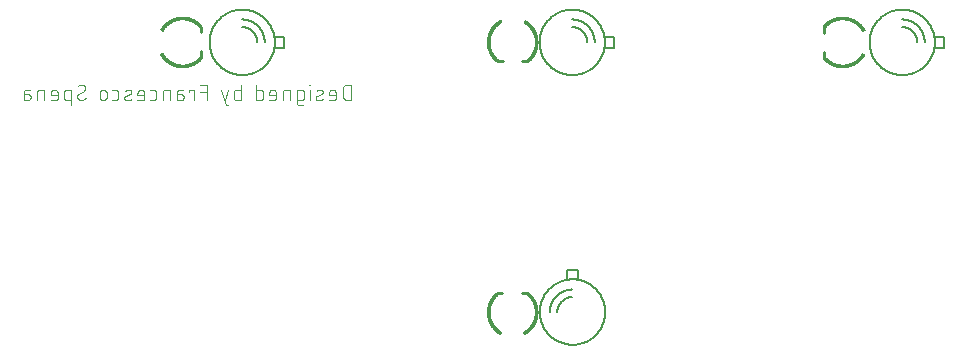
<source format=gbo>
G75*
%MOIN*%
%OFA0B0*%
%FSLAX25Y25*%
%IPPOS*%
%LPD*%
%AMOC8*
5,1,8,0,0,1.08239X$1,22.5*
%
%ADD10C,0.00400*%
%ADD11C,0.00600*%
%ADD12C,0.00100*%
%ADD13C,0.01000*%
D10*
X0024847Y0130867D02*
X0024847Y0136067D01*
X0023402Y0136067D01*
X0023345Y0136065D01*
X0023289Y0136060D01*
X0023233Y0136050D01*
X0023178Y0136037D01*
X0023123Y0136021D01*
X0023070Y0136001D01*
X0023019Y0135978D01*
X0022969Y0135951D01*
X0022920Y0135921D01*
X0022874Y0135888D01*
X0022830Y0135852D01*
X0022789Y0135813D01*
X0022750Y0135772D01*
X0022714Y0135728D01*
X0022681Y0135682D01*
X0022651Y0135634D01*
X0022624Y0135583D01*
X0022601Y0135532D01*
X0022581Y0135479D01*
X0022565Y0135424D01*
X0022552Y0135369D01*
X0022542Y0135313D01*
X0022537Y0135257D01*
X0022535Y0135200D01*
X0022536Y0135200D02*
X0022536Y0133467D01*
X0022535Y0133467D02*
X0022537Y0133410D01*
X0022542Y0133354D01*
X0022552Y0133298D01*
X0022565Y0133243D01*
X0022581Y0133188D01*
X0022601Y0133135D01*
X0022624Y0133084D01*
X0022651Y0133033D01*
X0022681Y0132985D01*
X0022714Y0132939D01*
X0022750Y0132895D01*
X0022789Y0132854D01*
X0022830Y0132815D01*
X0022874Y0132779D01*
X0022920Y0132746D01*
X0022969Y0132716D01*
X0023019Y0132689D01*
X0023070Y0132666D01*
X0023123Y0132646D01*
X0023178Y0132630D01*
X0023233Y0132617D01*
X0023289Y0132607D01*
X0023345Y0132602D01*
X0023402Y0132600D01*
X0024847Y0132600D01*
X0027553Y0134767D02*
X0029142Y0135633D01*
X0028564Y0137800D02*
X0028477Y0137798D01*
X0028390Y0137793D01*
X0028303Y0137784D01*
X0028217Y0137772D01*
X0028131Y0137756D01*
X0028046Y0137737D01*
X0027962Y0137715D01*
X0027879Y0137689D01*
X0027797Y0137660D01*
X0027716Y0137627D01*
X0027636Y0137591D01*
X0027558Y0137552D01*
X0027482Y0137510D01*
X0027407Y0137465D01*
X0027335Y0137417D01*
X0027264Y0137367D01*
X0029142Y0135633D02*
X0029199Y0135669D01*
X0029255Y0135708D01*
X0029307Y0135750D01*
X0029358Y0135796D01*
X0029405Y0135844D01*
X0029450Y0135895D01*
X0029491Y0135948D01*
X0029530Y0136004D01*
X0029565Y0136062D01*
X0029597Y0136121D01*
X0029626Y0136183D01*
X0029650Y0136246D01*
X0029672Y0136310D01*
X0029689Y0136376D01*
X0029702Y0136442D01*
X0029712Y0136509D01*
X0029718Y0136576D01*
X0029720Y0136644D01*
X0029718Y0136711D01*
X0029712Y0136778D01*
X0029702Y0136845D01*
X0029689Y0136911D01*
X0029671Y0136976D01*
X0029650Y0137039D01*
X0029625Y0137102D01*
X0029597Y0137163D01*
X0029565Y0137222D01*
X0029530Y0137279D01*
X0029491Y0137334D01*
X0029450Y0137387D01*
X0029405Y0137437D01*
X0029357Y0137485D01*
X0029307Y0137530D01*
X0029254Y0137571D01*
X0029199Y0137610D01*
X0029142Y0137645D01*
X0029083Y0137677D01*
X0029022Y0137705D01*
X0028959Y0137730D01*
X0028896Y0137751D01*
X0028831Y0137769D01*
X0028765Y0137782D01*
X0028698Y0137792D01*
X0028631Y0137798D01*
X0028564Y0137800D01*
X0029864Y0133322D02*
X0029795Y0133255D01*
X0029723Y0133191D01*
X0029649Y0133129D01*
X0029572Y0133071D01*
X0029494Y0133016D01*
X0029413Y0132963D01*
X0029330Y0132914D01*
X0029245Y0132869D01*
X0029158Y0132827D01*
X0029070Y0132788D01*
X0028980Y0132752D01*
X0028889Y0132721D01*
X0028797Y0132693D01*
X0028704Y0132668D01*
X0028610Y0132647D01*
X0028515Y0132630D01*
X0028419Y0132617D01*
X0028324Y0132608D01*
X0028227Y0132602D01*
X0028131Y0132600D01*
X0028064Y0132602D01*
X0027997Y0132608D01*
X0027930Y0132618D01*
X0027864Y0132631D01*
X0027799Y0132649D01*
X0027736Y0132670D01*
X0027673Y0132695D01*
X0027612Y0132723D01*
X0027553Y0132755D01*
X0027496Y0132790D01*
X0027441Y0132829D01*
X0027388Y0132870D01*
X0027338Y0132915D01*
X0027290Y0132963D01*
X0027245Y0133013D01*
X0027204Y0133066D01*
X0027165Y0133121D01*
X0027130Y0133178D01*
X0027098Y0133237D01*
X0027070Y0133298D01*
X0027045Y0133361D01*
X0027024Y0133424D01*
X0027006Y0133489D01*
X0026993Y0133555D01*
X0026983Y0133622D01*
X0026977Y0133689D01*
X0026975Y0133756D01*
X0026977Y0133824D01*
X0026983Y0133891D01*
X0026993Y0133958D01*
X0027006Y0134024D01*
X0027023Y0134090D01*
X0027045Y0134154D01*
X0027069Y0134217D01*
X0027098Y0134279D01*
X0027130Y0134338D01*
X0027165Y0134396D01*
X0027204Y0134452D01*
X0027245Y0134505D01*
X0027290Y0134556D01*
X0027337Y0134604D01*
X0027388Y0134650D01*
X0027441Y0134692D01*
X0027496Y0134731D01*
X0027553Y0134767D01*
X0034488Y0134911D02*
X0034488Y0133756D01*
X0034490Y0133689D01*
X0034496Y0133622D01*
X0034506Y0133555D01*
X0034519Y0133489D01*
X0034537Y0133424D01*
X0034558Y0133361D01*
X0034583Y0133298D01*
X0034611Y0133237D01*
X0034643Y0133178D01*
X0034678Y0133121D01*
X0034717Y0133066D01*
X0034758Y0133013D01*
X0034803Y0132963D01*
X0034851Y0132915D01*
X0034901Y0132870D01*
X0034954Y0132829D01*
X0035009Y0132790D01*
X0035066Y0132755D01*
X0035125Y0132723D01*
X0035186Y0132695D01*
X0035249Y0132670D01*
X0035312Y0132649D01*
X0035377Y0132631D01*
X0035443Y0132618D01*
X0035510Y0132608D01*
X0035577Y0132602D01*
X0035644Y0132600D01*
X0035711Y0132602D01*
X0035778Y0132608D01*
X0035845Y0132618D01*
X0035911Y0132631D01*
X0035976Y0132649D01*
X0036039Y0132670D01*
X0036102Y0132695D01*
X0036163Y0132723D01*
X0036222Y0132755D01*
X0036279Y0132790D01*
X0036334Y0132829D01*
X0036387Y0132870D01*
X0036437Y0132915D01*
X0036485Y0132963D01*
X0036530Y0133013D01*
X0036571Y0133066D01*
X0036610Y0133121D01*
X0036645Y0133178D01*
X0036677Y0133237D01*
X0036705Y0133298D01*
X0036730Y0133361D01*
X0036751Y0133424D01*
X0036769Y0133489D01*
X0036782Y0133555D01*
X0036792Y0133622D01*
X0036798Y0133689D01*
X0036800Y0133756D01*
X0036799Y0133756D02*
X0036799Y0134911D01*
X0036800Y0134911D02*
X0036798Y0134978D01*
X0036792Y0135045D01*
X0036782Y0135112D01*
X0036769Y0135178D01*
X0036751Y0135243D01*
X0036730Y0135306D01*
X0036705Y0135369D01*
X0036677Y0135430D01*
X0036645Y0135489D01*
X0036610Y0135546D01*
X0036571Y0135601D01*
X0036530Y0135654D01*
X0036485Y0135704D01*
X0036437Y0135752D01*
X0036387Y0135797D01*
X0036334Y0135838D01*
X0036279Y0135877D01*
X0036222Y0135912D01*
X0036163Y0135944D01*
X0036102Y0135972D01*
X0036039Y0135997D01*
X0035976Y0136018D01*
X0035911Y0136036D01*
X0035845Y0136049D01*
X0035778Y0136059D01*
X0035711Y0136065D01*
X0035644Y0136067D01*
X0035577Y0136065D01*
X0035510Y0136059D01*
X0035443Y0136049D01*
X0035377Y0136036D01*
X0035312Y0136018D01*
X0035249Y0135997D01*
X0035186Y0135972D01*
X0035125Y0135944D01*
X0035066Y0135912D01*
X0035009Y0135877D01*
X0034954Y0135838D01*
X0034901Y0135797D01*
X0034851Y0135752D01*
X0034803Y0135704D01*
X0034758Y0135654D01*
X0034717Y0135601D01*
X0034678Y0135546D01*
X0034643Y0135489D01*
X0034611Y0135430D01*
X0034583Y0135369D01*
X0034558Y0135306D01*
X0034537Y0135243D01*
X0034519Y0135178D01*
X0034506Y0135112D01*
X0034496Y0135045D01*
X0034490Y0134978D01*
X0034488Y0134911D01*
X0038635Y0136067D02*
X0039791Y0136067D01*
X0039848Y0136065D01*
X0039904Y0136060D01*
X0039960Y0136050D01*
X0040015Y0136037D01*
X0040070Y0136021D01*
X0040123Y0136001D01*
X0040174Y0135978D01*
X0040225Y0135951D01*
X0040273Y0135921D01*
X0040319Y0135888D01*
X0040363Y0135852D01*
X0040404Y0135813D01*
X0040443Y0135772D01*
X0040479Y0135728D01*
X0040512Y0135682D01*
X0040542Y0135634D01*
X0040569Y0135583D01*
X0040592Y0135532D01*
X0040612Y0135479D01*
X0040628Y0135424D01*
X0040641Y0135369D01*
X0040651Y0135313D01*
X0040656Y0135257D01*
X0040658Y0135200D01*
X0040658Y0133467D01*
X0040656Y0133410D01*
X0040651Y0133354D01*
X0040641Y0133298D01*
X0040628Y0133243D01*
X0040612Y0133188D01*
X0040592Y0133135D01*
X0040569Y0133084D01*
X0040542Y0133034D01*
X0040512Y0132985D01*
X0040479Y0132939D01*
X0040443Y0132895D01*
X0040404Y0132854D01*
X0040363Y0132815D01*
X0040319Y0132779D01*
X0040273Y0132746D01*
X0040225Y0132716D01*
X0040174Y0132689D01*
X0040123Y0132666D01*
X0040070Y0132646D01*
X0040015Y0132630D01*
X0039960Y0132617D01*
X0039904Y0132607D01*
X0039848Y0132602D01*
X0039791Y0132600D01*
X0038635Y0132600D01*
X0043153Y0134044D02*
X0044598Y0134622D01*
X0044598Y0134623D02*
X0044647Y0134644D01*
X0044694Y0134669D01*
X0044739Y0134697D01*
X0044782Y0134729D01*
X0044823Y0134763D01*
X0044861Y0134800D01*
X0044897Y0134840D01*
X0044929Y0134882D01*
X0044959Y0134927D01*
X0044985Y0134973D01*
X0045008Y0135021D01*
X0045027Y0135071D01*
X0045043Y0135122D01*
X0045055Y0135174D01*
X0045063Y0135226D01*
X0045068Y0135279D01*
X0045069Y0135333D01*
X0045066Y0135386D01*
X0045059Y0135439D01*
X0045049Y0135491D01*
X0045035Y0135542D01*
X0045017Y0135593D01*
X0044996Y0135641D01*
X0044971Y0135689D01*
X0044943Y0135734D01*
X0044912Y0135777D01*
X0044878Y0135818D01*
X0044841Y0135856D01*
X0044801Y0135892D01*
X0044759Y0135925D01*
X0044715Y0135955D01*
X0044668Y0135981D01*
X0044620Y0136004D01*
X0044571Y0136024D01*
X0044520Y0136040D01*
X0044468Y0136052D01*
X0044416Y0136061D01*
X0044363Y0136066D01*
X0044309Y0136067D01*
X0045031Y0132888D02*
X0044903Y0132844D01*
X0044774Y0132804D01*
X0044644Y0132767D01*
X0044513Y0132734D01*
X0044381Y0132704D01*
X0044249Y0132678D01*
X0044115Y0132656D01*
X0043981Y0132637D01*
X0043847Y0132622D01*
X0043712Y0132611D01*
X0043577Y0132603D01*
X0043442Y0132600D01*
X0043443Y0132600D02*
X0043389Y0132601D01*
X0043336Y0132606D01*
X0043284Y0132615D01*
X0043232Y0132627D01*
X0043181Y0132643D01*
X0043132Y0132663D01*
X0043084Y0132686D01*
X0043037Y0132712D01*
X0042993Y0132742D01*
X0042951Y0132775D01*
X0042911Y0132811D01*
X0042874Y0132849D01*
X0042840Y0132890D01*
X0042809Y0132933D01*
X0042781Y0132978D01*
X0042756Y0133026D01*
X0042735Y0133074D01*
X0042717Y0133125D01*
X0042703Y0133176D01*
X0042693Y0133228D01*
X0042686Y0133281D01*
X0042683Y0133334D01*
X0042684Y0133388D01*
X0042689Y0133441D01*
X0042697Y0133493D01*
X0042709Y0133545D01*
X0042725Y0133596D01*
X0042744Y0133646D01*
X0042767Y0133694D01*
X0042793Y0133740D01*
X0042823Y0133785D01*
X0042855Y0133827D01*
X0042891Y0133867D01*
X0042929Y0133904D01*
X0042970Y0133938D01*
X0043013Y0133970D01*
X0043058Y0133998D01*
X0043105Y0134023D01*
X0043154Y0134044D01*
X0043009Y0135778D02*
X0043112Y0135822D01*
X0043216Y0135863D01*
X0043321Y0135900D01*
X0043428Y0135933D01*
X0043536Y0135963D01*
X0043644Y0135989D01*
X0043754Y0136011D01*
X0043864Y0136030D01*
X0043975Y0136045D01*
X0044086Y0136056D01*
X0044197Y0136063D01*
X0044309Y0136067D01*
X0047088Y0134911D02*
X0047088Y0134333D01*
X0049399Y0134333D01*
X0049399Y0134911D02*
X0049399Y0133467D01*
X0049400Y0133467D02*
X0049398Y0133410D01*
X0049393Y0133354D01*
X0049383Y0133298D01*
X0049370Y0133243D01*
X0049354Y0133188D01*
X0049334Y0133135D01*
X0049311Y0133084D01*
X0049284Y0133034D01*
X0049254Y0132985D01*
X0049221Y0132939D01*
X0049185Y0132895D01*
X0049146Y0132854D01*
X0049105Y0132815D01*
X0049061Y0132779D01*
X0049015Y0132746D01*
X0048967Y0132716D01*
X0048916Y0132689D01*
X0048865Y0132666D01*
X0048812Y0132646D01*
X0048757Y0132630D01*
X0048702Y0132617D01*
X0048646Y0132607D01*
X0048590Y0132602D01*
X0048533Y0132600D01*
X0047088Y0132600D01*
X0047088Y0134911D02*
X0047090Y0134978D01*
X0047096Y0135045D01*
X0047106Y0135112D01*
X0047119Y0135178D01*
X0047137Y0135243D01*
X0047158Y0135306D01*
X0047183Y0135369D01*
X0047211Y0135430D01*
X0047243Y0135489D01*
X0047278Y0135546D01*
X0047317Y0135601D01*
X0047358Y0135654D01*
X0047403Y0135704D01*
X0047451Y0135752D01*
X0047501Y0135797D01*
X0047554Y0135838D01*
X0047609Y0135877D01*
X0047666Y0135912D01*
X0047725Y0135944D01*
X0047786Y0135972D01*
X0047849Y0135997D01*
X0047912Y0136018D01*
X0047977Y0136036D01*
X0048043Y0136049D01*
X0048110Y0136059D01*
X0048177Y0136065D01*
X0048244Y0136067D01*
X0048311Y0136065D01*
X0048378Y0136059D01*
X0048445Y0136049D01*
X0048511Y0136036D01*
X0048576Y0136018D01*
X0048639Y0135997D01*
X0048702Y0135972D01*
X0048763Y0135944D01*
X0048822Y0135912D01*
X0048879Y0135877D01*
X0048934Y0135838D01*
X0048987Y0135797D01*
X0049037Y0135752D01*
X0049085Y0135704D01*
X0049130Y0135654D01*
X0049171Y0135601D01*
X0049210Y0135546D01*
X0049245Y0135489D01*
X0049277Y0135430D01*
X0049305Y0135369D01*
X0049330Y0135306D01*
X0049351Y0135243D01*
X0049369Y0135178D01*
X0049382Y0135112D01*
X0049392Y0135045D01*
X0049398Y0134978D01*
X0049400Y0134911D01*
X0051235Y0136067D02*
X0052391Y0136067D01*
X0052448Y0136065D01*
X0052504Y0136060D01*
X0052560Y0136050D01*
X0052615Y0136037D01*
X0052670Y0136021D01*
X0052723Y0136001D01*
X0052774Y0135978D01*
X0052825Y0135951D01*
X0052873Y0135921D01*
X0052919Y0135888D01*
X0052963Y0135852D01*
X0053004Y0135813D01*
X0053043Y0135772D01*
X0053079Y0135728D01*
X0053112Y0135682D01*
X0053142Y0135634D01*
X0053169Y0135583D01*
X0053192Y0135532D01*
X0053212Y0135479D01*
X0053228Y0135424D01*
X0053241Y0135369D01*
X0053251Y0135313D01*
X0053256Y0135257D01*
X0053258Y0135200D01*
X0053258Y0133467D01*
X0053256Y0133410D01*
X0053251Y0133354D01*
X0053241Y0133298D01*
X0053228Y0133243D01*
X0053212Y0133188D01*
X0053192Y0133135D01*
X0053169Y0133084D01*
X0053142Y0133034D01*
X0053112Y0132985D01*
X0053079Y0132939D01*
X0053043Y0132895D01*
X0053004Y0132854D01*
X0052963Y0132815D01*
X0052919Y0132779D01*
X0052873Y0132746D01*
X0052825Y0132716D01*
X0052774Y0132689D01*
X0052723Y0132666D01*
X0052670Y0132646D01*
X0052615Y0132630D01*
X0052560Y0132617D01*
X0052504Y0132607D01*
X0052448Y0132602D01*
X0052391Y0132600D01*
X0051235Y0132600D01*
X0055488Y0132600D02*
X0055488Y0135200D01*
X0055490Y0135257D01*
X0055495Y0135313D01*
X0055505Y0135369D01*
X0055518Y0135424D01*
X0055534Y0135479D01*
X0055554Y0135532D01*
X0055577Y0135583D01*
X0055604Y0135634D01*
X0055634Y0135682D01*
X0055667Y0135728D01*
X0055703Y0135772D01*
X0055742Y0135813D01*
X0055783Y0135852D01*
X0055827Y0135888D01*
X0055873Y0135921D01*
X0055922Y0135951D01*
X0055972Y0135978D01*
X0056023Y0136001D01*
X0056076Y0136021D01*
X0056131Y0136037D01*
X0056186Y0136050D01*
X0056242Y0136060D01*
X0056298Y0136065D01*
X0056355Y0136067D01*
X0057799Y0136067D01*
X0057799Y0132600D01*
X0060217Y0132600D02*
X0060217Y0135200D01*
X0060217Y0134622D02*
X0061517Y0134622D01*
X0060216Y0135200D02*
X0060218Y0135257D01*
X0060223Y0135313D01*
X0060233Y0135369D01*
X0060246Y0135424D01*
X0060262Y0135479D01*
X0060282Y0135532D01*
X0060305Y0135583D01*
X0060332Y0135634D01*
X0060362Y0135682D01*
X0060395Y0135728D01*
X0060431Y0135772D01*
X0060470Y0135813D01*
X0060511Y0135852D01*
X0060555Y0135888D01*
X0060601Y0135921D01*
X0060650Y0135951D01*
X0060700Y0135978D01*
X0060751Y0136001D01*
X0060804Y0136021D01*
X0060859Y0136037D01*
X0060914Y0136050D01*
X0060970Y0136060D01*
X0061026Y0136065D01*
X0061083Y0136067D01*
X0062239Y0136067D01*
X0064102Y0136067D02*
X0064102Y0135489D01*
X0064102Y0136067D02*
X0065835Y0136067D01*
X0065835Y0132600D01*
X0067863Y0135489D02*
X0070175Y0135489D01*
X0070175Y0137800D02*
X0070175Y0132600D01*
X0074976Y0136067D02*
X0076709Y0130867D01*
X0077287Y0130867D01*
X0076132Y0132600D02*
X0077287Y0136067D01*
X0079151Y0135200D02*
X0079151Y0133467D01*
X0079153Y0133410D01*
X0079158Y0133354D01*
X0079168Y0133298D01*
X0079181Y0133243D01*
X0079197Y0133188D01*
X0079217Y0133135D01*
X0079240Y0133084D01*
X0079267Y0133033D01*
X0079297Y0132985D01*
X0079330Y0132939D01*
X0079366Y0132895D01*
X0079405Y0132854D01*
X0079446Y0132815D01*
X0079490Y0132779D01*
X0079536Y0132746D01*
X0079585Y0132716D01*
X0079635Y0132689D01*
X0079686Y0132666D01*
X0079739Y0132646D01*
X0079794Y0132630D01*
X0079849Y0132617D01*
X0079905Y0132607D01*
X0079961Y0132602D01*
X0080018Y0132600D01*
X0081463Y0132600D01*
X0081463Y0137800D01*
X0081463Y0136067D02*
X0080018Y0136067D01*
X0079961Y0136065D01*
X0079905Y0136060D01*
X0079849Y0136050D01*
X0079794Y0136037D01*
X0079739Y0136021D01*
X0079686Y0136001D01*
X0079635Y0135978D01*
X0079585Y0135951D01*
X0079536Y0135921D01*
X0079490Y0135888D01*
X0079446Y0135852D01*
X0079405Y0135813D01*
X0079366Y0135772D01*
X0079330Y0135728D01*
X0079297Y0135682D01*
X0079267Y0135634D01*
X0079240Y0135583D01*
X0079217Y0135532D01*
X0079197Y0135479D01*
X0079181Y0135424D01*
X0079168Y0135369D01*
X0079158Y0135313D01*
X0079153Y0135257D01*
X0079151Y0135200D01*
X0086593Y0136067D02*
X0088037Y0136067D01*
X0088094Y0136065D01*
X0088150Y0136060D01*
X0088206Y0136050D01*
X0088261Y0136037D01*
X0088316Y0136021D01*
X0088369Y0136001D01*
X0088420Y0135978D01*
X0088471Y0135951D01*
X0088519Y0135921D01*
X0088565Y0135888D01*
X0088609Y0135852D01*
X0088650Y0135813D01*
X0088689Y0135772D01*
X0088725Y0135728D01*
X0088758Y0135682D01*
X0088788Y0135634D01*
X0088815Y0135583D01*
X0088838Y0135532D01*
X0088858Y0135479D01*
X0088874Y0135424D01*
X0088887Y0135369D01*
X0088897Y0135313D01*
X0088902Y0135257D01*
X0088904Y0135200D01*
X0088904Y0133467D01*
X0088902Y0133410D01*
X0088897Y0133354D01*
X0088887Y0133298D01*
X0088874Y0133243D01*
X0088858Y0133188D01*
X0088838Y0133135D01*
X0088815Y0133084D01*
X0088788Y0133034D01*
X0088758Y0132985D01*
X0088725Y0132939D01*
X0088689Y0132895D01*
X0088650Y0132854D01*
X0088609Y0132815D01*
X0088565Y0132779D01*
X0088519Y0132746D01*
X0088471Y0132716D01*
X0088420Y0132689D01*
X0088369Y0132666D01*
X0088316Y0132646D01*
X0088261Y0132630D01*
X0088206Y0132617D01*
X0088150Y0132607D01*
X0088094Y0132602D01*
X0088037Y0132600D01*
X0086593Y0132600D01*
X0086593Y0137800D01*
X0090936Y0134911D02*
X0090936Y0134333D01*
X0093247Y0134333D01*
X0093247Y0134911D02*
X0093247Y0133467D01*
X0093245Y0133410D01*
X0093240Y0133354D01*
X0093230Y0133298D01*
X0093217Y0133243D01*
X0093201Y0133188D01*
X0093181Y0133135D01*
X0093158Y0133084D01*
X0093131Y0133034D01*
X0093101Y0132985D01*
X0093068Y0132939D01*
X0093032Y0132895D01*
X0092993Y0132854D01*
X0092952Y0132815D01*
X0092908Y0132779D01*
X0092862Y0132746D01*
X0092814Y0132716D01*
X0092763Y0132689D01*
X0092712Y0132666D01*
X0092659Y0132646D01*
X0092604Y0132630D01*
X0092549Y0132617D01*
X0092493Y0132607D01*
X0092437Y0132602D01*
X0092380Y0132600D01*
X0090936Y0132600D01*
X0090936Y0134911D02*
X0090938Y0134978D01*
X0090944Y0135045D01*
X0090954Y0135112D01*
X0090967Y0135178D01*
X0090985Y0135243D01*
X0091006Y0135306D01*
X0091031Y0135369D01*
X0091059Y0135430D01*
X0091091Y0135489D01*
X0091126Y0135546D01*
X0091165Y0135601D01*
X0091206Y0135654D01*
X0091251Y0135704D01*
X0091299Y0135752D01*
X0091349Y0135797D01*
X0091402Y0135838D01*
X0091457Y0135877D01*
X0091514Y0135912D01*
X0091573Y0135944D01*
X0091634Y0135972D01*
X0091697Y0135997D01*
X0091760Y0136018D01*
X0091825Y0136036D01*
X0091891Y0136049D01*
X0091958Y0136059D01*
X0092025Y0136065D01*
X0092092Y0136067D01*
X0092159Y0136065D01*
X0092226Y0136059D01*
X0092293Y0136049D01*
X0092359Y0136036D01*
X0092424Y0136018D01*
X0092487Y0135997D01*
X0092550Y0135972D01*
X0092611Y0135944D01*
X0092670Y0135912D01*
X0092727Y0135877D01*
X0092782Y0135838D01*
X0092835Y0135797D01*
X0092885Y0135752D01*
X0092933Y0135704D01*
X0092978Y0135654D01*
X0093019Y0135601D01*
X0093058Y0135546D01*
X0093093Y0135489D01*
X0093125Y0135430D01*
X0093153Y0135369D01*
X0093178Y0135306D01*
X0093199Y0135243D01*
X0093217Y0135178D01*
X0093230Y0135112D01*
X0093240Y0135045D01*
X0093246Y0134978D01*
X0093248Y0134911D01*
X0095472Y0135200D02*
X0095472Y0132600D01*
X0097783Y0132600D02*
X0097783Y0136067D01*
X0096339Y0136067D01*
X0096282Y0136065D01*
X0096226Y0136060D01*
X0096170Y0136050D01*
X0096115Y0136037D01*
X0096060Y0136021D01*
X0096007Y0136001D01*
X0095956Y0135978D01*
X0095906Y0135951D01*
X0095857Y0135921D01*
X0095811Y0135888D01*
X0095767Y0135852D01*
X0095726Y0135813D01*
X0095687Y0135772D01*
X0095651Y0135728D01*
X0095618Y0135682D01*
X0095588Y0135634D01*
X0095561Y0135583D01*
X0095538Y0135532D01*
X0095518Y0135479D01*
X0095502Y0135424D01*
X0095489Y0135369D01*
X0095479Y0135313D01*
X0095474Y0135257D01*
X0095472Y0135200D01*
X0100201Y0136067D02*
X0100201Y0131733D01*
X0100200Y0131733D02*
X0100202Y0131676D01*
X0100207Y0131620D01*
X0100217Y0131564D01*
X0100230Y0131509D01*
X0100246Y0131454D01*
X0100266Y0131401D01*
X0100289Y0131350D01*
X0100316Y0131300D01*
X0100346Y0131251D01*
X0100379Y0131205D01*
X0100415Y0131161D01*
X0100454Y0131120D01*
X0100495Y0131081D01*
X0100539Y0131045D01*
X0100585Y0131012D01*
X0100634Y0130982D01*
X0100684Y0130955D01*
X0100735Y0130932D01*
X0100788Y0130912D01*
X0100843Y0130896D01*
X0100898Y0130883D01*
X0100954Y0130873D01*
X0101010Y0130868D01*
X0101067Y0130866D01*
X0101067Y0130867D02*
X0102223Y0130867D01*
X0101645Y0132600D02*
X0100201Y0132600D01*
X0101645Y0132600D02*
X0101702Y0132602D01*
X0101758Y0132607D01*
X0101814Y0132617D01*
X0101869Y0132630D01*
X0101924Y0132646D01*
X0101977Y0132666D01*
X0102028Y0132689D01*
X0102079Y0132716D01*
X0102127Y0132746D01*
X0102173Y0132779D01*
X0102217Y0132815D01*
X0102258Y0132854D01*
X0102297Y0132895D01*
X0102333Y0132939D01*
X0102366Y0132985D01*
X0102396Y0133034D01*
X0102423Y0133084D01*
X0102446Y0133135D01*
X0102466Y0133188D01*
X0102482Y0133243D01*
X0102495Y0133298D01*
X0102505Y0133354D01*
X0102510Y0133410D01*
X0102512Y0133467D01*
X0102512Y0135200D01*
X0102510Y0135257D01*
X0102505Y0135313D01*
X0102495Y0135369D01*
X0102482Y0135424D01*
X0102466Y0135479D01*
X0102446Y0135532D01*
X0102423Y0135583D01*
X0102396Y0135634D01*
X0102366Y0135682D01*
X0102333Y0135728D01*
X0102297Y0135772D01*
X0102258Y0135813D01*
X0102217Y0135852D01*
X0102173Y0135888D01*
X0102127Y0135921D01*
X0102079Y0135951D01*
X0102028Y0135978D01*
X0101977Y0136001D01*
X0101924Y0136021D01*
X0101869Y0136037D01*
X0101814Y0136050D01*
X0101758Y0136060D01*
X0101702Y0136065D01*
X0101645Y0136067D01*
X0100201Y0136067D01*
X0104524Y0136067D02*
X0104524Y0132600D01*
X0107283Y0132600D02*
X0107229Y0132601D01*
X0107176Y0132606D01*
X0107124Y0132615D01*
X0107072Y0132627D01*
X0107021Y0132643D01*
X0106972Y0132663D01*
X0106924Y0132686D01*
X0106877Y0132712D01*
X0106833Y0132742D01*
X0106791Y0132775D01*
X0106751Y0132811D01*
X0106714Y0132849D01*
X0106680Y0132890D01*
X0106649Y0132933D01*
X0106621Y0132978D01*
X0106596Y0133026D01*
X0106575Y0133074D01*
X0106557Y0133125D01*
X0106543Y0133176D01*
X0106533Y0133228D01*
X0106526Y0133281D01*
X0106523Y0133334D01*
X0106524Y0133388D01*
X0106529Y0133441D01*
X0106537Y0133493D01*
X0106549Y0133545D01*
X0106565Y0133596D01*
X0106584Y0133646D01*
X0106607Y0133694D01*
X0106633Y0133740D01*
X0106663Y0133785D01*
X0106695Y0133827D01*
X0106731Y0133867D01*
X0106769Y0133904D01*
X0106810Y0133938D01*
X0106853Y0133970D01*
X0106898Y0133998D01*
X0106945Y0134023D01*
X0106994Y0134044D01*
X0106993Y0134044D02*
X0108438Y0134622D01*
X0108438Y0134623D02*
X0108487Y0134644D01*
X0108534Y0134669D01*
X0108579Y0134697D01*
X0108622Y0134729D01*
X0108663Y0134763D01*
X0108701Y0134800D01*
X0108737Y0134840D01*
X0108769Y0134882D01*
X0108799Y0134927D01*
X0108825Y0134973D01*
X0108848Y0135021D01*
X0108867Y0135071D01*
X0108883Y0135122D01*
X0108895Y0135174D01*
X0108903Y0135226D01*
X0108908Y0135279D01*
X0108909Y0135333D01*
X0108906Y0135386D01*
X0108899Y0135439D01*
X0108889Y0135491D01*
X0108875Y0135542D01*
X0108857Y0135593D01*
X0108836Y0135641D01*
X0108811Y0135689D01*
X0108783Y0135734D01*
X0108752Y0135777D01*
X0108718Y0135818D01*
X0108681Y0135856D01*
X0108641Y0135892D01*
X0108599Y0135925D01*
X0108555Y0135955D01*
X0108508Y0135981D01*
X0108460Y0136004D01*
X0108411Y0136024D01*
X0108360Y0136040D01*
X0108308Y0136052D01*
X0108256Y0136061D01*
X0108203Y0136066D01*
X0108149Y0136067D01*
X0108871Y0132888D02*
X0108743Y0132844D01*
X0108614Y0132804D01*
X0108484Y0132767D01*
X0108353Y0132734D01*
X0108221Y0132704D01*
X0108089Y0132678D01*
X0107955Y0132656D01*
X0107821Y0132637D01*
X0107687Y0132622D01*
X0107552Y0132611D01*
X0107417Y0132603D01*
X0107282Y0132600D01*
X0106849Y0135778D02*
X0106952Y0135822D01*
X0107056Y0135863D01*
X0107161Y0135900D01*
X0107268Y0135933D01*
X0107376Y0135963D01*
X0107484Y0135989D01*
X0107594Y0136011D01*
X0107704Y0136030D01*
X0107815Y0136045D01*
X0107926Y0136056D01*
X0108037Y0136063D01*
X0108149Y0136067D01*
X0110928Y0134911D02*
X0110928Y0134333D01*
X0113239Y0134333D01*
X0113239Y0134911D02*
X0113239Y0133467D01*
X0113237Y0133410D01*
X0113232Y0133354D01*
X0113222Y0133298D01*
X0113209Y0133243D01*
X0113193Y0133188D01*
X0113173Y0133135D01*
X0113150Y0133084D01*
X0113123Y0133034D01*
X0113093Y0132985D01*
X0113060Y0132939D01*
X0113024Y0132895D01*
X0112985Y0132854D01*
X0112944Y0132815D01*
X0112900Y0132779D01*
X0112854Y0132746D01*
X0112806Y0132716D01*
X0112755Y0132689D01*
X0112704Y0132666D01*
X0112651Y0132646D01*
X0112596Y0132630D01*
X0112541Y0132617D01*
X0112485Y0132607D01*
X0112429Y0132602D01*
X0112372Y0132600D01*
X0110928Y0132600D01*
X0110928Y0134911D02*
X0110930Y0134978D01*
X0110936Y0135045D01*
X0110946Y0135112D01*
X0110959Y0135178D01*
X0110977Y0135243D01*
X0110998Y0135306D01*
X0111023Y0135369D01*
X0111051Y0135430D01*
X0111083Y0135489D01*
X0111118Y0135546D01*
X0111157Y0135601D01*
X0111198Y0135654D01*
X0111243Y0135704D01*
X0111291Y0135752D01*
X0111341Y0135797D01*
X0111394Y0135838D01*
X0111449Y0135877D01*
X0111506Y0135912D01*
X0111565Y0135944D01*
X0111626Y0135972D01*
X0111689Y0135997D01*
X0111752Y0136018D01*
X0111817Y0136036D01*
X0111883Y0136049D01*
X0111950Y0136059D01*
X0112017Y0136065D01*
X0112084Y0136067D01*
X0112151Y0136065D01*
X0112218Y0136059D01*
X0112285Y0136049D01*
X0112351Y0136036D01*
X0112416Y0136018D01*
X0112479Y0135997D01*
X0112542Y0135972D01*
X0112603Y0135944D01*
X0112662Y0135912D01*
X0112719Y0135877D01*
X0112774Y0135838D01*
X0112827Y0135797D01*
X0112877Y0135752D01*
X0112925Y0135704D01*
X0112970Y0135654D01*
X0113011Y0135601D01*
X0113050Y0135546D01*
X0113085Y0135489D01*
X0113117Y0135430D01*
X0113145Y0135369D01*
X0113170Y0135306D01*
X0113191Y0135243D01*
X0113209Y0135178D01*
X0113222Y0135112D01*
X0113232Y0135045D01*
X0113238Y0134978D01*
X0113240Y0134911D01*
X0115511Y0134044D02*
X0115511Y0136356D01*
X0115512Y0136356D02*
X0115514Y0136432D01*
X0115520Y0136507D01*
X0115530Y0136582D01*
X0115544Y0136656D01*
X0115561Y0136730D01*
X0115583Y0136802D01*
X0115608Y0136873D01*
X0115637Y0136943D01*
X0115669Y0137012D01*
X0115705Y0137078D01*
X0115745Y0137142D01*
X0115788Y0137205D01*
X0115834Y0137265D01*
X0115883Y0137322D01*
X0115935Y0137377D01*
X0115990Y0137429D01*
X0116047Y0137478D01*
X0116107Y0137524D01*
X0116170Y0137567D01*
X0116234Y0137607D01*
X0116300Y0137643D01*
X0116369Y0137675D01*
X0116439Y0137704D01*
X0116510Y0137729D01*
X0116582Y0137751D01*
X0116656Y0137768D01*
X0116730Y0137782D01*
X0116805Y0137792D01*
X0116880Y0137798D01*
X0116956Y0137800D01*
X0118400Y0137800D01*
X0118400Y0132600D01*
X0116956Y0132600D01*
X0116880Y0132602D01*
X0116805Y0132608D01*
X0116730Y0132618D01*
X0116656Y0132632D01*
X0116582Y0132649D01*
X0116510Y0132671D01*
X0116439Y0132696D01*
X0116369Y0132725D01*
X0116300Y0132757D01*
X0116234Y0132793D01*
X0116170Y0132833D01*
X0116107Y0132876D01*
X0116047Y0132922D01*
X0115990Y0132971D01*
X0115935Y0133023D01*
X0115883Y0133078D01*
X0115834Y0133135D01*
X0115788Y0133195D01*
X0115745Y0133258D01*
X0115705Y0133322D01*
X0115669Y0133388D01*
X0115637Y0133457D01*
X0115608Y0133527D01*
X0115583Y0133598D01*
X0115561Y0133670D01*
X0115544Y0133744D01*
X0115530Y0133818D01*
X0115520Y0133893D01*
X0115514Y0133968D01*
X0115512Y0134044D01*
X0104668Y0137511D02*
X0104379Y0137511D01*
X0104379Y0137800D01*
X0104668Y0137800D01*
X0104668Y0137511D01*
X0070175Y0137800D02*
X0067863Y0137800D01*
X0061517Y0134622D02*
X0061579Y0134620D01*
X0061641Y0134614D01*
X0061703Y0134605D01*
X0061764Y0134591D01*
X0061823Y0134574D01*
X0061882Y0134554D01*
X0061940Y0134529D01*
X0061995Y0134502D01*
X0062049Y0134471D01*
X0062101Y0134436D01*
X0062151Y0134399D01*
X0062198Y0134358D01*
X0062243Y0134315D01*
X0062285Y0134269D01*
X0062324Y0134220D01*
X0062360Y0134169D01*
X0062393Y0134117D01*
X0062422Y0134062D01*
X0062448Y0134005D01*
X0062471Y0133947D01*
X0062489Y0133888D01*
X0062505Y0133827D01*
X0062516Y0133766D01*
X0062524Y0133704D01*
X0062528Y0133642D01*
X0062528Y0133580D01*
X0062524Y0133518D01*
X0062516Y0133456D01*
X0062505Y0133395D01*
X0062489Y0133334D01*
X0062471Y0133275D01*
X0062448Y0133217D01*
X0062422Y0133160D01*
X0062393Y0133106D01*
X0062360Y0133053D01*
X0062324Y0133002D01*
X0062285Y0132953D01*
X0062243Y0132907D01*
X0062198Y0132864D01*
X0062151Y0132823D01*
X0062101Y0132786D01*
X0062049Y0132751D01*
X0061995Y0132720D01*
X0061940Y0132693D01*
X0061882Y0132668D01*
X0061823Y0132648D01*
X0061764Y0132631D01*
X0061703Y0132617D01*
X0061641Y0132608D01*
X0061579Y0132602D01*
X0061517Y0132600D01*
X0060217Y0132600D01*
X0020503Y0133467D02*
X0020503Y0134911D01*
X0020503Y0134333D02*
X0018192Y0134333D01*
X0018192Y0134911D01*
X0018194Y0134978D01*
X0018200Y0135045D01*
X0018210Y0135112D01*
X0018223Y0135178D01*
X0018241Y0135243D01*
X0018262Y0135306D01*
X0018287Y0135369D01*
X0018315Y0135430D01*
X0018347Y0135489D01*
X0018382Y0135546D01*
X0018421Y0135601D01*
X0018462Y0135654D01*
X0018507Y0135704D01*
X0018555Y0135752D01*
X0018605Y0135797D01*
X0018658Y0135838D01*
X0018713Y0135877D01*
X0018770Y0135912D01*
X0018829Y0135944D01*
X0018890Y0135972D01*
X0018953Y0135997D01*
X0019016Y0136018D01*
X0019081Y0136036D01*
X0019147Y0136049D01*
X0019214Y0136059D01*
X0019281Y0136065D01*
X0019348Y0136067D01*
X0019415Y0136065D01*
X0019482Y0136059D01*
X0019549Y0136049D01*
X0019615Y0136036D01*
X0019680Y0136018D01*
X0019743Y0135997D01*
X0019806Y0135972D01*
X0019867Y0135944D01*
X0019926Y0135912D01*
X0019983Y0135877D01*
X0020038Y0135838D01*
X0020091Y0135797D01*
X0020141Y0135752D01*
X0020189Y0135704D01*
X0020234Y0135654D01*
X0020275Y0135601D01*
X0020314Y0135546D01*
X0020349Y0135489D01*
X0020381Y0135430D01*
X0020409Y0135369D01*
X0020434Y0135306D01*
X0020455Y0135243D01*
X0020473Y0135178D01*
X0020486Y0135112D01*
X0020496Y0135045D01*
X0020502Y0134978D01*
X0020504Y0134911D01*
X0020504Y0133467D02*
X0020502Y0133410D01*
X0020497Y0133354D01*
X0020487Y0133298D01*
X0020474Y0133243D01*
X0020458Y0133188D01*
X0020438Y0133135D01*
X0020415Y0133084D01*
X0020388Y0133034D01*
X0020358Y0132985D01*
X0020325Y0132939D01*
X0020289Y0132895D01*
X0020250Y0132854D01*
X0020209Y0132815D01*
X0020165Y0132779D01*
X0020119Y0132746D01*
X0020071Y0132716D01*
X0020020Y0132689D01*
X0019969Y0132666D01*
X0019916Y0132646D01*
X0019861Y0132630D01*
X0019806Y0132617D01*
X0019750Y0132607D01*
X0019694Y0132602D01*
X0019637Y0132600D01*
X0018192Y0132600D01*
X0015967Y0132600D02*
X0015967Y0136067D01*
X0014523Y0136067D01*
X0014466Y0136065D01*
X0014410Y0136060D01*
X0014354Y0136050D01*
X0014299Y0136037D01*
X0014244Y0136021D01*
X0014191Y0136001D01*
X0014140Y0135978D01*
X0014090Y0135951D01*
X0014041Y0135921D01*
X0013995Y0135888D01*
X0013951Y0135852D01*
X0013910Y0135813D01*
X0013871Y0135772D01*
X0013835Y0135728D01*
X0013802Y0135682D01*
X0013772Y0135634D01*
X0013745Y0135583D01*
X0013722Y0135532D01*
X0013702Y0135479D01*
X0013686Y0135424D01*
X0013673Y0135369D01*
X0013663Y0135313D01*
X0013658Y0135257D01*
X0013656Y0135200D01*
X0013656Y0132600D01*
X0010445Y0132600D02*
X0009145Y0132600D01*
X0009145Y0135200D01*
X0009145Y0134622D02*
X0010445Y0134622D01*
X0009144Y0135200D02*
X0009146Y0135257D01*
X0009151Y0135313D01*
X0009161Y0135369D01*
X0009174Y0135424D01*
X0009190Y0135479D01*
X0009210Y0135532D01*
X0009233Y0135583D01*
X0009260Y0135634D01*
X0009290Y0135682D01*
X0009323Y0135728D01*
X0009359Y0135772D01*
X0009398Y0135813D01*
X0009439Y0135852D01*
X0009483Y0135888D01*
X0009529Y0135921D01*
X0009578Y0135951D01*
X0009628Y0135978D01*
X0009679Y0136001D01*
X0009732Y0136021D01*
X0009787Y0136037D01*
X0009842Y0136050D01*
X0009898Y0136060D01*
X0009954Y0136065D01*
X0010011Y0136067D01*
X0011167Y0136067D01*
X0010445Y0134622D02*
X0010507Y0134620D01*
X0010569Y0134614D01*
X0010631Y0134605D01*
X0010692Y0134591D01*
X0010751Y0134574D01*
X0010810Y0134554D01*
X0010868Y0134529D01*
X0010923Y0134502D01*
X0010977Y0134471D01*
X0011029Y0134436D01*
X0011079Y0134399D01*
X0011126Y0134358D01*
X0011171Y0134315D01*
X0011213Y0134269D01*
X0011252Y0134220D01*
X0011288Y0134169D01*
X0011321Y0134117D01*
X0011350Y0134062D01*
X0011376Y0134005D01*
X0011399Y0133947D01*
X0011417Y0133888D01*
X0011433Y0133827D01*
X0011444Y0133766D01*
X0011452Y0133704D01*
X0011456Y0133642D01*
X0011456Y0133580D01*
X0011452Y0133518D01*
X0011444Y0133456D01*
X0011433Y0133395D01*
X0011417Y0133334D01*
X0011399Y0133275D01*
X0011376Y0133217D01*
X0011350Y0133160D01*
X0011321Y0133106D01*
X0011288Y0133053D01*
X0011252Y0133002D01*
X0011213Y0132953D01*
X0011171Y0132907D01*
X0011126Y0132864D01*
X0011079Y0132823D01*
X0011029Y0132786D01*
X0010977Y0132751D01*
X0010923Y0132720D01*
X0010868Y0132693D01*
X0010810Y0132668D01*
X0010751Y0132648D01*
X0010692Y0132631D01*
X0010631Y0132617D01*
X0010569Y0132608D01*
X0010507Y0132602D01*
X0010445Y0132600D01*
D11*
X0071100Y0151900D02*
X0071103Y0152167D01*
X0071113Y0152435D01*
X0071130Y0152702D01*
X0071152Y0152968D01*
X0071182Y0153234D01*
X0071218Y0153499D01*
X0071260Y0153763D01*
X0071309Y0154026D01*
X0071365Y0154288D01*
X0071427Y0154548D01*
X0071495Y0154807D01*
X0071569Y0155064D01*
X0071650Y0155319D01*
X0071737Y0155572D01*
X0071830Y0155823D01*
X0071930Y0156071D01*
X0072035Y0156317D01*
X0072147Y0156560D01*
X0072264Y0156801D01*
X0072387Y0157038D01*
X0072516Y0157273D01*
X0072651Y0157504D01*
X0072791Y0157731D01*
X0072937Y0157956D01*
X0073088Y0158176D01*
X0073245Y0158393D01*
X0073407Y0158606D01*
X0073574Y0158815D01*
X0073746Y0159020D01*
X0073924Y0159220D01*
X0074106Y0159416D01*
X0074293Y0159607D01*
X0074484Y0159794D01*
X0074680Y0159976D01*
X0074880Y0160154D01*
X0075085Y0160326D01*
X0075294Y0160493D01*
X0075507Y0160655D01*
X0075724Y0160812D01*
X0075944Y0160963D01*
X0076169Y0161109D01*
X0076396Y0161249D01*
X0076627Y0161384D01*
X0076862Y0161513D01*
X0077099Y0161636D01*
X0077340Y0161753D01*
X0077583Y0161865D01*
X0077829Y0161970D01*
X0078077Y0162070D01*
X0078328Y0162163D01*
X0078581Y0162250D01*
X0078836Y0162331D01*
X0079093Y0162405D01*
X0079352Y0162473D01*
X0079612Y0162535D01*
X0079874Y0162591D01*
X0080137Y0162640D01*
X0080401Y0162682D01*
X0080666Y0162718D01*
X0080932Y0162748D01*
X0081198Y0162770D01*
X0081465Y0162787D01*
X0081733Y0162797D01*
X0082000Y0162800D01*
X0082267Y0162797D01*
X0082535Y0162787D01*
X0082802Y0162770D01*
X0083068Y0162748D01*
X0083334Y0162718D01*
X0083599Y0162682D01*
X0083863Y0162640D01*
X0084126Y0162591D01*
X0084388Y0162535D01*
X0084648Y0162473D01*
X0084907Y0162405D01*
X0085164Y0162331D01*
X0085419Y0162250D01*
X0085672Y0162163D01*
X0085923Y0162070D01*
X0086171Y0161970D01*
X0086417Y0161865D01*
X0086660Y0161753D01*
X0086901Y0161636D01*
X0087138Y0161513D01*
X0087373Y0161384D01*
X0087604Y0161249D01*
X0087831Y0161109D01*
X0088056Y0160963D01*
X0088276Y0160812D01*
X0088493Y0160655D01*
X0088706Y0160493D01*
X0088915Y0160326D01*
X0089120Y0160154D01*
X0089320Y0159976D01*
X0089516Y0159794D01*
X0089707Y0159607D01*
X0089894Y0159416D01*
X0090076Y0159220D01*
X0090254Y0159020D01*
X0090426Y0158815D01*
X0090593Y0158606D01*
X0090755Y0158393D01*
X0090912Y0158176D01*
X0091063Y0157956D01*
X0091209Y0157731D01*
X0091349Y0157504D01*
X0091484Y0157273D01*
X0091613Y0157038D01*
X0091736Y0156801D01*
X0091853Y0156560D01*
X0091965Y0156317D01*
X0092070Y0156071D01*
X0092170Y0155823D01*
X0092263Y0155572D01*
X0092350Y0155319D01*
X0092431Y0155064D01*
X0092505Y0154807D01*
X0092573Y0154548D01*
X0092635Y0154288D01*
X0092691Y0154026D01*
X0092740Y0153763D01*
X0092782Y0153499D01*
X0092818Y0153234D01*
X0092848Y0152968D01*
X0092870Y0152702D01*
X0092887Y0152435D01*
X0092897Y0152167D01*
X0092900Y0151900D01*
X0092897Y0151633D01*
X0092887Y0151365D01*
X0092870Y0151098D01*
X0092848Y0150832D01*
X0092818Y0150566D01*
X0092782Y0150301D01*
X0092740Y0150037D01*
X0092691Y0149774D01*
X0092635Y0149512D01*
X0092573Y0149252D01*
X0092505Y0148993D01*
X0092431Y0148736D01*
X0092350Y0148481D01*
X0092263Y0148228D01*
X0092170Y0147977D01*
X0092070Y0147729D01*
X0091965Y0147483D01*
X0091853Y0147240D01*
X0091736Y0146999D01*
X0091613Y0146762D01*
X0091484Y0146527D01*
X0091349Y0146296D01*
X0091209Y0146069D01*
X0091063Y0145844D01*
X0090912Y0145624D01*
X0090755Y0145407D01*
X0090593Y0145194D01*
X0090426Y0144985D01*
X0090254Y0144780D01*
X0090076Y0144580D01*
X0089894Y0144384D01*
X0089707Y0144193D01*
X0089516Y0144006D01*
X0089320Y0143824D01*
X0089120Y0143646D01*
X0088915Y0143474D01*
X0088706Y0143307D01*
X0088493Y0143145D01*
X0088276Y0142988D01*
X0088056Y0142837D01*
X0087831Y0142691D01*
X0087604Y0142551D01*
X0087373Y0142416D01*
X0087138Y0142287D01*
X0086901Y0142164D01*
X0086660Y0142047D01*
X0086417Y0141935D01*
X0086171Y0141830D01*
X0085923Y0141730D01*
X0085672Y0141637D01*
X0085419Y0141550D01*
X0085164Y0141469D01*
X0084907Y0141395D01*
X0084648Y0141327D01*
X0084388Y0141265D01*
X0084126Y0141209D01*
X0083863Y0141160D01*
X0083599Y0141118D01*
X0083334Y0141082D01*
X0083068Y0141052D01*
X0082802Y0141030D01*
X0082535Y0141013D01*
X0082267Y0141003D01*
X0082000Y0141000D01*
X0081733Y0141003D01*
X0081465Y0141013D01*
X0081198Y0141030D01*
X0080932Y0141052D01*
X0080666Y0141082D01*
X0080401Y0141118D01*
X0080137Y0141160D01*
X0079874Y0141209D01*
X0079612Y0141265D01*
X0079352Y0141327D01*
X0079093Y0141395D01*
X0078836Y0141469D01*
X0078581Y0141550D01*
X0078328Y0141637D01*
X0078077Y0141730D01*
X0077829Y0141830D01*
X0077583Y0141935D01*
X0077340Y0142047D01*
X0077099Y0142164D01*
X0076862Y0142287D01*
X0076627Y0142416D01*
X0076396Y0142551D01*
X0076169Y0142691D01*
X0075944Y0142837D01*
X0075724Y0142988D01*
X0075507Y0143145D01*
X0075294Y0143307D01*
X0075085Y0143474D01*
X0074880Y0143646D01*
X0074680Y0143824D01*
X0074484Y0144006D01*
X0074293Y0144193D01*
X0074106Y0144384D01*
X0073924Y0144580D01*
X0073746Y0144780D01*
X0073574Y0144985D01*
X0073407Y0145194D01*
X0073245Y0145407D01*
X0073088Y0145624D01*
X0072937Y0145844D01*
X0072791Y0146069D01*
X0072651Y0146296D01*
X0072516Y0146527D01*
X0072387Y0146762D01*
X0072264Y0146999D01*
X0072147Y0147240D01*
X0072035Y0147483D01*
X0071930Y0147729D01*
X0071830Y0147977D01*
X0071737Y0148228D01*
X0071650Y0148481D01*
X0071569Y0148736D01*
X0071495Y0148993D01*
X0071427Y0149252D01*
X0071365Y0149512D01*
X0071309Y0149774D01*
X0071260Y0150037D01*
X0071218Y0150301D01*
X0071182Y0150566D01*
X0071152Y0150832D01*
X0071130Y0151098D01*
X0071113Y0151365D01*
X0071103Y0151633D01*
X0071100Y0151900D01*
X0082000Y0157000D02*
X0082140Y0156998D01*
X0082280Y0156992D01*
X0082420Y0156982D01*
X0082560Y0156969D01*
X0082699Y0156951D01*
X0082838Y0156929D01*
X0082975Y0156904D01*
X0083113Y0156875D01*
X0083249Y0156842D01*
X0083384Y0156805D01*
X0083518Y0156764D01*
X0083651Y0156719D01*
X0083783Y0156671D01*
X0083913Y0156619D01*
X0084042Y0156564D01*
X0084169Y0156505D01*
X0084295Y0156442D01*
X0084419Y0156376D01*
X0084540Y0156307D01*
X0084660Y0156234D01*
X0084778Y0156157D01*
X0084893Y0156078D01*
X0085007Y0155995D01*
X0085117Y0155909D01*
X0085226Y0155820D01*
X0085332Y0155728D01*
X0085435Y0155633D01*
X0085536Y0155536D01*
X0085633Y0155435D01*
X0085728Y0155332D01*
X0085820Y0155226D01*
X0085909Y0155117D01*
X0085995Y0155007D01*
X0086078Y0154893D01*
X0086157Y0154778D01*
X0086234Y0154660D01*
X0086307Y0154540D01*
X0086376Y0154419D01*
X0086442Y0154295D01*
X0086505Y0154169D01*
X0086564Y0154042D01*
X0086619Y0153913D01*
X0086671Y0153783D01*
X0086719Y0153651D01*
X0086764Y0153518D01*
X0086805Y0153384D01*
X0086842Y0153249D01*
X0086875Y0153113D01*
X0086904Y0152975D01*
X0086929Y0152838D01*
X0086951Y0152699D01*
X0086969Y0152560D01*
X0086982Y0152420D01*
X0086992Y0152280D01*
X0086998Y0152140D01*
X0087000Y0152000D01*
X0089500Y0152000D02*
X0089498Y0152181D01*
X0089491Y0152362D01*
X0089480Y0152543D01*
X0089465Y0152724D01*
X0089445Y0152904D01*
X0089421Y0153084D01*
X0089393Y0153263D01*
X0089360Y0153441D01*
X0089323Y0153618D01*
X0089282Y0153795D01*
X0089237Y0153970D01*
X0089187Y0154145D01*
X0089133Y0154318D01*
X0089075Y0154489D01*
X0089013Y0154660D01*
X0088946Y0154828D01*
X0088876Y0154995D01*
X0088802Y0155161D01*
X0088723Y0155324D01*
X0088641Y0155485D01*
X0088555Y0155645D01*
X0088465Y0155802D01*
X0088371Y0155957D01*
X0088274Y0156110D01*
X0088172Y0156260D01*
X0088068Y0156408D01*
X0087959Y0156554D01*
X0087848Y0156696D01*
X0087732Y0156836D01*
X0087614Y0156973D01*
X0087492Y0157108D01*
X0087367Y0157239D01*
X0087239Y0157367D01*
X0087108Y0157492D01*
X0086973Y0157614D01*
X0086836Y0157732D01*
X0086696Y0157848D01*
X0086554Y0157959D01*
X0086408Y0158068D01*
X0086260Y0158172D01*
X0086110Y0158274D01*
X0085957Y0158371D01*
X0085802Y0158465D01*
X0085645Y0158555D01*
X0085485Y0158641D01*
X0085324Y0158723D01*
X0085161Y0158802D01*
X0084995Y0158876D01*
X0084828Y0158946D01*
X0084660Y0159013D01*
X0084489Y0159075D01*
X0084318Y0159133D01*
X0084145Y0159187D01*
X0083970Y0159237D01*
X0083795Y0159282D01*
X0083618Y0159323D01*
X0083441Y0159360D01*
X0083263Y0159393D01*
X0083084Y0159421D01*
X0082904Y0159445D01*
X0082724Y0159465D01*
X0082543Y0159480D01*
X0082362Y0159491D01*
X0082181Y0159498D01*
X0082000Y0159500D01*
X0092800Y0153800D02*
X0096000Y0153800D01*
X0096000Y0150100D01*
X0092700Y0150100D01*
X0181100Y0151900D02*
X0181103Y0152167D01*
X0181113Y0152435D01*
X0181130Y0152702D01*
X0181152Y0152968D01*
X0181182Y0153234D01*
X0181218Y0153499D01*
X0181260Y0153763D01*
X0181309Y0154026D01*
X0181365Y0154288D01*
X0181427Y0154548D01*
X0181495Y0154807D01*
X0181569Y0155064D01*
X0181650Y0155319D01*
X0181737Y0155572D01*
X0181830Y0155823D01*
X0181930Y0156071D01*
X0182035Y0156317D01*
X0182147Y0156560D01*
X0182264Y0156801D01*
X0182387Y0157038D01*
X0182516Y0157273D01*
X0182651Y0157504D01*
X0182791Y0157731D01*
X0182937Y0157956D01*
X0183088Y0158176D01*
X0183245Y0158393D01*
X0183407Y0158606D01*
X0183574Y0158815D01*
X0183746Y0159020D01*
X0183924Y0159220D01*
X0184106Y0159416D01*
X0184293Y0159607D01*
X0184484Y0159794D01*
X0184680Y0159976D01*
X0184880Y0160154D01*
X0185085Y0160326D01*
X0185294Y0160493D01*
X0185507Y0160655D01*
X0185724Y0160812D01*
X0185944Y0160963D01*
X0186169Y0161109D01*
X0186396Y0161249D01*
X0186627Y0161384D01*
X0186862Y0161513D01*
X0187099Y0161636D01*
X0187340Y0161753D01*
X0187583Y0161865D01*
X0187829Y0161970D01*
X0188077Y0162070D01*
X0188328Y0162163D01*
X0188581Y0162250D01*
X0188836Y0162331D01*
X0189093Y0162405D01*
X0189352Y0162473D01*
X0189612Y0162535D01*
X0189874Y0162591D01*
X0190137Y0162640D01*
X0190401Y0162682D01*
X0190666Y0162718D01*
X0190932Y0162748D01*
X0191198Y0162770D01*
X0191465Y0162787D01*
X0191733Y0162797D01*
X0192000Y0162800D01*
X0192267Y0162797D01*
X0192535Y0162787D01*
X0192802Y0162770D01*
X0193068Y0162748D01*
X0193334Y0162718D01*
X0193599Y0162682D01*
X0193863Y0162640D01*
X0194126Y0162591D01*
X0194388Y0162535D01*
X0194648Y0162473D01*
X0194907Y0162405D01*
X0195164Y0162331D01*
X0195419Y0162250D01*
X0195672Y0162163D01*
X0195923Y0162070D01*
X0196171Y0161970D01*
X0196417Y0161865D01*
X0196660Y0161753D01*
X0196901Y0161636D01*
X0197138Y0161513D01*
X0197373Y0161384D01*
X0197604Y0161249D01*
X0197831Y0161109D01*
X0198056Y0160963D01*
X0198276Y0160812D01*
X0198493Y0160655D01*
X0198706Y0160493D01*
X0198915Y0160326D01*
X0199120Y0160154D01*
X0199320Y0159976D01*
X0199516Y0159794D01*
X0199707Y0159607D01*
X0199894Y0159416D01*
X0200076Y0159220D01*
X0200254Y0159020D01*
X0200426Y0158815D01*
X0200593Y0158606D01*
X0200755Y0158393D01*
X0200912Y0158176D01*
X0201063Y0157956D01*
X0201209Y0157731D01*
X0201349Y0157504D01*
X0201484Y0157273D01*
X0201613Y0157038D01*
X0201736Y0156801D01*
X0201853Y0156560D01*
X0201965Y0156317D01*
X0202070Y0156071D01*
X0202170Y0155823D01*
X0202263Y0155572D01*
X0202350Y0155319D01*
X0202431Y0155064D01*
X0202505Y0154807D01*
X0202573Y0154548D01*
X0202635Y0154288D01*
X0202691Y0154026D01*
X0202740Y0153763D01*
X0202782Y0153499D01*
X0202818Y0153234D01*
X0202848Y0152968D01*
X0202870Y0152702D01*
X0202887Y0152435D01*
X0202897Y0152167D01*
X0202900Y0151900D01*
X0202897Y0151633D01*
X0202887Y0151365D01*
X0202870Y0151098D01*
X0202848Y0150832D01*
X0202818Y0150566D01*
X0202782Y0150301D01*
X0202740Y0150037D01*
X0202691Y0149774D01*
X0202635Y0149512D01*
X0202573Y0149252D01*
X0202505Y0148993D01*
X0202431Y0148736D01*
X0202350Y0148481D01*
X0202263Y0148228D01*
X0202170Y0147977D01*
X0202070Y0147729D01*
X0201965Y0147483D01*
X0201853Y0147240D01*
X0201736Y0146999D01*
X0201613Y0146762D01*
X0201484Y0146527D01*
X0201349Y0146296D01*
X0201209Y0146069D01*
X0201063Y0145844D01*
X0200912Y0145624D01*
X0200755Y0145407D01*
X0200593Y0145194D01*
X0200426Y0144985D01*
X0200254Y0144780D01*
X0200076Y0144580D01*
X0199894Y0144384D01*
X0199707Y0144193D01*
X0199516Y0144006D01*
X0199320Y0143824D01*
X0199120Y0143646D01*
X0198915Y0143474D01*
X0198706Y0143307D01*
X0198493Y0143145D01*
X0198276Y0142988D01*
X0198056Y0142837D01*
X0197831Y0142691D01*
X0197604Y0142551D01*
X0197373Y0142416D01*
X0197138Y0142287D01*
X0196901Y0142164D01*
X0196660Y0142047D01*
X0196417Y0141935D01*
X0196171Y0141830D01*
X0195923Y0141730D01*
X0195672Y0141637D01*
X0195419Y0141550D01*
X0195164Y0141469D01*
X0194907Y0141395D01*
X0194648Y0141327D01*
X0194388Y0141265D01*
X0194126Y0141209D01*
X0193863Y0141160D01*
X0193599Y0141118D01*
X0193334Y0141082D01*
X0193068Y0141052D01*
X0192802Y0141030D01*
X0192535Y0141013D01*
X0192267Y0141003D01*
X0192000Y0141000D01*
X0191733Y0141003D01*
X0191465Y0141013D01*
X0191198Y0141030D01*
X0190932Y0141052D01*
X0190666Y0141082D01*
X0190401Y0141118D01*
X0190137Y0141160D01*
X0189874Y0141209D01*
X0189612Y0141265D01*
X0189352Y0141327D01*
X0189093Y0141395D01*
X0188836Y0141469D01*
X0188581Y0141550D01*
X0188328Y0141637D01*
X0188077Y0141730D01*
X0187829Y0141830D01*
X0187583Y0141935D01*
X0187340Y0142047D01*
X0187099Y0142164D01*
X0186862Y0142287D01*
X0186627Y0142416D01*
X0186396Y0142551D01*
X0186169Y0142691D01*
X0185944Y0142837D01*
X0185724Y0142988D01*
X0185507Y0143145D01*
X0185294Y0143307D01*
X0185085Y0143474D01*
X0184880Y0143646D01*
X0184680Y0143824D01*
X0184484Y0144006D01*
X0184293Y0144193D01*
X0184106Y0144384D01*
X0183924Y0144580D01*
X0183746Y0144780D01*
X0183574Y0144985D01*
X0183407Y0145194D01*
X0183245Y0145407D01*
X0183088Y0145624D01*
X0182937Y0145844D01*
X0182791Y0146069D01*
X0182651Y0146296D01*
X0182516Y0146527D01*
X0182387Y0146762D01*
X0182264Y0146999D01*
X0182147Y0147240D01*
X0182035Y0147483D01*
X0181930Y0147729D01*
X0181830Y0147977D01*
X0181737Y0148228D01*
X0181650Y0148481D01*
X0181569Y0148736D01*
X0181495Y0148993D01*
X0181427Y0149252D01*
X0181365Y0149512D01*
X0181309Y0149774D01*
X0181260Y0150037D01*
X0181218Y0150301D01*
X0181182Y0150566D01*
X0181152Y0150832D01*
X0181130Y0151098D01*
X0181113Y0151365D01*
X0181103Y0151633D01*
X0181100Y0151900D01*
X0192000Y0157000D02*
X0192140Y0156998D01*
X0192280Y0156992D01*
X0192420Y0156982D01*
X0192560Y0156969D01*
X0192699Y0156951D01*
X0192838Y0156929D01*
X0192975Y0156904D01*
X0193113Y0156875D01*
X0193249Y0156842D01*
X0193384Y0156805D01*
X0193518Y0156764D01*
X0193651Y0156719D01*
X0193783Y0156671D01*
X0193913Y0156619D01*
X0194042Y0156564D01*
X0194169Y0156505D01*
X0194295Y0156442D01*
X0194419Y0156376D01*
X0194540Y0156307D01*
X0194660Y0156234D01*
X0194778Y0156157D01*
X0194893Y0156078D01*
X0195007Y0155995D01*
X0195117Y0155909D01*
X0195226Y0155820D01*
X0195332Y0155728D01*
X0195435Y0155633D01*
X0195536Y0155536D01*
X0195633Y0155435D01*
X0195728Y0155332D01*
X0195820Y0155226D01*
X0195909Y0155117D01*
X0195995Y0155007D01*
X0196078Y0154893D01*
X0196157Y0154778D01*
X0196234Y0154660D01*
X0196307Y0154540D01*
X0196376Y0154419D01*
X0196442Y0154295D01*
X0196505Y0154169D01*
X0196564Y0154042D01*
X0196619Y0153913D01*
X0196671Y0153783D01*
X0196719Y0153651D01*
X0196764Y0153518D01*
X0196805Y0153384D01*
X0196842Y0153249D01*
X0196875Y0153113D01*
X0196904Y0152975D01*
X0196929Y0152838D01*
X0196951Y0152699D01*
X0196969Y0152560D01*
X0196982Y0152420D01*
X0196992Y0152280D01*
X0196998Y0152140D01*
X0197000Y0152000D01*
X0199500Y0152000D02*
X0199498Y0152181D01*
X0199491Y0152362D01*
X0199480Y0152543D01*
X0199465Y0152724D01*
X0199445Y0152904D01*
X0199421Y0153084D01*
X0199393Y0153263D01*
X0199360Y0153441D01*
X0199323Y0153618D01*
X0199282Y0153795D01*
X0199237Y0153970D01*
X0199187Y0154145D01*
X0199133Y0154318D01*
X0199075Y0154489D01*
X0199013Y0154660D01*
X0198946Y0154828D01*
X0198876Y0154995D01*
X0198802Y0155161D01*
X0198723Y0155324D01*
X0198641Y0155485D01*
X0198555Y0155645D01*
X0198465Y0155802D01*
X0198371Y0155957D01*
X0198274Y0156110D01*
X0198172Y0156260D01*
X0198068Y0156408D01*
X0197959Y0156554D01*
X0197848Y0156696D01*
X0197732Y0156836D01*
X0197614Y0156973D01*
X0197492Y0157108D01*
X0197367Y0157239D01*
X0197239Y0157367D01*
X0197108Y0157492D01*
X0196973Y0157614D01*
X0196836Y0157732D01*
X0196696Y0157848D01*
X0196554Y0157959D01*
X0196408Y0158068D01*
X0196260Y0158172D01*
X0196110Y0158274D01*
X0195957Y0158371D01*
X0195802Y0158465D01*
X0195645Y0158555D01*
X0195485Y0158641D01*
X0195324Y0158723D01*
X0195161Y0158802D01*
X0194995Y0158876D01*
X0194828Y0158946D01*
X0194660Y0159013D01*
X0194489Y0159075D01*
X0194318Y0159133D01*
X0194145Y0159187D01*
X0193970Y0159237D01*
X0193795Y0159282D01*
X0193618Y0159323D01*
X0193441Y0159360D01*
X0193263Y0159393D01*
X0193084Y0159421D01*
X0192904Y0159445D01*
X0192724Y0159465D01*
X0192543Y0159480D01*
X0192362Y0159491D01*
X0192181Y0159498D01*
X0192000Y0159500D01*
X0202800Y0153800D02*
X0206000Y0153800D01*
X0206000Y0150100D01*
X0202700Y0150100D01*
X0291100Y0151900D02*
X0291103Y0152167D01*
X0291113Y0152435D01*
X0291130Y0152702D01*
X0291152Y0152968D01*
X0291182Y0153234D01*
X0291218Y0153499D01*
X0291260Y0153763D01*
X0291309Y0154026D01*
X0291365Y0154288D01*
X0291427Y0154548D01*
X0291495Y0154807D01*
X0291569Y0155064D01*
X0291650Y0155319D01*
X0291737Y0155572D01*
X0291830Y0155823D01*
X0291930Y0156071D01*
X0292035Y0156317D01*
X0292147Y0156560D01*
X0292264Y0156801D01*
X0292387Y0157038D01*
X0292516Y0157273D01*
X0292651Y0157504D01*
X0292791Y0157731D01*
X0292937Y0157956D01*
X0293088Y0158176D01*
X0293245Y0158393D01*
X0293407Y0158606D01*
X0293574Y0158815D01*
X0293746Y0159020D01*
X0293924Y0159220D01*
X0294106Y0159416D01*
X0294293Y0159607D01*
X0294484Y0159794D01*
X0294680Y0159976D01*
X0294880Y0160154D01*
X0295085Y0160326D01*
X0295294Y0160493D01*
X0295507Y0160655D01*
X0295724Y0160812D01*
X0295944Y0160963D01*
X0296169Y0161109D01*
X0296396Y0161249D01*
X0296627Y0161384D01*
X0296862Y0161513D01*
X0297099Y0161636D01*
X0297340Y0161753D01*
X0297583Y0161865D01*
X0297829Y0161970D01*
X0298077Y0162070D01*
X0298328Y0162163D01*
X0298581Y0162250D01*
X0298836Y0162331D01*
X0299093Y0162405D01*
X0299352Y0162473D01*
X0299612Y0162535D01*
X0299874Y0162591D01*
X0300137Y0162640D01*
X0300401Y0162682D01*
X0300666Y0162718D01*
X0300932Y0162748D01*
X0301198Y0162770D01*
X0301465Y0162787D01*
X0301733Y0162797D01*
X0302000Y0162800D01*
X0302267Y0162797D01*
X0302535Y0162787D01*
X0302802Y0162770D01*
X0303068Y0162748D01*
X0303334Y0162718D01*
X0303599Y0162682D01*
X0303863Y0162640D01*
X0304126Y0162591D01*
X0304388Y0162535D01*
X0304648Y0162473D01*
X0304907Y0162405D01*
X0305164Y0162331D01*
X0305419Y0162250D01*
X0305672Y0162163D01*
X0305923Y0162070D01*
X0306171Y0161970D01*
X0306417Y0161865D01*
X0306660Y0161753D01*
X0306901Y0161636D01*
X0307138Y0161513D01*
X0307373Y0161384D01*
X0307604Y0161249D01*
X0307831Y0161109D01*
X0308056Y0160963D01*
X0308276Y0160812D01*
X0308493Y0160655D01*
X0308706Y0160493D01*
X0308915Y0160326D01*
X0309120Y0160154D01*
X0309320Y0159976D01*
X0309516Y0159794D01*
X0309707Y0159607D01*
X0309894Y0159416D01*
X0310076Y0159220D01*
X0310254Y0159020D01*
X0310426Y0158815D01*
X0310593Y0158606D01*
X0310755Y0158393D01*
X0310912Y0158176D01*
X0311063Y0157956D01*
X0311209Y0157731D01*
X0311349Y0157504D01*
X0311484Y0157273D01*
X0311613Y0157038D01*
X0311736Y0156801D01*
X0311853Y0156560D01*
X0311965Y0156317D01*
X0312070Y0156071D01*
X0312170Y0155823D01*
X0312263Y0155572D01*
X0312350Y0155319D01*
X0312431Y0155064D01*
X0312505Y0154807D01*
X0312573Y0154548D01*
X0312635Y0154288D01*
X0312691Y0154026D01*
X0312740Y0153763D01*
X0312782Y0153499D01*
X0312818Y0153234D01*
X0312848Y0152968D01*
X0312870Y0152702D01*
X0312887Y0152435D01*
X0312897Y0152167D01*
X0312900Y0151900D01*
X0312897Y0151633D01*
X0312887Y0151365D01*
X0312870Y0151098D01*
X0312848Y0150832D01*
X0312818Y0150566D01*
X0312782Y0150301D01*
X0312740Y0150037D01*
X0312691Y0149774D01*
X0312635Y0149512D01*
X0312573Y0149252D01*
X0312505Y0148993D01*
X0312431Y0148736D01*
X0312350Y0148481D01*
X0312263Y0148228D01*
X0312170Y0147977D01*
X0312070Y0147729D01*
X0311965Y0147483D01*
X0311853Y0147240D01*
X0311736Y0146999D01*
X0311613Y0146762D01*
X0311484Y0146527D01*
X0311349Y0146296D01*
X0311209Y0146069D01*
X0311063Y0145844D01*
X0310912Y0145624D01*
X0310755Y0145407D01*
X0310593Y0145194D01*
X0310426Y0144985D01*
X0310254Y0144780D01*
X0310076Y0144580D01*
X0309894Y0144384D01*
X0309707Y0144193D01*
X0309516Y0144006D01*
X0309320Y0143824D01*
X0309120Y0143646D01*
X0308915Y0143474D01*
X0308706Y0143307D01*
X0308493Y0143145D01*
X0308276Y0142988D01*
X0308056Y0142837D01*
X0307831Y0142691D01*
X0307604Y0142551D01*
X0307373Y0142416D01*
X0307138Y0142287D01*
X0306901Y0142164D01*
X0306660Y0142047D01*
X0306417Y0141935D01*
X0306171Y0141830D01*
X0305923Y0141730D01*
X0305672Y0141637D01*
X0305419Y0141550D01*
X0305164Y0141469D01*
X0304907Y0141395D01*
X0304648Y0141327D01*
X0304388Y0141265D01*
X0304126Y0141209D01*
X0303863Y0141160D01*
X0303599Y0141118D01*
X0303334Y0141082D01*
X0303068Y0141052D01*
X0302802Y0141030D01*
X0302535Y0141013D01*
X0302267Y0141003D01*
X0302000Y0141000D01*
X0301733Y0141003D01*
X0301465Y0141013D01*
X0301198Y0141030D01*
X0300932Y0141052D01*
X0300666Y0141082D01*
X0300401Y0141118D01*
X0300137Y0141160D01*
X0299874Y0141209D01*
X0299612Y0141265D01*
X0299352Y0141327D01*
X0299093Y0141395D01*
X0298836Y0141469D01*
X0298581Y0141550D01*
X0298328Y0141637D01*
X0298077Y0141730D01*
X0297829Y0141830D01*
X0297583Y0141935D01*
X0297340Y0142047D01*
X0297099Y0142164D01*
X0296862Y0142287D01*
X0296627Y0142416D01*
X0296396Y0142551D01*
X0296169Y0142691D01*
X0295944Y0142837D01*
X0295724Y0142988D01*
X0295507Y0143145D01*
X0295294Y0143307D01*
X0295085Y0143474D01*
X0294880Y0143646D01*
X0294680Y0143824D01*
X0294484Y0144006D01*
X0294293Y0144193D01*
X0294106Y0144384D01*
X0293924Y0144580D01*
X0293746Y0144780D01*
X0293574Y0144985D01*
X0293407Y0145194D01*
X0293245Y0145407D01*
X0293088Y0145624D01*
X0292937Y0145844D01*
X0292791Y0146069D01*
X0292651Y0146296D01*
X0292516Y0146527D01*
X0292387Y0146762D01*
X0292264Y0146999D01*
X0292147Y0147240D01*
X0292035Y0147483D01*
X0291930Y0147729D01*
X0291830Y0147977D01*
X0291737Y0148228D01*
X0291650Y0148481D01*
X0291569Y0148736D01*
X0291495Y0148993D01*
X0291427Y0149252D01*
X0291365Y0149512D01*
X0291309Y0149774D01*
X0291260Y0150037D01*
X0291218Y0150301D01*
X0291182Y0150566D01*
X0291152Y0150832D01*
X0291130Y0151098D01*
X0291113Y0151365D01*
X0291103Y0151633D01*
X0291100Y0151900D01*
X0302000Y0157000D02*
X0302140Y0156998D01*
X0302280Y0156992D01*
X0302420Y0156982D01*
X0302560Y0156969D01*
X0302699Y0156951D01*
X0302838Y0156929D01*
X0302975Y0156904D01*
X0303113Y0156875D01*
X0303249Y0156842D01*
X0303384Y0156805D01*
X0303518Y0156764D01*
X0303651Y0156719D01*
X0303783Y0156671D01*
X0303913Y0156619D01*
X0304042Y0156564D01*
X0304169Y0156505D01*
X0304295Y0156442D01*
X0304419Y0156376D01*
X0304540Y0156307D01*
X0304660Y0156234D01*
X0304778Y0156157D01*
X0304893Y0156078D01*
X0305007Y0155995D01*
X0305117Y0155909D01*
X0305226Y0155820D01*
X0305332Y0155728D01*
X0305435Y0155633D01*
X0305536Y0155536D01*
X0305633Y0155435D01*
X0305728Y0155332D01*
X0305820Y0155226D01*
X0305909Y0155117D01*
X0305995Y0155007D01*
X0306078Y0154893D01*
X0306157Y0154778D01*
X0306234Y0154660D01*
X0306307Y0154540D01*
X0306376Y0154419D01*
X0306442Y0154295D01*
X0306505Y0154169D01*
X0306564Y0154042D01*
X0306619Y0153913D01*
X0306671Y0153783D01*
X0306719Y0153651D01*
X0306764Y0153518D01*
X0306805Y0153384D01*
X0306842Y0153249D01*
X0306875Y0153113D01*
X0306904Y0152975D01*
X0306929Y0152838D01*
X0306951Y0152699D01*
X0306969Y0152560D01*
X0306982Y0152420D01*
X0306992Y0152280D01*
X0306998Y0152140D01*
X0307000Y0152000D01*
X0312700Y0150100D02*
X0316000Y0150100D01*
X0316000Y0153800D01*
X0312800Y0153800D01*
X0309500Y0152000D02*
X0309498Y0152181D01*
X0309491Y0152362D01*
X0309480Y0152543D01*
X0309465Y0152724D01*
X0309445Y0152904D01*
X0309421Y0153084D01*
X0309393Y0153263D01*
X0309360Y0153441D01*
X0309323Y0153618D01*
X0309282Y0153795D01*
X0309237Y0153970D01*
X0309187Y0154145D01*
X0309133Y0154318D01*
X0309075Y0154489D01*
X0309013Y0154660D01*
X0308946Y0154828D01*
X0308876Y0154995D01*
X0308802Y0155161D01*
X0308723Y0155324D01*
X0308641Y0155485D01*
X0308555Y0155645D01*
X0308465Y0155802D01*
X0308371Y0155957D01*
X0308274Y0156110D01*
X0308172Y0156260D01*
X0308068Y0156408D01*
X0307959Y0156554D01*
X0307848Y0156696D01*
X0307732Y0156836D01*
X0307614Y0156973D01*
X0307492Y0157108D01*
X0307367Y0157239D01*
X0307239Y0157367D01*
X0307108Y0157492D01*
X0306973Y0157614D01*
X0306836Y0157732D01*
X0306696Y0157848D01*
X0306554Y0157959D01*
X0306408Y0158068D01*
X0306260Y0158172D01*
X0306110Y0158274D01*
X0305957Y0158371D01*
X0305802Y0158465D01*
X0305645Y0158555D01*
X0305485Y0158641D01*
X0305324Y0158723D01*
X0305161Y0158802D01*
X0304995Y0158876D01*
X0304828Y0158946D01*
X0304660Y0159013D01*
X0304489Y0159075D01*
X0304318Y0159133D01*
X0304145Y0159187D01*
X0303970Y0159237D01*
X0303795Y0159282D01*
X0303618Y0159323D01*
X0303441Y0159360D01*
X0303263Y0159393D01*
X0303084Y0159421D01*
X0302904Y0159445D01*
X0302724Y0159465D01*
X0302543Y0159480D01*
X0302362Y0159491D01*
X0302181Y0159498D01*
X0302000Y0159500D01*
X0193900Y0076000D02*
X0190200Y0076000D01*
X0190200Y0072800D01*
X0193900Y0072700D02*
X0193900Y0076000D01*
X0181200Y0062000D02*
X0181203Y0062267D01*
X0181213Y0062535D01*
X0181230Y0062802D01*
X0181252Y0063068D01*
X0181282Y0063334D01*
X0181318Y0063599D01*
X0181360Y0063863D01*
X0181409Y0064126D01*
X0181465Y0064388D01*
X0181527Y0064648D01*
X0181595Y0064907D01*
X0181669Y0065164D01*
X0181750Y0065419D01*
X0181837Y0065672D01*
X0181930Y0065923D01*
X0182030Y0066171D01*
X0182135Y0066417D01*
X0182247Y0066660D01*
X0182364Y0066901D01*
X0182487Y0067138D01*
X0182616Y0067373D01*
X0182751Y0067604D01*
X0182891Y0067831D01*
X0183037Y0068056D01*
X0183188Y0068276D01*
X0183345Y0068493D01*
X0183507Y0068706D01*
X0183674Y0068915D01*
X0183846Y0069120D01*
X0184024Y0069320D01*
X0184206Y0069516D01*
X0184393Y0069707D01*
X0184584Y0069894D01*
X0184780Y0070076D01*
X0184980Y0070254D01*
X0185185Y0070426D01*
X0185394Y0070593D01*
X0185607Y0070755D01*
X0185824Y0070912D01*
X0186044Y0071063D01*
X0186269Y0071209D01*
X0186496Y0071349D01*
X0186727Y0071484D01*
X0186962Y0071613D01*
X0187199Y0071736D01*
X0187440Y0071853D01*
X0187683Y0071965D01*
X0187929Y0072070D01*
X0188177Y0072170D01*
X0188428Y0072263D01*
X0188681Y0072350D01*
X0188936Y0072431D01*
X0189193Y0072505D01*
X0189452Y0072573D01*
X0189712Y0072635D01*
X0189974Y0072691D01*
X0190237Y0072740D01*
X0190501Y0072782D01*
X0190766Y0072818D01*
X0191032Y0072848D01*
X0191298Y0072870D01*
X0191565Y0072887D01*
X0191833Y0072897D01*
X0192100Y0072900D01*
X0192367Y0072897D01*
X0192635Y0072887D01*
X0192902Y0072870D01*
X0193168Y0072848D01*
X0193434Y0072818D01*
X0193699Y0072782D01*
X0193963Y0072740D01*
X0194226Y0072691D01*
X0194488Y0072635D01*
X0194748Y0072573D01*
X0195007Y0072505D01*
X0195264Y0072431D01*
X0195519Y0072350D01*
X0195772Y0072263D01*
X0196023Y0072170D01*
X0196271Y0072070D01*
X0196517Y0071965D01*
X0196760Y0071853D01*
X0197001Y0071736D01*
X0197238Y0071613D01*
X0197473Y0071484D01*
X0197704Y0071349D01*
X0197931Y0071209D01*
X0198156Y0071063D01*
X0198376Y0070912D01*
X0198593Y0070755D01*
X0198806Y0070593D01*
X0199015Y0070426D01*
X0199220Y0070254D01*
X0199420Y0070076D01*
X0199616Y0069894D01*
X0199807Y0069707D01*
X0199994Y0069516D01*
X0200176Y0069320D01*
X0200354Y0069120D01*
X0200526Y0068915D01*
X0200693Y0068706D01*
X0200855Y0068493D01*
X0201012Y0068276D01*
X0201163Y0068056D01*
X0201309Y0067831D01*
X0201449Y0067604D01*
X0201584Y0067373D01*
X0201713Y0067138D01*
X0201836Y0066901D01*
X0201953Y0066660D01*
X0202065Y0066417D01*
X0202170Y0066171D01*
X0202270Y0065923D01*
X0202363Y0065672D01*
X0202450Y0065419D01*
X0202531Y0065164D01*
X0202605Y0064907D01*
X0202673Y0064648D01*
X0202735Y0064388D01*
X0202791Y0064126D01*
X0202840Y0063863D01*
X0202882Y0063599D01*
X0202918Y0063334D01*
X0202948Y0063068D01*
X0202970Y0062802D01*
X0202987Y0062535D01*
X0202997Y0062267D01*
X0203000Y0062000D01*
X0202997Y0061733D01*
X0202987Y0061465D01*
X0202970Y0061198D01*
X0202948Y0060932D01*
X0202918Y0060666D01*
X0202882Y0060401D01*
X0202840Y0060137D01*
X0202791Y0059874D01*
X0202735Y0059612D01*
X0202673Y0059352D01*
X0202605Y0059093D01*
X0202531Y0058836D01*
X0202450Y0058581D01*
X0202363Y0058328D01*
X0202270Y0058077D01*
X0202170Y0057829D01*
X0202065Y0057583D01*
X0201953Y0057340D01*
X0201836Y0057099D01*
X0201713Y0056862D01*
X0201584Y0056627D01*
X0201449Y0056396D01*
X0201309Y0056169D01*
X0201163Y0055944D01*
X0201012Y0055724D01*
X0200855Y0055507D01*
X0200693Y0055294D01*
X0200526Y0055085D01*
X0200354Y0054880D01*
X0200176Y0054680D01*
X0199994Y0054484D01*
X0199807Y0054293D01*
X0199616Y0054106D01*
X0199420Y0053924D01*
X0199220Y0053746D01*
X0199015Y0053574D01*
X0198806Y0053407D01*
X0198593Y0053245D01*
X0198376Y0053088D01*
X0198156Y0052937D01*
X0197931Y0052791D01*
X0197704Y0052651D01*
X0197473Y0052516D01*
X0197238Y0052387D01*
X0197001Y0052264D01*
X0196760Y0052147D01*
X0196517Y0052035D01*
X0196271Y0051930D01*
X0196023Y0051830D01*
X0195772Y0051737D01*
X0195519Y0051650D01*
X0195264Y0051569D01*
X0195007Y0051495D01*
X0194748Y0051427D01*
X0194488Y0051365D01*
X0194226Y0051309D01*
X0193963Y0051260D01*
X0193699Y0051218D01*
X0193434Y0051182D01*
X0193168Y0051152D01*
X0192902Y0051130D01*
X0192635Y0051113D01*
X0192367Y0051103D01*
X0192100Y0051100D01*
X0191833Y0051103D01*
X0191565Y0051113D01*
X0191298Y0051130D01*
X0191032Y0051152D01*
X0190766Y0051182D01*
X0190501Y0051218D01*
X0190237Y0051260D01*
X0189974Y0051309D01*
X0189712Y0051365D01*
X0189452Y0051427D01*
X0189193Y0051495D01*
X0188936Y0051569D01*
X0188681Y0051650D01*
X0188428Y0051737D01*
X0188177Y0051830D01*
X0187929Y0051930D01*
X0187683Y0052035D01*
X0187440Y0052147D01*
X0187199Y0052264D01*
X0186962Y0052387D01*
X0186727Y0052516D01*
X0186496Y0052651D01*
X0186269Y0052791D01*
X0186044Y0052937D01*
X0185824Y0053088D01*
X0185607Y0053245D01*
X0185394Y0053407D01*
X0185185Y0053574D01*
X0184980Y0053746D01*
X0184780Y0053924D01*
X0184584Y0054106D01*
X0184393Y0054293D01*
X0184206Y0054484D01*
X0184024Y0054680D01*
X0183846Y0054880D01*
X0183674Y0055085D01*
X0183507Y0055294D01*
X0183345Y0055507D01*
X0183188Y0055724D01*
X0183037Y0055944D01*
X0182891Y0056169D01*
X0182751Y0056396D01*
X0182616Y0056627D01*
X0182487Y0056862D01*
X0182364Y0057099D01*
X0182247Y0057340D01*
X0182135Y0057583D01*
X0182030Y0057829D01*
X0181930Y0058077D01*
X0181837Y0058328D01*
X0181750Y0058581D01*
X0181669Y0058836D01*
X0181595Y0059093D01*
X0181527Y0059352D01*
X0181465Y0059612D01*
X0181409Y0059874D01*
X0181360Y0060137D01*
X0181318Y0060401D01*
X0181282Y0060666D01*
X0181252Y0060932D01*
X0181230Y0061198D01*
X0181213Y0061465D01*
X0181203Y0061733D01*
X0181200Y0062000D01*
X0187000Y0062000D02*
X0187002Y0062140D01*
X0187008Y0062280D01*
X0187018Y0062420D01*
X0187031Y0062560D01*
X0187049Y0062699D01*
X0187071Y0062838D01*
X0187096Y0062975D01*
X0187125Y0063113D01*
X0187158Y0063249D01*
X0187195Y0063384D01*
X0187236Y0063518D01*
X0187281Y0063651D01*
X0187329Y0063783D01*
X0187381Y0063913D01*
X0187436Y0064042D01*
X0187495Y0064169D01*
X0187558Y0064295D01*
X0187624Y0064419D01*
X0187693Y0064540D01*
X0187766Y0064660D01*
X0187843Y0064778D01*
X0187922Y0064893D01*
X0188005Y0065007D01*
X0188091Y0065117D01*
X0188180Y0065226D01*
X0188272Y0065332D01*
X0188367Y0065435D01*
X0188464Y0065536D01*
X0188565Y0065633D01*
X0188668Y0065728D01*
X0188774Y0065820D01*
X0188883Y0065909D01*
X0188993Y0065995D01*
X0189107Y0066078D01*
X0189222Y0066157D01*
X0189340Y0066234D01*
X0189460Y0066307D01*
X0189581Y0066376D01*
X0189705Y0066442D01*
X0189831Y0066505D01*
X0189958Y0066564D01*
X0190087Y0066619D01*
X0190217Y0066671D01*
X0190349Y0066719D01*
X0190482Y0066764D01*
X0190616Y0066805D01*
X0190751Y0066842D01*
X0190887Y0066875D01*
X0191025Y0066904D01*
X0191162Y0066929D01*
X0191301Y0066951D01*
X0191440Y0066969D01*
X0191580Y0066982D01*
X0191720Y0066992D01*
X0191860Y0066998D01*
X0192000Y0067000D01*
X0192000Y0069500D02*
X0191819Y0069498D01*
X0191638Y0069491D01*
X0191457Y0069480D01*
X0191276Y0069465D01*
X0191096Y0069445D01*
X0190916Y0069421D01*
X0190737Y0069393D01*
X0190559Y0069360D01*
X0190382Y0069323D01*
X0190205Y0069282D01*
X0190030Y0069237D01*
X0189855Y0069187D01*
X0189682Y0069133D01*
X0189511Y0069075D01*
X0189340Y0069013D01*
X0189172Y0068946D01*
X0189005Y0068876D01*
X0188839Y0068802D01*
X0188676Y0068723D01*
X0188515Y0068641D01*
X0188355Y0068555D01*
X0188198Y0068465D01*
X0188043Y0068371D01*
X0187890Y0068274D01*
X0187740Y0068172D01*
X0187592Y0068068D01*
X0187446Y0067959D01*
X0187304Y0067848D01*
X0187164Y0067732D01*
X0187027Y0067614D01*
X0186892Y0067492D01*
X0186761Y0067367D01*
X0186633Y0067239D01*
X0186508Y0067108D01*
X0186386Y0066973D01*
X0186268Y0066836D01*
X0186152Y0066696D01*
X0186041Y0066554D01*
X0185932Y0066408D01*
X0185828Y0066260D01*
X0185726Y0066110D01*
X0185629Y0065957D01*
X0185535Y0065802D01*
X0185445Y0065645D01*
X0185359Y0065485D01*
X0185277Y0065324D01*
X0185198Y0065161D01*
X0185124Y0064995D01*
X0185054Y0064828D01*
X0184987Y0064660D01*
X0184925Y0064489D01*
X0184867Y0064318D01*
X0184813Y0064145D01*
X0184763Y0063970D01*
X0184718Y0063795D01*
X0184677Y0063618D01*
X0184640Y0063441D01*
X0184607Y0063263D01*
X0184579Y0063084D01*
X0184555Y0062904D01*
X0184535Y0062724D01*
X0184520Y0062543D01*
X0184509Y0062362D01*
X0184502Y0062181D01*
X0184500Y0062000D01*
D12*
X0163551Y0061951D02*
X0164451Y0061951D01*
X0164450Y0061950D02*
X0164454Y0061768D01*
X0164461Y0061586D01*
X0164474Y0061404D01*
X0164490Y0061222D01*
X0164511Y0061041D01*
X0164536Y0060861D01*
X0164566Y0060681D01*
X0164600Y0060502D01*
X0164639Y0060323D01*
X0164681Y0060146D01*
X0164728Y0059970D01*
X0164779Y0059795D01*
X0164835Y0059621D01*
X0164894Y0059449D01*
X0164958Y0059278D01*
X0165026Y0059109D01*
X0165097Y0058941D01*
X0165173Y0058775D01*
X0165253Y0058612D01*
X0165337Y0058450D01*
X0165425Y0058290D01*
X0165516Y0058132D01*
X0165611Y0057977D01*
X0165710Y0057824D01*
X0165813Y0057673D01*
X0165919Y0057525D01*
X0166029Y0057379D01*
X0166142Y0057236D01*
X0166259Y0057096D01*
X0166379Y0056959D01*
X0166503Y0056825D01*
X0166629Y0056694D01*
X0166759Y0056566D01*
X0166892Y0056441D01*
X0167027Y0056319D01*
X0167166Y0056200D01*
X0167307Y0056085D01*
X0167452Y0055974D01*
X0167599Y0055866D01*
X0167748Y0055761D01*
X0167900Y0055660D01*
X0168054Y0055563D01*
X0168211Y0055470D01*
X0167765Y0054689D01*
X0167764Y0054688D01*
X0167589Y0054793D01*
X0167416Y0054902D01*
X0167245Y0055015D01*
X0167078Y0055132D01*
X0166913Y0055253D01*
X0166751Y0055378D01*
X0166593Y0055506D01*
X0166437Y0055639D01*
X0166285Y0055775D01*
X0166136Y0055915D01*
X0165991Y0056059D01*
X0165849Y0056206D01*
X0165711Y0056356D01*
X0165576Y0056510D01*
X0165445Y0056667D01*
X0165318Y0056827D01*
X0165195Y0056990D01*
X0165076Y0057156D01*
X0164961Y0057325D01*
X0164850Y0057497D01*
X0164743Y0057671D01*
X0164641Y0057848D01*
X0164542Y0058027D01*
X0164449Y0058208D01*
X0164359Y0058392D01*
X0164274Y0058578D01*
X0164194Y0058766D01*
X0164118Y0058955D01*
X0164046Y0059147D01*
X0163980Y0059340D01*
X0163918Y0059535D01*
X0163860Y0059731D01*
X0163808Y0059928D01*
X0163760Y0060127D01*
X0163717Y0060327D01*
X0163679Y0060527D01*
X0163646Y0060729D01*
X0163618Y0060931D01*
X0163594Y0061134D01*
X0163576Y0061338D01*
X0163562Y0061542D01*
X0163554Y0061746D01*
X0163550Y0061950D01*
X0163644Y0061950D01*
X0163648Y0061748D01*
X0163656Y0061546D01*
X0163670Y0061345D01*
X0163688Y0061144D01*
X0163711Y0060943D01*
X0163739Y0060743D01*
X0163772Y0060543D01*
X0163810Y0060345D01*
X0163852Y0060147D01*
X0163899Y0059951D01*
X0163951Y0059756D01*
X0164008Y0059562D01*
X0164069Y0059369D01*
X0164135Y0059178D01*
X0164205Y0058989D01*
X0164280Y0058801D01*
X0164360Y0058616D01*
X0164444Y0058432D01*
X0164533Y0058250D01*
X0164625Y0058071D01*
X0164723Y0057894D01*
X0164824Y0057719D01*
X0164930Y0057547D01*
X0165039Y0057377D01*
X0165153Y0057210D01*
X0165271Y0057046D01*
X0165393Y0056885D01*
X0165518Y0056727D01*
X0165648Y0056571D01*
X0165781Y0056419D01*
X0165917Y0056271D01*
X0166058Y0056125D01*
X0166201Y0055983D01*
X0166349Y0055845D01*
X0166499Y0055710D01*
X0166653Y0055579D01*
X0166810Y0055452D01*
X0166969Y0055328D01*
X0167132Y0055208D01*
X0167298Y0055093D01*
X0167466Y0054981D01*
X0167637Y0054873D01*
X0167811Y0054770D01*
X0167857Y0054852D01*
X0167686Y0054954D01*
X0167517Y0055060D01*
X0167350Y0055171D01*
X0167187Y0055285D01*
X0167026Y0055403D01*
X0166868Y0055525D01*
X0166713Y0055651D01*
X0166561Y0055781D01*
X0166412Y0055914D01*
X0166266Y0056051D01*
X0166124Y0056192D01*
X0165986Y0056335D01*
X0165850Y0056482D01*
X0165719Y0056633D01*
X0165591Y0056786D01*
X0165467Y0056943D01*
X0165346Y0057102D01*
X0165230Y0057264D01*
X0165118Y0057429D01*
X0165009Y0057597D01*
X0164905Y0057767D01*
X0164804Y0057940D01*
X0164708Y0058115D01*
X0164617Y0058292D01*
X0164529Y0058472D01*
X0164446Y0058654D01*
X0164367Y0058837D01*
X0164293Y0059023D01*
X0164223Y0059210D01*
X0164158Y0059399D01*
X0164098Y0059589D01*
X0164042Y0059781D01*
X0163990Y0059974D01*
X0163944Y0060168D01*
X0163902Y0060363D01*
X0163865Y0060559D01*
X0163832Y0060757D01*
X0163804Y0060954D01*
X0163782Y0061153D01*
X0163763Y0061352D01*
X0163750Y0061551D01*
X0163742Y0061751D01*
X0163738Y0061950D01*
X0163832Y0061950D01*
X0163836Y0061753D01*
X0163844Y0061556D01*
X0163857Y0061359D01*
X0163875Y0061162D01*
X0163898Y0060966D01*
X0163925Y0060770D01*
X0163957Y0060575D01*
X0163994Y0060381D01*
X0164035Y0060188D01*
X0164082Y0059996D01*
X0164132Y0059806D01*
X0164188Y0059616D01*
X0164248Y0059428D01*
X0164312Y0059241D01*
X0164381Y0059056D01*
X0164454Y0058873D01*
X0164532Y0058692D01*
X0164614Y0058512D01*
X0164701Y0058335D01*
X0164791Y0058159D01*
X0164886Y0057986D01*
X0164985Y0057815D01*
X0165089Y0057647D01*
X0165196Y0057481D01*
X0165307Y0057318D01*
X0165422Y0057158D01*
X0165541Y0057000D01*
X0165664Y0056846D01*
X0165790Y0056694D01*
X0165920Y0056545D01*
X0166054Y0056400D01*
X0166191Y0056258D01*
X0166331Y0056119D01*
X0166475Y0055984D01*
X0166622Y0055852D01*
X0166772Y0055724D01*
X0166926Y0055599D01*
X0167082Y0055479D01*
X0167241Y0055362D01*
X0167403Y0055249D01*
X0167567Y0055139D01*
X0167734Y0055034D01*
X0167904Y0054933D01*
X0167951Y0055015D01*
X0167783Y0055115D01*
X0167618Y0055219D01*
X0167455Y0055327D01*
X0167295Y0055438D01*
X0167138Y0055554D01*
X0166984Y0055673D01*
X0166832Y0055796D01*
X0166684Y0055923D01*
X0166539Y0056053D01*
X0166397Y0056187D01*
X0166258Y0056324D01*
X0166122Y0056465D01*
X0165990Y0056608D01*
X0165862Y0056755D01*
X0165737Y0056905D01*
X0165615Y0057058D01*
X0165498Y0057214D01*
X0165384Y0057372D01*
X0165274Y0057533D01*
X0165168Y0057697D01*
X0165066Y0057864D01*
X0164968Y0058032D01*
X0164874Y0058203D01*
X0164785Y0058377D01*
X0164699Y0058552D01*
X0164618Y0058730D01*
X0164541Y0058909D01*
X0164469Y0059090D01*
X0164400Y0059273D01*
X0164337Y0059457D01*
X0164278Y0059643D01*
X0164223Y0059831D01*
X0164173Y0060019D01*
X0164127Y0060209D01*
X0164086Y0060400D01*
X0164050Y0060591D01*
X0164018Y0060784D01*
X0163991Y0060977D01*
X0163969Y0061171D01*
X0163951Y0061365D01*
X0163938Y0061560D01*
X0163930Y0061755D01*
X0163926Y0061950D01*
X0164020Y0061950D01*
X0164024Y0061757D01*
X0164032Y0061565D01*
X0164045Y0061372D01*
X0164062Y0061180D01*
X0164084Y0060989D01*
X0164111Y0060798D01*
X0164142Y0060607D01*
X0164178Y0060418D01*
X0164219Y0060230D01*
X0164264Y0060042D01*
X0164314Y0059856D01*
X0164368Y0059671D01*
X0164426Y0059487D01*
X0164489Y0059305D01*
X0164556Y0059124D01*
X0164628Y0058945D01*
X0164704Y0058768D01*
X0164784Y0058592D01*
X0164869Y0058419D01*
X0164957Y0058248D01*
X0165050Y0058078D01*
X0165147Y0057912D01*
X0165248Y0057747D01*
X0165352Y0057585D01*
X0165461Y0057426D01*
X0165573Y0057269D01*
X0165690Y0057115D01*
X0165809Y0056964D01*
X0165933Y0056816D01*
X0166060Y0056671D01*
X0166190Y0056529D01*
X0166324Y0056390D01*
X0166462Y0056255D01*
X0166602Y0056123D01*
X0166746Y0055994D01*
X0166892Y0055869D01*
X0167042Y0055747D01*
X0167194Y0055629D01*
X0167350Y0055515D01*
X0167508Y0055405D01*
X0167668Y0055298D01*
X0167832Y0055195D01*
X0167997Y0055096D01*
X0168044Y0055178D01*
X0167880Y0055276D01*
X0167719Y0055377D01*
X0167560Y0055483D01*
X0167404Y0055592D01*
X0167251Y0055705D01*
X0167100Y0055821D01*
X0166952Y0055941D01*
X0166807Y0056065D01*
X0166665Y0056192D01*
X0166527Y0056323D01*
X0166391Y0056457D01*
X0166259Y0056594D01*
X0166130Y0056734D01*
X0166004Y0056878D01*
X0165882Y0057024D01*
X0165764Y0057173D01*
X0165649Y0057325D01*
X0165538Y0057480D01*
X0165431Y0057637D01*
X0165327Y0057797D01*
X0165228Y0057960D01*
X0165132Y0058125D01*
X0165040Y0058292D01*
X0164953Y0058461D01*
X0164869Y0058632D01*
X0164790Y0058806D01*
X0164715Y0058981D01*
X0164644Y0059158D01*
X0164578Y0059336D01*
X0164515Y0059516D01*
X0164458Y0059698D01*
X0164404Y0059881D01*
X0164355Y0060065D01*
X0164311Y0060250D01*
X0164271Y0060436D01*
X0164235Y0060624D01*
X0164204Y0060812D01*
X0164178Y0061000D01*
X0164156Y0061189D01*
X0164138Y0061379D01*
X0164126Y0061569D01*
X0164118Y0061760D01*
X0164114Y0061950D01*
X0164208Y0061950D01*
X0164212Y0061762D01*
X0164220Y0061574D01*
X0164232Y0061386D01*
X0164249Y0061199D01*
X0164271Y0061012D01*
X0164297Y0060825D01*
X0164328Y0060640D01*
X0164363Y0060455D01*
X0164402Y0060271D01*
X0164446Y0060088D01*
X0164495Y0059906D01*
X0164548Y0059725D01*
X0164605Y0059546D01*
X0164666Y0059368D01*
X0164732Y0059191D01*
X0164802Y0059016D01*
X0164876Y0058843D01*
X0164954Y0058672D01*
X0165037Y0058503D01*
X0165123Y0058336D01*
X0165214Y0058171D01*
X0165308Y0058008D01*
X0165407Y0057848D01*
X0165509Y0057690D01*
X0165615Y0057534D01*
X0165725Y0057381D01*
X0165838Y0057231D01*
X0165955Y0057083D01*
X0166076Y0056939D01*
X0166200Y0056797D01*
X0166327Y0056659D01*
X0166458Y0056523D01*
X0166592Y0056391D01*
X0166729Y0056262D01*
X0166869Y0056136D01*
X0167012Y0056014D01*
X0167158Y0055895D01*
X0167307Y0055780D01*
X0167458Y0055668D01*
X0167613Y0055560D01*
X0167770Y0055456D01*
X0167929Y0055356D01*
X0168091Y0055260D01*
X0168137Y0055341D01*
X0167978Y0055437D01*
X0167820Y0055536D01*
X0167665Y0055638D01*
X0167513Y0055745D01*
X0167363Y0055855D01*
X0167216Y0055969D01*
X0167072Y0056086D01*
X0166930Y0056207D01*
X0166792Y0056331D01*
X0166657Y0056459D01*
X0166524Y0056589D01*
X0166395Y0056723D01*
X0166269Y0056860D01*
X0166147Y0057000D01*
X0166028Y0057143D01*
X0165912Y0057288D01*
X0165800Y0057437D01*
X0165692Y0057588D01*
X0165587Y0057742D01*
X0165486Y0057898D01*
X0165389Y0058056D01*
X0165296Y0058217D01*
X0165206Y0058380D01*
X0165121Y0058545D01*
X0165039Y0058712D01*
X0164962Y0058881D01*
X0164889Y0059052D01*
X0164820Y0059225D01*
X0164755Y0059399D01*
X0164694Y0059575D01*
X0164638Y0059752D01*
X0164585Y0059931D01*
X0164538Y0060110D01*
X0164494Y0060291D01*
X0164455Y0060473D01*
X0164420Y0060656D01*
X0164390Y0060839D01*
X0164364Y0061023D01*
X0164343Y0061208D01*
X0164326Y0061393D01*
X0164314Y0061579D01*
X0164306Y0061764D01*
X0164302Y0061950D01*
X0164396Y0061950D01*
X0164400Y0061767D01*
X0164407Y0061583D01*
X0164420Y0061400D01*
X0164436Y0061217D01*
X0164458Y0061035D01*
X0164483Y0060853D01*
X0164513Y0060672D01*
X0164547Y0060491D01*
X0164586Y0060312D01*
X0164629Y0060133D01*
X0164676Y0059956D01*
X0164727Y0059779D01*
X0164783Y0059604D01*
X0164843Y0059431D01*
X0164907Y0059259D01*
X0164976Y0059088D01*
X0165048Y0058919D01*
X0165124Y0058752D01*
X0165205Y0058587D01*
X0165289Y0058424D01*
X0165378Y0058263D01*
X0165470Y0058104D01*
X0165566Y0057948D01*
X0165665Y0057794D01*
X0165769Y0057642D01*
X0165876Y0057493D01*
X0165987Y0057346D01*
X0166101Y0057202D01*
X0166218Y0057061D01*
X0166339Y0056923D01*
X0166463Y0056788D01*
X0166591Y0056656D01*
X0166722Y0056527D01*
X0166855Y0056401D01*
X0166992Y0056278D01*
X0167132Y0056159D01*
X0167274Y0056043D01*
X0167419Y0055931D01*
X0167567Y0055822D01*
X0167718Y0055716D01*
X0167871Y0055615D01*
X0168026Y0055517D01*
X0168184Y0055423D01*
X0180449Y0062049D02*
X0179549Y0062049D01*
X0179550Y0062050D02*
X0179546Y0062231D01*
X0179539Y0062412D01*
X0179527Y0062592D01*
X0179510Y0062772D01*
X0179490Y0062952D01*
X0179465Y0063131D01*
X0179435Y0063310D01*
X0179402Y0063488D01*
X0179364Y0063665D01*
X0179322Y0063841D01*
X0179276Y0064016D01*
X0179226Y0064189D01*
X0179171Y0064362D01*
X0179112Y0064533D01*
X0179050Y0064703D01*
X0178983Y0064871D01*
X0178912Y0065037D01*
X0178837Y0065202D01*
X0178759Y0065365D01*
X0178676Y0065526D01*
X0178590Y0065685D01*
X0178499Y0065842D01*
X0178405Y0065997D01*
X0178308Y0066149D01*
X0178207Y0066299D01*
X0178102Y0066446D01*
X0177993Y0066591D01*
X0177882Y0066734D01*
X0177767Y0066873D01*
X0177648Y0067010D01*
X0177526Y0067144D01*
X0177402Y0067275D01*
X0177274Y0067403D01*
X0177143Y0067528D01*
X0177009Y0067649D01*
X0176872Y0067768D01*
X0177448Y0068459D01*
X0177602Y0068327D01*
X0177752Y0068190D01*
X0177899Y0068050D01*
X0178042Y0067907D01*
X0178182Y0067760D01*
X0178319Y0067610D01*
X0178452Y0067457D01*
X0178581Y0067301D01*
X0178706Y0067141D01*
X0178828Y0066979D01*
X0178945Y0066813D01*
X0179059Y0066645D01*
X0179168Y0066474D01*
X0179273Y0066301D01*
X0179375Y0066125D01*
X0179471Y0065947D01*
X0179564Y0065767D01*
X0179652Y0065584D01*
X0179736Y0065399D01*
X0179815Y0065213D01*
X0179890Y0065024D01*
X0179961Y0064834D01*
X0180026Y0064642D01*
X0180087Y0064448D01*
X0180144Y0064254D01*
X0180196Y0064058D01*
X0180243Y0063860D01*
X0180285Y0063662D01*
X0180322Y0063462D01*
X0180355Y0063262D01*
X0180383Y0063061D01*
X0180406Y0062860D01*
X0180424Y0062658D01*
X0180438Y0062455D01*
X0180446Y0062253D01*
X0180450Y0062050D01*
X0180356Y0062050D01*
X0180352Y0062250D01*
X0180344Y0062451D01*
X0180331Y0062651D01*
X0180313Y0062851D01*
X0180290Y0063050D01*
X0180262Y0063249D01*
X0180230Y0063447D01*
X0180193Y0063644D01*
X0180151Y0063840D01*
X0180104Y0064035D01*
X0180053Y0064229D01*
X0179997Y0064421D01*
X0179937Y0064613D01*
X0179872Y0064802D01*
X0179803Y0064991D01*
X0179729Y0065177D01*
X0179650Y0065361D01*
X0179567Y0065544D01*
X0179480Y0065725D01*
X0179388Y0065903D01*
X0179293Y0066079D01*
X0179193Y0066253D01*
X0179088Y0066425D01*
X0178980Y0066593D01*
X0178868Y0066760D01*
X0178752Y0066923D01*
X0178632Y0067084D01*
X0178508Y0067241D01*
X0178380Y0067396D01*
X0178249Y0067548D01*
X0178114Y0067696D01*
X0177975Y0067841D01*
X0177833Y0067983D01*
X0177688Y0068121D01*
X0177540Y0068256D01*
X0177388Y0068387D01*
X0177328Y0068315D01*
X0177478Y0068185D01*
X0177625Y0068052D01*
X0177768Y0067915D01*
X0177908Y0067775D01*
X0178045Y0067632D01*
X0178179Y0067485D01*
X0178309Y0067335D01*
X0178435Y0067182D01*
X0178557Y0067026D01*
X0178676Y0066867D01*
X0178791Y0066706D01*
X0178902Y0066542D01*
X0179009Y0066375D01*
X0179112Y0066205D01*
X0179211Y0066033D01*
X0179305Y0065859D01*
X0179396Y0065683D01*
X0179482Y0065504D01*
X0179564Y0065324D01*
X0179642Y0065141D01*
X0179715Y0064957D01*
X0179783Y0064771D01*
X0179848Y0064583D01*
X0179907Y0064394D01*
X0179963Y0064204D01*
X0180013Y0064012D01*
X0180059Y0063819D01*
X0180101Y0063625D01*
X0180137Y0063431D01*
X0180169Y0063235D01*
X0180196Y0063039D01*
X0180219Y0062842D01*
X0180237Y0062644D01*
X0180250Y0062446D01*
X0180258Y0062248D01*
X0180262Y0062050D01*
X0180168Y0062050D01*
X0180164Y0062246D01*
X0180156Y0062442D01*
X0180143Y0062637D01*
X0180125Y0062832D01*
X0180103Y0063027D01*
X0180076Y0063221D01*
X0180045Y0063415D01*
X0180008Y0063607D01*
X0179967Y0063799D01*
X0179922Y0063990D01*
X0179872Y0064179D01*
X0179817Y0064367D01*
X0179758Y0064554D01*
X0179695Y0064740D01*
X0179627Y0064923D01*
X0179555Y0065106D01*
X0179478Y0065286D01*
X0179397Y0065464D01*
X0179312Y0065641D01*
X0179222Y0065815D01*
X0179129Y0065987D01*
X0179031Y0066157D01*
X0178929Y0066325D01*
X0178823Y0066490D01*
X0178714Y0066652D01*
X0178600Y0066812D01*
X0178483Y0066969D01*
X0178362Y0067123D01*
X0178237Y0067274D01*
X0178109Y0067422D01*
X0177977Y0067567D01*
X0177841Y0067709D01*
X0177703Y0067848D01*
X0177561Y0067983D01*
X0177416Y0068114D01*
X0177268Y0068243D01*
X0177207Y0068170D01*
X0177354Y0068044D01*
X0177497Y0067913D01*
X0177638Y0067780D01*
X0177775Y0067643D01*
X0177908Y0067503D01*
X0178039Y0067360D01*
X0178165Y0067213D01*
X0178289Y0067064D01*
X0178408Y0066911D01*
X0178524Y0066756D01*
X0178637Y0066598D01*
X0178745Y0066438D01*
X0178849Y0066275D01*
X0178950Y0066109D01*
X0179047Y0065941D01*
X0179139Y0065771D01*
X0179228Y0065599D01*
X0179312Y0065425D01*
X0179392Y0065248D01*
X0179468Y0065070D01*
X0179539Y0064890D01*
X0179606Y0064708D01*
X0179669Y0064525D01*
X0179727Y0064340D01*
X0179781Y0064154D01*
X0179831Y0063967D01*
X0179876Y0063779D01*
X0179916Y0063589D01*
X0179952Y0063399D01*
X0179983Y0063208D01*
X0180010Y0063016D01*
X0180032Y0062823D01*
X0180049Y0062630D01*
X0180062Y0062437D01*
X0180070Y0062244D01*
X0180074Y0062050D01*
X0179980Y0062050D01*
X0179976Y0062241D01*
X0179968Y0062433D01*
X0179956Y0062624D01*
X0179938Y0062814D01*
X0179917Y0063004D01*
X0179890Y0063194D01*
X0179859Y0063383D01*
X0179824Y0063571D01*
X0179784Y0063758D01*
X0179740Y0063944D01*
X0179691Y0064129D01*
X0179637Y0064313D01*
X0179580Y0064496D01*
X0179518Y0064677D01*
X0179451Y0064856D01*
X0179381Y0065034D01*
X0179306Y0065210D01*
X0179227Y0065385D01*
X0179143Y0065557D01*
X0179056Y0065727D01*
X0178965Y0065895D01*
X0178869Y0066061D01*
X0178770Y0066225D01*
X0178667Y0066386D01*
X0178559Y0066545D01*
X0178449Y0066701D01*
X0178334Y0066854D01*
X0178216Y0067005D01*
X0178094Y0067152D01*
X0177969Y0067297D01*
X0177840Y0067438D01*
X0177708Y0067577D01*
X0177572Y0067712D01*
X0177434Y0067844D01*
X0177292Y0067973D01*
X0177147Y0068098D01*
X0177087Y0068026D01*
X0177230Y0067902D01*
X0177370Y0067775D01*
X0177507Y0067645D01*
X0177641Y0067511D01*
X0177771Y0067374D01*
X0177899Y0067234D01*
X0178022Y0067091D01*
X0178143Y0066945D01*
X0178259Y0066797D01*
X0178373Y0066645D01*
X0178482Y0066491D01*
X0178588Y0066334D01*
X0178690Y0066175D01*
X0178788Y0066013D01*
X0178883Y0065849D01*
X0178973Y0065683D01*
X0179059Y0065515D01*
X0179142Y0065345D01*
X0179220Y0065173D01*
X0179294Y0064999D01*
X0179363Y0064823D01*
X0179429Y0064645D01*
X0179490Y0064466D01*
X0179547Y0064286D01*
X0179600Y0064104D01*
X0179648Y0063922D01*
X0179692Y0063738D01*
X0179732Y0063553D01*
X0179767Y0063367D01*
X0179797Y0063180D01*
X0179823Y0062993D01*
X0179845Y0062805D01*
X0179862Y0062617D01*
X0179874Y0062428D01*
X0179882Y0062239D01*
X0179886Y0062050D01*
X0179792Y0062050D01*
X0179788Y0062237D01*
X0179780Y0062423D01*
X0179768Y0062610D01*
X0179751Y0062796D01*
X0179730Y0062982D01*
X0179704Y0063167D01*
X0179674Y0063351D01*
X0179639Y0063535D01*
X0179600Y0063717D01*
X0179557Y0063899D01*
X0179509Y0064080D01*
X0179457Y0064259D01*
X0179401Y0064437D01*
X0179340Y0064614D01*
X0179276Y0064789D01*
X0179207Y0064963D01*
X0179134Y0065135D01*
X0179056Y0065305D01*
X0178975Y0065473D01*
X0178890Y0065639D01*
X0178801Y0065804D01*
X0178707Y0065965D01*
X0178610Y0066125D01*
X0178510Y0066282D01*
X0178405Y0066437D01*
X0178297Y0066590D01*
X0178185Y0066739D01*
X0178070Y0066886D01*
X0177951Y0067030D01*
X0177828Y0067171D01*
X0177703Y0067310D01*
X0177574Y0067445D01*
X0177442Y0067577D01*
X0177306Y0067706D01*
X0177168Y0067831D01*
X0177027Y0067954D01*
X0176967Y0067881D01*
X0177106Y0067761D01*
X0177243Y0067637D01*
X0177376Y0067509D01*
X0177507Y0067379D01*
X0177634Y0067245D01*
X0177758Y0067109D01*
X0177879Y0066969D01*
X0177997Y0066827D01*
X0178111Y0066682D01*
X0178221Y0066534D01*
X0178328Y0066384D01*
X0178431Y0066231D01*
X0178531Y0066075D01*
X0178627Y0065918D01*
X0178719Y0065758D01*
X0178807Y0065595D01*
X0178891Y0065431D01*
X0178971Y0065265D01*
X0179048Y0065097D01*
X0179120Y0064927D01*
X0179188Y0064756D01*
X0179252Y0064583D01*
X0179312Y0064408D01*
X0179367Y0064232D01*
X0179419Y0064055D01*
X0179466Y0063876D01*
X0179509Y0063697D01*
X0179547Y0063516D01*
X0179581Y0063335D01*
X0179611Y0063153D01*
X0179637Y0062970D01*
X0179658Y0062787D01*
X0179674Y0062603D01*
X0179687Y0062419D01*
X0179694Y0062234D01*
X0179698Y0062050D01*
X0179604Y0062050D01*
X0179600Y0062232D01*
X0179593Y0062414D01*
X0179581Y0062596D01*
X0179564Y0062778D01*
X0179543Y0062959D01*
X0179518Y0063139D01*
X0179489Y0063319D01*
X0179455Y0063498D01*
X0179417Y0063676D01*
X0179375Y0063854D01*
X0179328Y0064030D01*
X0179277Y0064205D01*
X0179222Y0064379D01*
X0179163Y0064551D01*
X0179100Y0064722D01*
X0179033Y0064891D01*
X0178961Y0065059D01*
X0178886Y0065225D01*
X0178807Y0065389D01*
X0178724Y0065551D01*
X0178637Y0065712D01*
X0178546Y0065870D01*
X0178451Y0066025D01*
X0178353Y0066179D01*
X0178251Y0066330D01*
X0178145Y0066478D01*
X0178036Y0066624D01*
X0177924Y0066768D01*
X0177808Y0066908D01*
X0177688Y0067046D01*
X0177566Y0067181D01*
X0177440Y0067313D01*
X0177311Y0067442D01*
X0177179Y0067567D01*
X0177044Y0067690D01*
X0176906Y0067809D01*
X0176020Y0054568D02*
X0175596Y0055362D01*
X0175597Y0055362D02*
X0175757Y0055451D01*
X0175915Y0055544D01*
X0176070Y0055641D01*
X0176223Y0055742D01*
X0176374Y0055846D01*
X0176522Y0055954D01*
X0176667Y0056065D01*
X0176810Y0056180D01*
X0176950Y0056299D01*
X0177086Y0056420D01*
X0177220Y0056545D01*
X0177351Y0056674D01*
X0177479Y0056805D01*
X0177603Y0056940D01*
X0177724Y0057077D01*
X0177842Y0057217D01*
X0177956Y0057360D01*
X0178067Y0057506D01*
X0178174Y0057655D01*
X0178278Y0057806D01*
X0178378Y0057959D01*
X0178474Y0058115D01*
X0178566Y0058274D01*
X0178655Y0058434D01*
X0178739Y0058597D01*
X0178820Y0058761D01*
X0178897Y0058927D01*
X0178969Y0059096D01*
X0179037Y0059266D01*
X0179102Y0059437D01*
X0179162Y0059610D01*
X0179218Y0059785D01*
X0179269Y0059960D01*
X0179317Y0060137D01*
X0179360Y0060315D01*
X0179398Y0060494D01*
X0179433Y0060674D01*
X0179463Y0060855D01*
X0179488Y0061036D01*
X0179509Y0061218D01*
X0179526Y0061401D01*
X0179539Y0061584D01*
X0179546Y0061767D01*
X0179550Y0061950D01*
X0180449Y0061950D01*
X0180450Y0061950D01*
X0180446Y0061744D01*
X0180437Y0061539D01*
X0180424Y0061335D01*
X0180405Y0061130D01*
X0180381Y0060926D01*
X0180353Y0060723D01*
X0180319Y0060520D01*
X0180281Y0060319D01*
X0180238Y0060118D01*
X0180190Y0059918D01*
X0180137Y0059720D01*
X0180079Y0059523D01*
X0180016Y0059328D01*
X0179949Y0059134D01*
X0179877Y0058941D01*
X0179800Y0058751D01*
X0179719Y0058562D01*
X0179633Y0058376D01*
X0179543Y0058192D01*
X0179448Y0058009D01*
X0179349Y0057830D01*
X0179246Y0057652D01*
X0179138Y0057478D01*
X0179026Y0057306D01*
X0178910Y0057136D01*
X0178790Y0056970D01*
X0178665Y0056806D01*
X0178537Y0056646D01*
X0178405Y0056489D01*
X0178270Y0056335D01*
X0178130Y0056184D01*
X0177987Y0056037D01*
X0177840Y0055893D01*
X0177690Y0055753D01*
X0177537Y0055617D01*
X0177380Y0055484D01*
X0177220Y0055355D01*
X0177057Y0055231D01*
X0176891Y0055110D01*
X0176723Y0054993D01*
X0176551Y0054880D01*
X0176377Y0054772D01*
X0176200Y0054668D01*
X0176020Y0054568D01*
X0175976Y0054651D01*
X0176153Y0054749D01*
X0176328Y0054852D01*
X0176501Y0054960D01*
X0176670Y0055071D01*
X0176837Y0055187D01*
X0177001Y0055306D01*
X0177163Y0055430D01*
X0177321Y0055557D01*
X0177476Y0055688D01*
X0177627Y0055823D01*
X0177776Y0055961D01*
X0177921Y0056103D01*
X0178062Y0056249D01*
X0178200Y0056398D01*
X0178334Y0056550D01*
X0178465Y0056706D01*
X0178591Y0056864D01*
X0178714Y0057026D01*
X0178833Y0057190D01*
X0178948Y0057358D01*
X0179059Y0057528D01*
X0179165Y0057701D01*
X0179267Y0057876D01*
X0179365Y0058054D01*
X0179459Y0058234D01*
X0179548Y0058416D01*
X0179633Y0058601D01*
X0179714Y0058787D01*
X0179789Y0058975D01*
X0179860Y0059165D01*
X0179927Y0059357D01*
X0179989Y0059550D01*
X0180046Y0059745D01*
X0180098Y0059941D01*
X0180146Y0060139D01*
X0180189Y0060337D01*
X0180227Y0060536D01*
X0180260Y0060737D01*
X0180288Y0060938D01*
X0180312Y0061139D01*
X0180330Y0061341D01*
X0180344Y0061544D01*
X0180352Y0061747D01*
X0180356Y0061950D01*
X0180262Y0061950D01*
X0180258Y0061749D01*
X0180250Y0061549D01*
X0180236Y0061348D01*
X0180218Y0061149D01*
X0180195Y0060949D01*
X0180167Y0060751D01*
X0180134Y0060553D01*
X0180097Y0060355D01*
X0180054Y0060159D01*
X0180007Y0059964D01*
X0179955Y0059770D01*
X0179899Y0059578D01*
X0179838Y0059387D01*
X0179772Y0059197D01*
X0179702Y0059009D01*
X0179627Y0058823D01*
X0179547Y0058639D01*
X0179463Y0058456D01*
X0179375Y0058276D01*
X0179283Y0058098D01*
X0179186Y0057922D01*
X0179085Y0057749D01*
X0178979Y0057578D01*
X0178870Y0057410D01*
X0178756Y0057245D01*
X0178639Y0057082D01*
X0178517Y0056922D01*
X0178392Y0056765D01*
X0178263Y0056612D01*
X0178130Y0056461D01*
X0177994Y0056314D01*
X0177854Y0056170D01*
X0177711Y0056029D01*
X0177564Y0055893D01*
X0177414Y0055759D01*
X0177261Y0055630D01*
X0177105Y0055504D01*
X0176945Y0055382D01*
X0176783Y0055263D01*
X0176618Y0055149D01*
X0176450Y0055039D01*
X0176280Y0054933D01*
X0176107Y0054831D01*
X0175932Y0054734D01*
X0175888Y0054817D01*
X0176061Y0054913D01*
X0176232Y0055014D01*
X0176400Y0055119D01*
X0176566Y0055227D01*
X0176729Y0055340D01*
X0176890Y0055457D01*
X0177047Y0055578D01*
X0177201Y0055702D01*
X0177353Y0055830D01*
X0177501Y0055962D01*
X0177646Y0056098D01*
X0177788Y0056236D01*
X0177926Y0056379D01*
X0178061Y0056524D01*
X0178192Y0056673D01*
X0178319Y0056825D01*
X0178443Y0056980D01*
X0178563Y0057138D01*
X0178679Y0057299D01*
X0178792Y0057462D01*
X0178900Y0057629D01*
X0179004Y0057797D01*
X0179104Y0057969D01*
X0179200Y0058142D01*
X0179291Y0058318D01*
X0179378Y0058497D01*
X0179461Y0058677D01*
X0179540Y0058859D01*
X0179614Y0059043D01*
X0179684Y0059229D01*
X0179749Y0059416D01*
X0179809Y0059605D01*
X0179865Y0059795D01*
X0179916Y0059987D01*
X0179963Y0060180D01*
X0180004Y0060374D01*
X0180042Y0060569D01*
X0180074Y0060764D01*
X0180102Y0060961D01*
X0180124Y0061158D01*
X0180143Y0061355D01*
X0180156Y0061553D01*
X0180164Y0061751D01*
X0180168Y0061950D01*
X0180074Y0061950D01*
X0180070Y0061754D01*
X0180062Y0061558D01*
X0180049Y0061362D01*
X0180031Y0061167D01*
X0180008Y0060972D01*
X0179981Y0060778D01*
X0179949Y0060585D01*
X0179912Y0060392D01*
X0179871Y0060200D01*
X0179825Y0060010D01*
X0179774Y0059820D01*
X0179719Y0059632D01*
X0179659Y0059446D01*
X0179595Y0059260D01*
X0179526Y0059077D01*
X0179453Y0058895D01*
X0179375Y0058715D01*
X0179294Y0058537D01*
X0179207Y0058361D01*
X0179117Y0058187D01*
X0179022Y0058015D01*
X0178923Y0057846D01*
X0178820Y0057679D01*
X0178713Y0057515D01*
X0178603Y0057353D01*
X0178488Y0057194D01*
X0178369Y0057038D01*
X0178247Y0056885D01*
X0178121Y0056734D01*
X0177991Y0056587D01*
X0177858Y0056444D01*
X0177721Y0056303D01*
X0177581Y0056166D01*
X0177438Y0056032D01*
X0177291Y0055902D01*
X0177142Y0055775D01*
X0176989Y0055652D01*
X0176834Y0055533D01*
X0176675Y0055417D01*
X0176514Y0055306D01*
X0176350Y0055198D01*
X0176184Y0055094D01*
X0176015Y0054995D01*
X0175843Y0054899D01*
X0175799Y0054982D01*
X0175968Y0055077D01*
X0176135Y0055175D01*
X0176300Y0055278D01*
X0176462Y0055384D01*
X0176621Y0055494D01*
X0176778Y0055608D01*
X0176931Y0055726D01*
X0177082Y0055848D01*
X0177230Y0055973D01*
X0177375Y0056102D01*
X0177517Y0056234D01*
X0177655Y0056369D01*
X0177790Y0056508D01*
X0177922Y0056651D01*
X0178050Y0056796D01*
X0178174Y0056944D01*
X0178295Y0057096D01*
X0178412Y0057250D01*
X0178526Y0057407D01*
X0178635Y0057567D01*
X0178741Y0057729D01*
X0178843Y0057894D01*
X0178940Y0058061D01*
X0179034Y0058231D01*
X0179123Y0058403D01*
X0179209Y0058577D01*
X0179290Y0058753D01*
X0179366Y0058931D01*
X0179439Y0059111D01*
X0179507Y0059292D01*
X0179570Y0059475D01*
X0179629Y0059660D01*
X0179684Y0059846D01*
X0179734Y0060033D01*
X0179779Y0060221D01*
X0179820Y0060410D01*
X0179856Y0060601D01*
X0179888Y0060792D01*
X0179915Y0060984D01*
X0179937Y0061176D01*
X0179955Y0061369D01*
X0179968Y0061562D01*
X0179976Y0061756D01*
X0179980Y0061950D01*
X0179886Y0061950D01*
X0179882Y0061758D01*
X0179874Y0061567D01*
X0179861Y0061376D01*
X0179844Y0061185D01*
X0179822Y0060995D01*
X0179795Y0060806D01*
X0179764Y0060617D01*
X0179728Y0060429D01*
X0179687Y0060242D01*
X0179643Y0060056D01*
X0179593Y0059871D01*
X0179539Y0059687D01*
X0179481Y0059505D01*
X0179418Y0059324D01*
X0179351Y0059145D01*
X0179279Y0058967D01*
X0179204Y0058791D01*
X0179124Y0058617D01*
X0179039Y0058445D01*
X0178951Y0058275D01*
X0178859Y0058108D01*
X0178762Y0057943D01*
X0178662Y0057780D01*
X0178557Y0057619D01*
X0178449Y0057461D01*
X0178337Y0057306D01*
X0178221Y0057154D01*
X0178102Y0057004D01*
X0177979Y0056857D01*
X0177852Y0056714D01*
X0177722Y0056573D01*
X0177588Y0056436D01*
X0177452Y0056302D01*
X0177312Y0056171D01*
X0177169Y0056044D01*
X0177023Y0055920D01*
X0176874Y0055800D01*
X0176722Y0055684D01*
X0176567Y0055571D01*
X0176410Y0055462D01*
X0176250Y0055357D01*
X0176087Y0055256D01*
X0175922Y0055159D01*
X0175755Y0055065D01*
X0175711Y0055148D01*
X0175876Y0055240D01*
X0176039Y0055336D01*
X0176199Y0055436D01*
X0176357Y0055540D01*
X0176513Y0055648D01*
X0176666Y0055759D01*
X0176816Y0055874D01*
X0176963Y0055993D01*
X0177107Y0056115D01*
X0177249Y0056241D01*
X0177387Y0056370D01*
X0177522Y0056503D01*
X0177654Y0056638D01*
X0177782Y0056777D01*
X0177907Y0056919D01*
X0178029Y0057064D01*
X0178147Y0057211D01*
X0178261Y0057362D01*
X0178372Y0057515D01*
X0178479Y0057671D01*
X0178582Y0057830D01*
X0178681Y0057991D01*
X0178777Y0058154D01*
X0178868Y0058320D01*
X0178955Y0058488D01*
X0179039Y0058657D01*
X0179118Y0058829D01*
X0179193Y0059003D01*
X0179263Y0059178D01*
X0179330Y0059356D01*
X0179392Y0059534D01*
X0179449Y0059714D01*
X0179502Y0059896D01*
X0179551Y0060078D01*
X0179596Y0060262D01*
X0179636Y0060447D01*
X0179671Y0060633D01*
X0179702Y0060820D01*
X0179728Y0061007D01*
X0179750Y0061195D01*
X0179768Y0061383D01*
X0179780Y0061572D01*
X0179788Y0061761D01*
X0179792Y0061950D01*
X0179698Y0061950D01*
X0179694Y0061763D01*
X0179686Y0061576D01*
X0179674Y0061390D01*
X0179657Y0061204D01*
X0179635Y0061018D01*
X0179609Y0060833D01*
X0179579Y0060649D01*
X0179544Y0060466D01*
X0179504Y0060283D01*
X0179460Y0060101D01*
X0179412Y0059921D01*
X0179359Y0059742D01*
X0179302Y0059564D01*
X0179241Y0059387D01*
X0179175Y0059212D01*
X0179106Y0059039D01*
X0179032Y0058867D01*
X0178954Y0058698D01*
X0178872Y0058530D01*
X0178785Y0058364D01*
X0178695Y0058201D01*
X0178601Y0058039D01*
X0178503Y0057880D01*
X0178401Y0057724D01*
X0178295Y0057570D01*
X0178186Y0057418D01*
X0178073Y0057269D01*
X0177956Y0057123D01*
X0177836Y0056980D01*
X0177713Y0056840D01*
X0177586Y0056703D01*
X0177456Y0056569D01*
X0177322Y0056438D01*
X0177186Y0056311D01*
X0177046Y0056187D01*
X0176904Y0056066D01*
X0176758Y0055949D01*
X0176610Y0055835D01*
X0176459Y0055725D01*
X0176305Y0055618D01*
X0176149Y0055516D01*
X0175991Y0055417D01*
X0175830Y0055322D01*
X0175666Y0055231D01*
X0175622Y0055314D01*
X0175783Y0055404D01*
X0175942Y0055498D01*
X0176099Y0055595D01*
X0176253Y0055697D01*
X0176405Y0055802D01*
X0176554Y0055910D01*
X0176700Y0056023D01*
X0176844Y0056139D01*
X0176985Y0056258D01*
X0177123Y0056380D01*
X0177257Y0056506D01*
X0177389Y0056636D01*
X0177518Y0056768D01*
X0177643Y0056903D01*
X0177765Y0057042D01*
X0177884Y0057183D01*
X0177999Y0057327D01*
X0178110Y0057474D01*
X0178218Y0057624D01*
X0178323Y0057776D01*
X0178423Y0057931D01*
X0178520Y0058088D01*
X0178613Y0058247D01*
X0178702Y0058409D01*
X0178788Y0058572D01*
X0178869Y0058738D01*
X0178946Y0058906D01*
X0179019Y0059075D01*
X0179088Y0059246D01*
X0179153Y0059419D01*
X0179213Y0059593D01*
X0179269Y0059769D01*
X0179321Y0059946D01*
X0179369Y0060124D01*
X0179412Y0060304D01*
X0179451Y0060484D01*
X0179486Y0060665D01*
X0179516Y0060847D01*
X0179542Y0061030D01*
X0179563Y0061213D01*
X0179580Y0061397D01*
X0179592Y0061581D01*
X0179600Y0061765D01*
X0179604Y0061950D01*
X0166504Y0068418D02*
X0167085Y0067730D01*
X0167085Y0067731D02*
X0166946Y0067609D01*
X0166811Y0067484D01*
X0166678Y0067356D01*
X0166549Y0067224D01*
X0166423Y0067089D01*
X0166300Y0066951D01*
X0166181Y0066811D01*
X0166065Y0066667D01*
X0165953Y0066521D01*
X0165844Y0066372D01*
X0165739Y0066220D01*
X0165638Y0066066D01*
X0165541Y0065909D01*
X0165447Y0065750D01*
X0165357Y0065589D01*
X0165272Y0065425D01*
X0165190Y0065260D01*
X0165112Y0065093D01*
X0165039Y0064923D01*
X0164970Y0064752D01*
X0164904Y0064580D01*
X0164844Y0064406D01*
X0164787Y0064230D01*
X0164735Y0064053D01*
X0164687Y0063875D01*
X0164643Y0063696D01*
X0164604Y0063515D01*
X0164569Y0063334D01*
X0164538Y0063152D01*
X0164513Y0062970D01*
X0164491Y0062786D01*
X0164474Y0062603D01*
X0164462Y0062419D01*
X0164454Y0062234D01*
X0164450Y0062050D01*
X0163551Y0062049D01*
X0163550Y0062050D01*
X0163554Y0062257D01*
X0163563Y0062463D01*
X0163577Y0062670D01*
X0163595Y0062876D01*
X0163619Y0063081D01*
X0163648Y0063286D01*
X0163682Y0063490D01*
X0163721Y0063693D01*
X0163765Y0063895D01*
X0163814Y0064096D01*
X0163868Y0064296D01*
X0163926Y0064494D01*
X0163990Y0064691D01*
X0164058Y0064886D01*
X0164131Y0065080D01*
X0164209Y0065271D01*
X0164291Y0065461D01*
X0164378Y0065649D01*
X0164470Y0065834D01*
X0164566Y0066017D01*
X0164667Y0066198D01*
X0164772Y0066376D01*
X0164881Y0066552D01*
X0164994Y0066725D01*
X0165112Y0066895D01*
X0165234Y0067062D01*
X0165360Y0067226D01*
X0165490Y0067387D01*
X0165624Y0067545D01*
X0165761Y0067699D01*
X0165902Y0067850D01*
X0166047Y0067997D01*
X0166196Y0068141D01*
X0166348Y0068282D01*
X0166504Y0068418D01*
X0166564Y0068346D01*
X0166411Y0068211D01*
X0166260Y0068073D01*
X0166113Y0067930D01*
X0165970Y0067785D01*
X0165830Y0067635D01*
X0165694Y0067483D01*
X0165562Y0067327D01*
X0165434Y0067168D01*
X0165309Y0067005D01*
X0165189Y0066840D01*
X0165072Y0066672D01*
X0164960Y0066501D01*
X0164852Y0066327D01*
X0164748Y0066151D01*
X0164649Y0065973D01*
X0164554Y0065791D01*
X0164463Y0065608D01*
X0164377Y0065423D01*
X0164296Y0065235D01*
X0164219Y0065046D01*
X0164147Y0064854D01*
X0164079Y0064661D01*
X0164016Y0064467D01*
X0163958Y0064270D01*
X0163905Y0064073D01*
X0163857Y0063874D01*
X0163813Y0063674D01*
X0163775Y0063474D01*
X0163741Y0063272D01*
X0163713Y0063069D01*
X0163689Y0062866D01*
X0163670Y0062663D01*
X0163657Y0062459D01*
X0163648Y0062254D01*
X0163644Y0062050D01*
X0163738Y0062050D01*
X0163742Y0062252D01*
X0163750Y0062454D01*
X0163764Y0062656D01*
X0163783Y0062857D01*
X0163806Y0063058D01*
X0163834Y0063258D01*
X0163868Y0063457D01*
X0163906Y0063656D01*
X0163949Y0063853D01*
X0163996Y0064050D01*
X0164049Y0064245D01*
X0164106Y0064439D01*
X0164168Y0064631D01*
X0164235Y0064822D01*
X0164306Y0065011D01*
X0164382Y0065199D01*
X0164463Y0065384D01*
X0164548Y0065567D01*
X0164637Y0065749D01*
X0164731Y0065928D01*
X0164830Y0066104D01*
X0164932Y0066279D01*
X0165039Y0066450D01*
X0165150Y0066619D01*
X0165265Y0066785D01*
X0165384Y0066949D01*
X0165507Y0067109D01*
X0165634Y0067267D01*
X0165765Y0067421D01*
X0165899Y0067572D01*
X0166038Y0067719D01*
X0166179Y0067863D01*
X0166324Y0068004D01*
X0166473Y0068141D01*
X0166625Y0068275D01*
X0166686Y0068203D01*
X0166536Y0068071D01*
X0166389Y0067935D01*
X0166245Y0067796D01*
X0166105Y0067654D01*
X0165969Y0067508D01*
X0165836Y0067359D01*
X0165706Y0067206D01*
X0165581Y0067051D01*
X0165459Y0066892D01*
X0165342Y0066731D01*
X0165228Y0066567D01*
X0165118Y0066399D01*
X0165013Y0066230D01*
X0164911Y0066058D01*
X0164814Y0065883D01*
X0164721Y0065706D01*
X0164633Y0065527D01*
X0164549Y0065346D01*
X0164469Y0065162D01*
X0164394Y0064977D01*
X0164323Y0064790D01*
X0164257Y0064602D01*
X0164196Y0064411D01*
X0164139Y0064220D01*
X0164087Y0064027D01*
X0164040Y0063833D01*
X0163998Y0063637D01*
X0163960Y0063441D01*
X0163927Y0063244D01*
X0163899Y0063046D01*
X0163876Y0062848D01*
X0163858Y0062649D01*
X0163844Y0062449D01*
X0163836Y0062250D01*
X0163832Y0062050D01*
X0163926Y0062050D01*
X0163930Y0062247D01*
X0163938Y0062445D01*
X0163952Y0062642D01*
X0163970Y0062838D01*
X0163993Y0063034D01*
X0164020Y0063230D01*
X0164053Y0063425D01*
X0164090Y0063619D01*
X0164132Y0063812D01*
X0164179Y0064004D01*
X0164230Y0064194D01*
X0164286Y0064384D01*
X0164347Y0064572D01*
X0164412Y0064758D01*
X0164481Y0064943D01*
X0164556Y0065126D01*
X0164634Y0065307D01*
X0164717Y0065486D01*
X0164805Y0065663D01*
X0164897Y0065838D01*
X0164993Y0066011D01*
X0165093Y0066181D01*
X0165197Y0066349D01*
X0165306Y0066514D01*
X0165418Y0066676D01*
X0165534Y0066836D01*
X0165655Y0066992D01*
X0165779Y0067146D01*
X0165906Y0067297D01*
X0166038Y0067444D01*
X0166173Y0067588D01*
X0166311Y0067729D01*
X0166453Y0067867D01*
X0166598Y0068001D01*
X0166746Y0068131D01*
X0166807Y0068059D01*
X0166661Y0067930D01*
X0166517Y0067798D01*
X0166377Y0067662D01*
X0166240Y0067523D01*
X0166107Y0067381D01*
X0165977Y0067235D01*
X0165851Y0067086D01*
X0165728Y0066934D01*
X0165609Y0066779D01*
X0165494Y0066622D01*
X0165383Y0066461D01*
X0165276Y0066298D01*
X0165173Y0066132D01*
X0165074Y0065964D01*
X0164979Y0065793D01*
X0164889Y0065621D01*
X0164802Y0065446D01*
X0164720Y0065269D01*
X0164642Y0065090D01*
X0164569Y0064909D01*
X0164500Y0064726D01*
X0164436Y0064542D01*
X0164376Y0064356D01*
X0164320Y0064169D01*
X0164270Y0063981D01*
X0164224Y0063791D01*
X0164182Y0063600D01*
X0164145Y0063409D01*
X0164113Y0063216D01*
X0164086Y0063023D01*
X0164063Y0062829D01*
X0164045Y0062635D01*
X0164032Y0062440D01*
X0164024Y0062245D01*
X0164020Y0062050D01*
X0164114Y0062050D01*
X0164118Y0062243D01*
X0164126Y0062435D01*
X0164139Y0062628D01*
X0164157Y0062820D01*
X0164179Y0063011D01*
X0164206Y0063202D01*
X0164238Y0063392D01*
X0164274Y0063582D01*
X0164315Y0063770D01*
X0164361Y0063958D01*
X0164411Y0064144D01*
X0164466Y0064329D01*
X0164525Y0064512D01*
X0164588Y0064694D01*
X0164657Y0064875D01*
X0164729Y0065053D01*
X0164806Y0065230D01*
X0164887Y0065405D01*
X0164972Y0065578D01*
X0165062Y0065749D01*
X0165156Y0065917D01*
X0165254Y0066083D01*
X0165355Y0066247D01*
X0165461Y0066408D01*
X0165571Y0066567D01*
X0165685Y0066723D01*
X0165802Y0066876D01*
X0165923Y0067026D01*
X0166048Y0067173D01*
X0166176Y0067317D01*
X0166308Y0067458D01*
X0166443Y0067595D01*
X0166581Y0067729D01*
X0166723Y0067860D01*
X0166868Y0067987D01*
X0166929Y0067916D01*
X0166785Y0067790D01*
X0166645Y0067661D01*
X0166509Y0067528D01*
X0166375Y0067392D01*
X0166245Y0067253D01*
X0166118Y0067111D01*
X0165995Y0066966D01*
X0165876Y0066817D01*
X0165760Y0066666D01*
X0165647Y0066512D01*
X0165539Y0066356D01*
X0165434Y0066196D01*
X0165334Y0066035D01*
X0165237Y0065870D01*
X0165145Y0065704D01*
X0165056Y0065535D01*
X0164972Y0065364D01*
X0164892Y0065192D01*
X0164816Y0065017D01*
X0164744Y0064840D01*
X0164677Y0064662D01*
X0164614Y0064482D01*
X0164556Y0064301D01*
X0164501Y0064118D01*
X0164452Y0063934D01*
X0164407Y0063749D01*
X0164366Y0063563D01*
X0164330Y0063376D01*
X0164299Y0063188D01*
X0164272Y0063000D01*
X0164250Y0062810D01*
X0164233Y0062621D01*
X0164220Y0062431D01*
X0164212Y0062240D01*
X0164208Y0062050D01*
X0164302Y0062050D01*
X0164306Y0062238D01*
X0164314Y0062426D01*
X0164327Y0062614D01*
X0164344Y0062801D01*
X0164366Y0062988D01*
X0164392Y0063174D01*
X0164423Y0063360D01*
X0164459Y0063545D01*
X0164499Y0063729D01*
X0164543Y0063911D01*
X0164592Y0064093D01*
X0164645Y0064273D01*
X0164703Y0064453D01*
X0164765Y0064630D01*
X0164832Y0064806D01*
X0164902Y0064981D01*
X0164977Y0065153D01*
X0165057Y0065324D01*
X0165140Y0065493D01*
X0165227Y0065659D01*
X0165319Y0065824D01*
X0165414Y0065986D01*
X0165514Y0066146D01*
X0165617Y0066303D01*
X0165724Y0066458D01*
X0165835Y0066610D01*
X0165949Y0066759D01*
X0166067Y0066905D01*
X0166189Y0067049D01*
X0166314Y0067190D01*
X0166443Y0067327D01*
X0166575Y0067461D01*
X0166710Y0067592D01*
X0166848Y0067720D01*
X0166989Y0067844D01*
X0167050Y0067772D01*
X0166910Y0067650D01*
X0166774Y0067523D01*
X0166640Y0067394D01*
X0166510Y0067262D01*
X0166383Y0067126D01*
X0166260Y0066987D01*
X0166140Y0066845D01*
X0166023Y0066701D01*
X0165910Y0066553D01*
X0165800Y0066403D01*
X0165695Y0066250D01*
X0165593Y0066095D01*
X0165495Y0065937D01*
X0165400Y0065777D01*
X0165310Y0065614D01*
X0165224Y0065450D01*
X0165141Y0065283D01*
X0165063Y0065115D01*
X0164989Y0064944D01*
X0164919Y0064772D01*
X0164854Y0064598D01*
X0164792Y0064423D01*
X0164735Y0064246D01*
X0164683Y0064068D01*
X0164634Y0063888D01*
X0164590Y0063708D01*
X0164551Y0063526D01*
X0164516Y0063344D01*
X0164485Y0063160D01*
X0164459Y0062976D01*
X0164437Y0062792D01*
X0164420Y0062607D01*
X0164408Y0062421D01*
X0164400Y0062236D01*
X0164396Y0062050D01*
X0167980Y0159432D02*
X0168404Y0158638D01*
X0168403Y0158638D02*
X0168243Y0158549D01*
X0168085Y0158456D01*
X0167930Y0158359D01*
X0167777Y0158258D01*
X0167626Y0158154D01*
X0167478Y0158046D01*
X0167333Y0157935D01*
X0167190Y0157820D01*
X0167050Y0157701D01*
X0166914Y0157580D01*
X0166780Y0157455D01*
X0166649Y0157326D01*
X0166521Y0157195D01*
X0166397Y0157060D01*
X0166276Y0156923D01*
X0166158Y0156783D01*
X0166044Y0156640D01*
X0165933Y0156494D01*
X0165826Y0156345D01*
X0165722Y0156194D01*
X0165622Y0156041D01*
X0165526Y0155885D01*
X0165434Y0155726D01*
X0165345Y0155566D01*
X0165261Y0155403D01*
X0165180Y0155239D01*
X0165103Y0155073D01*
X0165031Y0154904D01*
X0164963Y0154734D01*
X0164898Y0154563D01*
X0164838Y0154390D01*
X0164782Y0154215D01*
X0164731Y0154040D01*
X0164683Y0153863D01*
X0164640Y0153685D01*
X0164602Y0153506D01*
X0164567Y0153326D01*
X0164537Y0153145D01*
X0164512Y0152964D01*
X0164491Y0152782D01*
X0164474Y0152599D01*
X0164461Y0152416D01*
X0164454Y0152233D01*
X0164450Y0152050D01*
X0163551Y0152050D01*
X0163550Y0152050D01*
X0163554Y0152256D01*
X0163563Y0152461D01*
X0163576Y0152665D01*
X0163595Y0152870D01*
X0163619Y0153074D01*
X0163647Y0153277D01*
X0163681Y0153480D01*
X0163719Y0153681D01*
X0163762Y0153882D01*
X0163810Y0154082D01*
X0163863Y0154280D01*
X0163921Y0154477D01*
X0163984Y0154672D01*
X0164051Y0154866D01*
X0164123Y0155059D01*
X0164200Y0155249D01*
X0164281Y0155438D01*
X0164367Y0155624D01*
X0164457Y0155808D01*
X0164552Y0155991D01*
X0164651Y0156170D01*
X0164754Y0156348D01*
X0164862Y0156522D01*
X0164974Y0156694D01*
X0165090Y0156864D01*
X0165210Y0157030D01*
X0165335Y0157194D01*
X0165463Y0157354D01*
X0165595Y0157511D01*
X0165730Y0157665D01*
X0165870Y0157816D01*
X0166013Y0157963D01*
X0166160Y0158107D01*
X0166310Y0158247D01*
X0166463Y0158383D01*
X0166620Y0158516D01*
X0166780Y0158645D01*
X0166943Y0158769D01*
X0167109Y0158890D01*
X0167277Y0159007D01*
X0167449Y0159120D01*
X0167623Y0159228D01*
X0167800Y0159332D01*
X0167980Y0159432D01*
X0168024Y0159349D01*
X0167847Y0159251D01*
X0167672Y0159148D01*
X0167499Y0159040D01*
X0167330Y0158929D01*
X0167163Y0158813D01*
X0166999Y0158694D01*
X0166837Y0158570D01*
X0166679Y0158443D01*
X0166524Y0158312D01*
X0166373Y0158177D01*
X0166224Y0158039D01*
X0166079Y0157897D01*
X0165938Y0157751D01*
X0165800Y0157602D01*
X0165666Y0157450D01*
X0165535Y0157294D01*
X0165409Y0157136D01*
X0165286Y0156974D01*
X0165167Y0156810D01*
X0165052Y0156642D01*
X0164941Y0156472D01*
X0164835Y0156299D01*
X0164733Y0156124D01*
X0164635Y0155946D01*
X0164541Y0155766D01*
X0164452Y0155584D01*
X0164367Y0155399D01*
X0164286Y0155213D01*
X0164211Y0155025D01*
X0164140Y0154835D01*
X0164073Y0154643D01*
X0164011Y0154450D01*
X0163954Y0154255D01*
X0163902Y0154059D01*
X0163854Y0153861D01*
X0163811Y0153663D01*
X0163773Y0153464D01*
X0163740Y0153263D01*
X0163712Y0153062D01*
X0163688Y0152861D01*
X0163670Y0152659D01*
X0163656Y0152456D01*
X0163648Y0152253D01*
X0163644Y0152050D01*
X0163738Y0152050D01*
X0163742Y0152251D01*
X0163750Y0152451D01*
X0163764Y0152652D01*
X0163782Y0152851D01*
X0163805Y0153051D01*
X0163833Y0153249D01*
X0163866Y0153447D01*
X0163903Y0153645D01*
X0163946Y0153841D01*
X0163993Y0154036D01*
X0164045Y0154230D01*
X0164101Y0154422D01*
X0164162Y0154613D01*
X0164228Y0154803D01*
X0164298Y0154991D01*
X0164373Y0155177D01*
X0164453Y0155361D01*
X0164537Y0155544D01*
X0164625Y0155724D01*
X0164717Y0155902D01*
X0164814Y0156078D01*
X0164915Y0156251D01*
X0165021Y0156422D01*
X0165130Y0156590D01*
X0165244Y0156755D01*
X0165361Y0156918D01*
X0165483Y0157078D01*
X0165608Y0157235D01*
X0165737Y0157388D01*
X0165870Y0157539D01*
X0166006Y0157686D01*
X0166146Y0157830D01*
X0166289Y0157971D01*
X0166436Y0158107D01*
X0166586Y0158241D01*
X0166739Y0158370D01*
X0166895Y0158496D01*
X0167055Y0158618D01*
X0167217Y0158737D01*
X0167382Y0158851D01*
X0167550Y0158961D01*
X0167720Y0159067D01*
X0167893Y0159169D01*
X0168068Y0159266D01*
X0168112Y0159183D01*
X0167939Y0159087D01*
X0167768Y0158986D01*
X0167600Y0158881D01*
X0167434Y0158773D01*
X0167271Y0158660D01*
X0167110Y0158543D01*
X0166953Y0158422D01*
X0166799Y0158298D01*
X0166647Y0158170D01*
X0166499Y0158038D01*
X0166354Y0157902D01*
X0166212Y0157764D01*
X0166074Y0157621D01*
X0165939Y0157476D01*
X0165808Y0157327D01*
X0165681Y0157175D01*
X0165557Y0157020D01*
X0165437Y0156862D01*
X0165321Y0156701D01*
X0165208Y0156538D01*
X0165100Y0156371D01*
X0164996Y0156203D01*
X0164896Y0156031D01*
X0164800Y0155858D01*
X0164709Y0155682D01*
X0164622Y0155503D01*
X0164539Y0155323D01*
X0164460Y0155141D01*
X0164386Y0154957D01*
X0164316Y0154771D01*
X0164251Y0154584D01*
X0164191Y0154395D01*
X0164135Y0154205D01*
X0164084Y0154013D01*
X0164037Y0153820D01*
X0163996Y0153626D01*
X0163958Y0153431D01*
X0163926Y0153236D01*
X0163898Y0153039D01*
X0163876Y0152842D01*
X0163857Y0152645D01*
X0163844Y0152447D01*
X0163836Y0152249D01*
X0163832Y0152050D01*
X0163926Y0152050D01*
X0163930Y0152246D01*
X0163938Y0152442D01*
X0163951Y0152638D01*
X0163969Y0152833D01*
X0163992Y0153028D01*
X0164019Y0153222D01*
X0164051Y0153415D01*
X0164088Y0153608D01*
X0164129Y0153800D01*
X0164175Y0153990D01*
X0164226Y0154180D01*
X0164281Y0154368D01*
X0164341Y0154554D01*
X0164405Y0154740D01*
X0164474Y0154923D01*
X0164547Y0155105D01*
X0164625Y0155285D01*
X0164706Y0155463D01*
X0164793Y0155639D01*
X0164883Y0155813D01*
X0164978Y0155985D01*
X0165077Y0156154D01*
X0165180Y0156321D01*
X0165287Y0156485D01*
X0165397Y0156647D01*
X0165512Y0156806D01*
X0165631Y0156962D01*
X0165753Y0157115D01*
X0165879Y0157266D01*
X0166009Y0157413D01*
X0166142Y0157556D01*
X0166279Y0157697D01*
X0166419Y0157834D01*
X0166562Y0157968D01*
X0166709Y0158098D01*
X0166858Y0158225D01*
X0167011Y0158348D01*
X0167166Y0158467D01*
X0167325Y0158583D01*
X0167486Y0158694D01*
X0167650Y0158802D01*
X0167816Y0158906D01*
X0167985Y0159005D01*
X0168157Y0159101D01*
X0168201Y0159018D01*
X0168032Y0158923D01*
X0167865Y0158825D01*
X0167700Y0158722D01*
X0167538Y0158616D01*
X0167379Y0158506D01*
X0167222Y0158392D01*
X0167069Y0158274D01*
X0166918Y0158152D01*
X0166770Y0158027D01*
X0166625Y0157898D01*
X0166483Y0157766D01*
X0166345Y0157631D01*
X0166210Y0157492D01*
X0166078Y0157349D01*
X0165950Y0157204D01*
X0165826Y0157056D01*
X0165705Y0156904D01*
X0165588Y0156750D01*
X0165474Y0156593D01*
X0165365Y0156433D01*
X0165259Y0156271D01*
X0165157Y0156106D01*
X0165060Y0155939D01*
X0164966Y0155769D01*
X0164877Y0155597D01*
X0164791Y0155423D01*
X0164710Y0155247D01*
X0164634Y0155069D01*
X0164561Y0154889D01*
X0164493Y0154708D01*
X0164430Y0154525D01*
X0164371Y0154340D01*
X0164316Y0154154D01*
X0164266Y0153967D01*
X0164221Y0153779D01*
X0164180Y0153590D01*
X0164144Y0153399D01*
X0164112Y0153208D01*
X0164085Y0153016D01*
X0164063Y0152824D01*
X0164045Y0152631D01*
X0164032Y0152438D01*
X0164024Y0152244D01*
X0164020Y0152050D01*
X0164114Y0152050D01*
X0164118Y0152242D01*
X0164126Y0152433D01*
X0164139Y0152624D01*
X0164156Y0152815D01*
X0164178Y0153005D01*
X0164205Y0153194D01*
X0164236Y0153383D01*
X0164272Y0153571D01*
X0164313Y0153758D01*
X0164357Y0153944D01*
X0164407Y0154129D01*
X0164461Y0154313D01*
X0164519Y0154495D01*
X0164582Y0154676D01*
X0164649Y0154855D01*
X0164721Y0155033D01*
X0164796Y0155209D01*
X0164876Y0155383D01*
X0164961Y0155555D01*
X0165049Y0155725D01*
X0165141Y0155892D01*
X0165238Y0156057D01*
X0165338Y0156220D01*
X0165443Y0156381D01*
X0165551Y0156539D01*
X0165663Y0156694D01*
X0165779Y0156846D01*
X0165898Y0156996D01*
X0166021Y0157143D01*
X0166148Y0157286D01*
X0166278Y0157427D01*
X0166412Y0157564D01*
X0166548Y0157698D01*
X0166688Y0157829D01*
X0166831Y0157956D01*
X0166977Y0158080D01*
X0167126Y0158200D01*
X0167278Y0158316D01*
X0167433Y0158429D01*
X0167590Y0158538D01*
X0167750Y0158643D01*
X0167913Y0158744D01*
X0168078Y0158841D01*
X0168245Y0158935D01*
X0168289Y0158852D01*
X0168124Y0158760D01*
X0167961Y0158664D01*
X0167801Y0158564D01*
X0167643Y0158460D01*
X0167487Y0158352D01*
X0167334Y0158241D01*
X0167184Y0158126D01*
X0167037Y0158007D01*
X0166893Y0157885D01*
X0166751Y0157759D01*
X0166613Y0157630D01*
X0166478Y0157497D01*
X0166346Y0157362D01*
X0166218Y0157223D01*
X0166093Y0157081D01*
X0165971Y0156936D01*
X0165853Y0156789D01*
X0165739Y0156638D01*
X0165628Y0156485D01*
X0165521Y0156329D01*
X0165418Y0156170D01*
X0165319Y0156009D01*
X0165223Y0155846D01*
X0165132Y0155680D01*
X0165045Y0155512D01*
X0164961Y0155343D01*
X0164882Y0155171D01*
X0164807Y0154997D01*
X0164737Y0154822D01*
X0164670Y0154644D01*
X0164608Y0154466D01*
X0164551Y0154286D01*
X0164498Y0154104D01*
X0164449Y0153922D01*
X0164404Y0153738D01*
X0164364Y0153553D01*
X0164329Y0153367D01*
X0164298Y0153180D01*
X0164272Y0152993D01*
X0164250Y0152805D01*
X0164232Y0152617D01*
X0164220Y0152428D01*
X0164212Y0152239D01*
X0164208Y0152050D01*
X0164302Y0152050D01*
X0164306Y0152237D01*
X0164314Y0152424D01*
X0164326Y0152610D01*
X0164343Y0152796D01*
X0164365Y0152982D01*
X0164391Y0153167D01*
X0164421Y0153351D01*
X0164456Y0153534D01*
X0164496Y0153717D01*
X0164540Y0153899D01*
X0164588Y0154079D01*
X0164641Y0154258D01*
X0164698Y0154436D01*
X0164759Y0154613D01*
X0164825Y0154788D01*
X0164894Y0154961D01*
X0164968Y0155133D01*
X0165046Y0155302D01*
X0165128Y0155470D01*
X0165215Y0155636D01*
X0165305Y0155799D01*
X0165399Y0155961D01*
X0165497Y0156120D01*
X0165599Y0156276D01*
X0165705Y0156430D01*
X0165814Y0156582D01*
X0165927Y0156731D01*
X0166044Y0156877D01*
X0166164Y0157020D01*
X0166287Y0157160D01*
X0166414Y0157297D01*
X0166544Y0157431D01*
X0166678Y0157562D01*
X0166814Y0157689D01*
X0166954Y0157813D01*
X0167096Y0157934D01*
X0167242Y0158051D01*
X0167390Y0158165D01*
X0167541Y0158275D01*
X0167695Y0158382D01*
X0167851Y0158484D01*
X0168009Y0158583D01*
X0168170Y0158678D01*
X0168334Y0158769D01*
X0168378Y0158686D01*
X0168217Y0158596D01*
X0168058Y0158502D01*
X0167901Y0158405D01*
X0167747Y0158303D01*
X0167595Y0158198D01*
X0167446Y0158090D01*
X0167300Y0157977D01*
X0167156Y0157861D01*
X0167015Y0157742D01*
X0166877Y0157620D01*
X0166743Y0157494D01*
X0166611Y0157364D01*
X0166482Y0157232D01*
X0166357Y0157097D01*
X0166235Y0156958D01*
X0166116Y0156817D01*
X0166001Y0156673D01*
X0165890Y0156526D01*
X0165782Y0156376D01*
X0165677Y0156224D01*
X0165577Y0156069D01*
X0165480Y0155912D01*
X0165387Y0155753D01*
X0165298Y0155591D01*
X0165212Y0155428D01*
X0165131Y0155262D01*
X0165054Y0155094D01*
X0164981Y0154925D01*
X0164912Y0154754D01*
X0164847Y0154581D01*
X0164787Y0154407D01*
X0164731Y0154231D01*
X0164679Y0154054D01*
X0164631Y0153876D01*
X0164588Y0153696D01*
X0164549Y0153516D01*
X0164514Y0153335D01*
X0164484Y0153153D01*
X0164458Y0152970D01*
X0164437Y0152787D01*
X0164420Y0152603D01*
X0164408Y0152419D01*
X0164400Y0152235D01*
X0164396Y0152050D01*
X0180449Y0152049D02*
X0179549Y0152049D01*
X0179550Y0152050D02*
X0179546Y0152232D01*
X0179539Y0152414D01*
X0179526Y0152596D01*
X0179510Y0152778D01*
X0179489Y0152959D01*
X0179464Y0153139D01*
X0179434Y0153319D01*
X0179400Y0153498D01*
X0179361Y0153677D01*
X0179319Y0153854D01*
X0179272Y0154030D01*
X0179221Y0154205D01*
X0179165Y0154379D01*
X0179106Y0154551D01*
X0179042Y0154722D01*
X0178974Y0154891D01*
X0178903Y0155059D01*
X0178827Y0155225D01*
X0178747Y0155388D01*
X0178663Y0155550D01*
X0178575Y0155710D01*
X0178484Y0155868D01*
X0178389Y0156023D01*
X0178290Y0156176D01*
X0178187Y0156327D01*
X0178081Y0156475D01*
X0177971Y0156621D01*
X0177858Y0156764D01*
X0177741Y0156904D01*
X0177621Y0157041D01*
X0177497Y0157175D01*
X0177371Y0157306D01*
X0177241Y0157434D01*
X0177108Y0157559D01*
X0176973Y0157681D01*
X0176834Y0157800D01*
X0176693Y0157915D01*
X0176548Y0158026D01*
X0176401Y0158134D01*
X0176252Y0158239D01*
X0176100Y0158340D01*
X0175946Y0158437D01*
X0175789Y0158530D01*
X0176235Y0159311D01*
X0176236Y0159312D01*
X0176411Y0159207D01*
X0176584Y0159098D01*
X0176755Y0158985D01*
X0176922Y0158868D01*
X0177087Y0158747D01*
X0177249Y0158622D01*
X0177407Y0158494D01*
X0177563Y0158361D01*
X0177715Y0158225D01*
X0177864Y0158085D01*
X0178009Y0157941D01*
X0178151Y0157794D01*
X0178289Y0157644D01*
X0178424Y0157490D01*
X0178555Y0157333D01*
X0178682Y0157173D01*
X0178805Y0157010D01*
X0178924Y0156844D01*
X0179039Y0156675D01*
X0179150Y0156503D01*
X0179257Y0156329D01*
X0179359Y0156152D01*
X0179458Y0155973D01*
X0179551Y0155792D01*
X0179641Y0155608D01*
X0179726Y0155422D01*
X0179806Y0155234D01*
X0179882Y0155045D01*
X0179954Y0154853D01*
X0180020Y0154660D01*
X0180082Y0154465D01*
X0180140Y0154269D01*
X0180192Y0154072D01*
X0180240Y0153873D01*
X0180283Y0153673D01*
X0180321Y0153473D01*
X0180354Y0153271D01*
X0180382Y0153069D01*
X0180406Y0152866D01*
X0180424Y0152662D01*
X0180438Y0152458D01*
X0180446Y0152254D01*
X0180450Y0152050D01*
X0180356Y0152050D01*
X0180352Y0152252D01*
X0180344Y0152454D01*
X0180330Y0152655D01*
X0180312Y0152856D01*
X0180289Y0153057D01*
X0180261Y0153257D01*
X0180228Y0153457D01*
X0180190Y0153655D01*
X0180148Y0153853D01*
X0180101Y0154049D01*
X0180049Y0154244D01*
X0179992Y0154438D01*
X0179931Y0154631D01*
X0179865Y0154822D01*
X0179795Y0155011D01*
X0179720Y0155199D01*
X0179640Y0155384D01*
X0179556Y0155568D01*
X0179467Y0155750D01*
X0179375Y0155929D01*
X0179277Y0156106D01*
X0179176Y0156281D01*
X0179070Y0156453D01*
X0178961Y0156623D01*
X0178847Y0156790D01*
X0178729Y0156954D01*
X0178607Y0157115D01*
X0178482Y0157273D01*
X0178352Y0157429D01*
X0178219Y0157581D01*
X0178083Y0157729D01*
X0177942Y0157875D01*
X0177799Y0158017D01*
X0177651Y0158155D01*
X0177501Y0158290D01*
X0177347Y0158421D01*
X0177190Y0158548D01*
X0177031Y0158672D01*
X0176868Y0158792D01*
X0176702Y0158907D01*
X0176534Y0159019D01*
X0176363Y0159127D01*
X0176189Y0159230D01*
X0176143Y0159148D01*
X0176314Y0159046D01*
X0176483Y0158940D01*
X0176650Y0158829D01*
X0176813Y0158715D01*
X0176974Y0158597D01*
X0177132Y0158475D01*
X0177287Y0158349D01*
X0177439Y0158219D01*
X0177588Y0158086D01*
X0177734Y0157949D01*
X0177876Y0157808D01*
X0178014Y0157665D01*
X0178150Y0157518D01*
X0178281Y0157367D01*
X0178409Y0157214D01*
X0178533Y0157057D01*
X0178654Y0156898D01*
X0178770Y0156736D01*
X0178882Y0156571D01*
X0178991Y0156403D01*
X0179095Y0156233D01*
X0179196Y0156060D01*
X0179292Y0155885D01*
X0179383Y0155708D01*
X0179471Y0155528D01*
X0179554Y0155346D01*
X0179633Y0155163D01*
X0179707Y0154977D01*
X0179777Y0154790D01*
X0179842Y0154601D01*
X0179902Y0154411D01*
X0179958Y0154219D01*
X0180010Y0154026D01*
X0180056Y0153832D01*
X0180098Y0153637D01*
X0180135Y0153441D01*
X0180168Y0153243D01*
X0180196Y0153046D01*
X0180218Y0152847D01*
X0180237Y0152648D01*
X0180250Y0152449D01*
X0180258Y0152249D01*
X0180262Y0152050D01*
X0180168Y0152050D01*
X0180164Y0152247D01*
X0180156Y0152444D01*
X0180143Y0152641D01*
X0180125Y0152838D01*
X0180102Y0153034D01*
X0180075Y0153230D01*
X0180043Y0153425D01*
X0180006Y0153619D01*
X0179965Y0153812D01*
X0179918Y0154004D01*
X0179868Y0154194D01*
X0179812Y0154384D01*
X0179752Y0154572D01*
X0179688Y0154759D01*
X0179619Y0154944D01*
X0179546Y0155127D01*
X0179468Y0155308D01*
X0179386Y0155488D01*
X0179299Y0155665D01*
X0179209Y0155841D01*
X0179114Y0156014D01*
X0179015Y0156185D01*
X0178911Y0156353D01*
X0178804Y0156519D01*
X0178693Y0156682D01*
X0178578Y0156842D01*
X0178459Y0157000D01*
X0178336Y0157154D01*
X0178210Y0157306D01*
X0178080Y0157455D01*
X0177946Y0157600D01*
X0177809Y0157742D01*
X0177669Y0157881D01*
X0177525Y0158016D01*
X0177378Y0158148D01*
X0177228Y0158276D01*
X0177074Y0158401D01*
X0176918Y0158521D01*
X0176759Y0158638D01*
X0176597Y0158751D01*
X0176433Y0158861D01*
X0176266Y0158966D01*
X0176096Y0159067D01*
X0176049Y0158985D01*
X0176217Y0158885D01*
X0176382Y0158781D01*
X0176545Y0158673D01*
X0176705Y0158562D01*
X0176862Y0158446D01*
X0177016Y0158327D01*
X0177168Y0158204D01*
X0177316Y0158077D01*
X0177461Y0157947D01*
X0177603Y0157813D01*
X0177742Y0157676D01*
X0177878Y0157535D01*
X0178010Y0157392D01*
X0178138Y0157245D01*
X0178263Y0157095D01*
X0178385Y0156942D01*
X0178502Y0156786D01*
X0178616Y0156628D01*
X0178726Y0156467D01*
X0178832Y0156303D01*
X0178934Y0156136D01*
X0179032Y0155968D01*
X0179126Y0155797D01*
X0179215Y0155623D01*
X0179301Y0155448D01*
X0179382Y0155270D01*
X0179459Y0155091D01*
X0179531Y0154910D01*
X0179600Y0154727D01*
X0179663Y0154543D01*
X0179722Y0154357D01*
X0179777Y0154169D01*
X0179827Y0153981D01*
X0179873Y0153791D01*
X0179914Y0153600D01*
X0179950Y0153409D01*
X0179982Y0153216D01*
X0180009Y0153023D01*
X0180031Y0152829D01*
X0180049Y0152635D01*
X0180062Y0152440D01*
X0180070Y0152245D01*
X0180074Y0152050D01*
X0179980Y0152050D01*
X0179976Y0152243D01*
X0179968Y0152435D01*
X0179955Y0152628D01*
X0179938Y0152820D01*
X0179916Y0153011D01*
X0179889Y0153202D01*
X0179858Y0153393D01*
X0179822Y0153582D01*
X0179781Y0153770D01*
X0179736Y0153958D01*
X0179686Y0154144D01*
X0179632Y0154329D01*
X0179574Y0154513D01*
X0179511Y0154695D01*
X0179444Y0154876D01*
X0179372Y0155055D01*
X0179296Y0155232D01*
X0179216Y0155408D01*
X0179131Y0155581D01*
X0179043Y0155752D01*
X0178950Y0155922D01*
X0178853Y0156088D01*
X0178752Y0156253D01*
X0178648Y0156415D01*
X0178539Y0156574D01*
X0178427Y0156731D01*
X0178310Y0156885D01*
X0178191Y0157036D01*
X0178067Y0157184D01*
X0177940Y0157329D01*
X0177810Y0157471D01*
X0177676Y0157610D01*
X0177538Y0157745D01*
X0177398Y0157877D01*
X0177254Y0158006D01*
X0177108Y0158131D01*
X0176958Y0158253D01*
X0176806Y0158371D01*
X0176650Y0158485D01*
X0176492Y0158595D01*
X0176332Y0158702D01*
X0176168Y0158805D01*
X0176003Y0158904D01*
X0175956Y0158822D01*
X0176120Y0158724D01*
X0176281Y0158623D01*
X0176440Y0158517D01*
X0176596Y0158408D01*
X0176749Y0158295D01*
X0176900Y0158179D01*
X0177048Y0158059D01*
X0177193Y0157935D01*
X0177335Y0157808D01*
X0177473Y0157677D01*
X0177609Y0157543D01*
X0177741Y0157406D01*
X0177870Y0157266D01*
X0177996Y0157122D01*
X0178118Y0156976D01*
X0178236Y0156827D01*
X0178351Y0156675D01*
X0178462Y0156520D01*
X0178569Y0156363D01*
X0178673Y0156203D01*
X0178772Y0156040D01*
X0178868Y0155875D01*
X0178960Y0155708D01*
X0179047Y0155539D01*
X0179131Y0155368D01*
X0179210Y0155194D01*
X0179285Y0155019D01*
X0179356Y0154842D01*
X0179422Y0154664D01*
X0179485Y0154484D01*
X0179542Y0154302D01*
X0179596Y0154119D01*
X0179645Y0153935D01*
X0179689Y0153750D01*
X0179729Y0153564D01*
X0179765Y0153376D01*
X0179796Y0153188D01*
X0179822Y0153000D01*
X0179844Y0152811D01*
X0179862Y0152621D01*
X0179874Y0152431D01*
X0179882Y0152240D01*
X0179886Y0152050D01*
X0179792Y0152050D01*
X0179788Y0152238D01*
X0179780Y0152426D01*
X0179768Y0152614D01*
X0179751Y0152801D01*
X0179729Y0152988D01*
X0179703Y0153175D01*
X0179672Y0153360D01*
X0179637Y0153545D01*
X0179598Y0153729D01*
X0179554Y0153912D01*
X0179505Y0154094D01*
X0179452Y0154275D01*
X0179395Y0154454D01*
X0179334Y0154632D01*
X0179268Y0154809D01*
X0179198Y0154984D01*
X0179124Y0155157D01*
X0179046Y0155328D01*
X0178963Y0155497D01*
X0178877Y0155664D01*
X0178786Y0155829D01*
X0178692Y0155992D01*
X0178593Y0156152D01*
X0178491Y0156310D01*
X0178385Y0156466D01*
X0178275Y0156619D01*
X0178162Y0156769D01*
X0178045Y0156917D01*
X0177924Y0157061D01*
X0177800Y0157203D01*
X0177673Y0157341D01*
X0177542Y0157477D01*
X0177408Y0157609D01*
X0177271Y0157738D01*
X0177131Y0157864D01*
X0176988Y0157986D01*
X0176842Y0158105D01*
X0176693Y0158220D01*
X0176542Y0158332D01*
X0176387Y0158440D01*
X0176230Y0158544D01*
X0176071Y0158644D01*
X0175909Y0158740D01*
X0175863Y0158659D01*
X0176022Y0158563D01*
X0176180Y0158464D01*
X0176335Y0158362D01*
X0176487Y0158255D01*
X0176637Y0158145D01*
X0176784Y0158031D01*
X0176928Y0157914D01*
X0177070Y0157793D01*
X0177208Y0157669D01*
X0177343Y0157541D01*
X0177476Y0157411D01*
X0177605Y0157277D01*
X0177731Y0157140D01*
X0177853Y0157000D01*
X0177972Y0156857D01*
X0178088Y0156712D01*
X0178200Y0156563D01*
X0178308Y0156412D01*
X0178413Y0156258D01*
X0178514Y0156102D01*
X0178611Y0155944D01*
X0178704Y0155783D01*
X0178794Y0155620D01*
X0178879Y0155455D01*
X0178961Y0155288D01*
X0179038Y0155119D01*
X0179111Y0154948D01*
X0179180Y0154775D01*
X0179245Y0154601D01*
X0179306Y0154425D01*
X0179362Y0154248D01*
X0179415Y0154069D01*
X0179462Y0153890D01*
X0179506Y0153709D01*
X0179545Y0153527D01*
X0179580Y0153344D01*
X0179610Y0153161D01*
X0179636Y0152977D01*
X0179657Y0152792D01*
X0179674Y0152607D01*
X0179686Y0152421D01*
X0179694Y0152236D01*
X0179698Y0152050D01*
X0179604Y0152050D01*
X0179600Y0152233D01*
X0179593Y0152417D01*
X0179580Y0152600D01*
X0179564Y0152783D01*
X0179542Y0152965D01*
X0179517Y0153147D01*
X0179487Y0153328D01*
X0179453Y0153509D01*
X0179414Y0153688D01*
X0179371Y0153867D01*
X0179324Y0154044D01*
X0179273Y0154221D01*
X0179217Y0154396D01*
X0179157Y0154569D01*
X0179093Y0154741D01*
X0179024Y0154912D01*
X0178952Y0155081D01*
X0178876Y0155248D01*
X0178795Y0155413D01*
X0178711Y0155576D01*
X0178622Y0155737D01*
X0178530Y0155896D01*
X0178434Y0156052D01*
X0178335Y0156206D01*
X0178231Y0156358D01*
X0178124Y0156507D01*
X0178013Y0156654D01*
X0177899Y0156798D01*
X0177782Y0156939D01*
X0177661Y0157077D01*
X0177537Y0157212D01*
X0177409Y0157344D01*
X0177278Y0157473D01*
X0177145Y0157599D01*
X0177008Y0157722D01*
X0176868Y0157841D01*
X0176726Y0157957D01*
X0176581Y0158069D01*
X0176433Y0158178D01*
X0176282Y0158284D01*
X0176129Y0158385D01*
X0175974Y0158483D01*
X0175816Y0158577D01*
X0163551Y0151951D02*
X0164451Y0151951D01*
X0164450Y0151950D02*
X0164454Y0151769D01*
X0164461Y0151588D01*
X0164473Y0151408D01*
X0164490Y0151228D01*
X0164510Y0151048D01*
X0164535Y0150869D01*
X0164565Y0150690D01*
X0164598Y0150512D01*
X0164636Y0150335D01*
X0164678Y0150159D01*
X0164724Y0149984D01*
X0164774Y0149811D01*
X0164829Y0149638D01*
X0164888Y0149467D01*
X0164950Y0149297D01*
X0165017Y0149129D01*
X0165088Y0148963D01*
X0165163Y0148798D01*
X0165241Y0148635D01*
X0165324Y0148474D01*
X0165410Y0148315D01*
X0165501Y0148158D01*
X0165595Y0148003D01*
X0165692Y0147851D01*
X0165793Y0147701D01*
X0165898Y0147554D01*
X0166007Y0147409D01*
X0166118Y0147266D01*
X0166233Y0147127D01*
X0166352Y0146990D01*
X0166474Y0146856D01*
X0166598Y0146725D01*
X0166726Y0146597D01*
X0166857Y0146472D01*
X0166991Y0146351D01*
X0167128Y0146232D01*
X0166552Y0145541D01*
X0166398Y0145673D01*
X0166248Y0145810D01*
X0166101Y0145950D01*
X0165958Y0146093D01*
X0165818Y0146240D01*
X0165681Y0146390D01*
X0165548Y0146543D01*
X0165419Y0146699D01*
X0165294Y0146859D01*
X0165172Y0147021D01*
X0165055Y0147187D01*
X0164941Y0147355D01*
X0164832Y0147526D01*
X0164727Y0147699D01*
X0164625Y0147875D01*
X0164529Y0148053D01*
X0164436Y0148233D01*
X0164348Y0148416D01*
X0164264Y0148601D01*
X0164185Y0148787D01*
X0164110Y0148976D01*
X0164039Y0149166D01*
X0163974Y0149358D01*
X0163913Y0149552D01*
X0163856Y0149746D01*
X0163804Y0149942D01*
X0163757Y0150140D01*
X0163715Y0150338D01*
X0163678Y0150538D01*
X0163645Y0150738D01*
X0163617Y0150939D01*
X0163594Y0151140D01*
X0163576Y0151342D01*
X0163562Y0151545D01*
X0163554Y0151747D01*
X0163550Y0151950D01*
X0163644Y0151950D01*
X0163648Y0151750D01*
X0163656Y0151549D01*
X0163669Y0151349D01*
X0163687Y0151149D01*
X0163710Y0150950D01*
X0163738Y0150751D01*
X0163770Y0150553D01*
X0163807Y0150356D01*
X0163849Y0150160D01*
X0163896Y0149965D01*
X0163947Y0149771D01*
X0164003Y0149579D01*
X0164063Y0149387D01*
X0164128Y0149198D01*
X0164197Y0149009D01*
X0164271Y0148823D01*
X0164350Y0148639D01*
X0164433Y0148456D01*
X0164520Y0148275D01*
X0164612Y0148097D01*
X0164707Y0147921D01*
X0164807Y0147747D01*
X0164912Y0147575D01*
X0165020Y0147407D01*
X0165132Y0147240D01*
X0165248Y0147077D01*
X0165368Y0146916D01*
X0165492Y0146759D01*
X0165620Y0146604D01*
X0165751Y0146452D01*
X0165886Y0146304D01*
X0166025Y0146159D01*
X0166167Y0146017D01*
X0166312Y0145879D01*
X0166460Y0145744D01*
X0166612Y0145613D01*
X0166672Y0145685D01*
X0166522Y0145815D01*
X0166375Y0145948D01*
X0166232Y0146085D01*
X0166092Y0146225D01*
X0165955Y0146368D01*
X0165821Y0146515D01*
X0165691Y0146665D01*
X0165565Y0146818D01*
X0165443Y0146974D01*
X0165324Y0147133D01*
X0165209Y0147294D01*
X0165098Y0147458D01*
X0164991Y0147625D01*
X0164888Y0147795D01*
X0164789Y0147967D01*
X0164695Y0148141D01*
X0164604Y0148317D01*
X0164518Y0148496D01*
X0164436Y0148676D01*
X0164358Y0148859D01*
X0164285Y0149043D01*
X0164217Y0149229D01*
X0164152Y0149417D01*
X0164093Y0149606D01*
X0164037Y0149796D01*
X0163987Y0149988D01*
X0163941Y0150181D01*
X0163899Y0150375D01*
X0163863Y0150569D01*
X0163831Y0150765D01*
X0163804Y0150961D01*
X0163781Y0151158D01*
X0163763Y0151356D01*
X0163750Y0151554D01*
X0163742Y0151752D01*
X0163738Y0151950D01*
X0163832Y0151950D01*
X0163836Y0151754D01*
X0163844Y0151558D01*
X0163857Y0151363D01*
X0163875Y0151168D01*
X0163897Y0150973D01*
X0163924Y0150779D01*
X0163955Y0150585D01*
X0163992Y0150393D01*
X0164033Y0150201D01*
X0164078Y0150010D01*
X0164128Y0149821D01*
X0164183Y0149633D01*
X0164242Y0149446D01*
X0164305Y0149260D01*
X0164373Y0149077D01*
X0164445Y0148894D01*
X0164522Y0148714D01*
X0164603Y0148536D01*
X0164688Y0148359D01*
X0164778Y0148185D01*
X0164871Y0148013D01*
X0164969Y0147843D01*
X0165071Y0147675D01*
X0165177Y0147510D01*
X0165286Y0147348D01*
X0165400Y0147188D01*
X0165517Y0147031D01*
X0165638Y0146877D01*
X0165763Y0146726D01*
X0165891Y0146578D01*
X0166023Y0146433D01*
X0166159Y0146291D01*
X0166297Y0146152D01*
X0166439Y0146017D01*
X0166584Y0145886D01*
X0166732Y0145757D01*
X0166793Y0145830D01*
X0166646Y0145956D01*
X0166503Y0146087D01*
X0166362Y0146220D01*
X0166225Y0146357D01*
X0166092Y0146497D01*
X0165961Y0146640D01*
X0165835Y0146787D01*
X0165711Y0146936D01*
X0165592Y0147089D01*
X0165476Y0147244D01*
X0165363Y0147402D01*
X0165255Y0147562D01*
X0165151Y0147725D01*
X0165050Y0147891D01*
X0164953Y0148059D01*
X0164861Y0148229D01*
X0164772Y0148401D01*
X0164688Y0148575D01*
X0164608Y0148752D01*
X0164532Y0148930D01*
X0164461Y0149110D01*
X0164394Y0149292D01*
X0164331Y0149475D01*
X0164273Y0149660D01*
X0164219Y0149846D01*
X0164169Y0150033D01*
X0164124Y0150221D01*
X0164084Y0150411D01*
X0164048Y0150601D01*
X0164017Y0150792D01*
X0163990Y0150984D01*
X0163968Y0151177D01*
X0163951Y0151370D01*
X0163938Y0151563D01*
X0163930Y0151756D01*
X0163926Y0151950D01*
X0164020Y0151950D01*
X0164024Y0151759D01*
X0164032Y0151567D01*
X0164044Y0151376D01*
X0164062Y0151186D01*
X0164083Y0150996D01*
X0164110Y0150806D01*
X0164141Y0150617D01*
X0164176Y0150429D01*
X0164216Y0150242D01*
X0164260Y0150056D01*
X0164309Y0149871D01*
X0164363Y0149687D01*
X0164420Y0149504D01*
X0164482Y0149323D01*
X0164549Y0149144D01*
X0164619Y0148966D01*
X0164694Y0148790D01*
X0164773Y0148615D01*
X0164857Y0148443D01*
X0164944Y0148273D01*
X0165035Y0148105D01*
X0165131Y0147939D01*
X0165230Y0147775D01*
X0165333Y0147614D01*
X0165441Y0147455D01*
X0165551Y0147299D01*
X0165666Y0147146D01*
X0165784Y0146995D01*
X0165906Y0146848D01*
X0166031Y0146703D01*
X0166160Y0146562D01*
X0166292Y0146423D01*
X0166428Y0146288D01*
X0166566Y0146156D01*
X0166708Y0146027D01*
X0166853Y0145902D01*
X0166913Y0145974D01*
X0166770Y0146098D01*
X0166630Y0146225D01*
X0166493Y0146355D01*
X0166359Y0146489D01*
X0166229Y0146626D01*
X0166101Y0146766D01*
X0165978Y0146909D01*
X0165857Y0147055D01*
X0165741Y0147203D01*
X0165627Y0147355D01*
X0165518Y0147509D01*
X0165412Y0147666D01*
X0165310Y0147825D01*
X0165212Y0147987D01*
X0165117Y0148151D01*
X0165027Y0148317D01*
X0164941Y0148485D01*
X0164858Y0148655D01*
X0164780Y0148827D01*
X0164706Y0149001D01*
X0164637Y0149177D01*
X0164571Y0149355D01*
X0164510Y0149534D01*
X0164453Y0149714D01*
X0164400Y0149896D01*
X0164352Y0150078D01*
X0164308Y0150262D01*
X0164268Y0150447D01*
X0164233Y0150633D01*
X0164203Y0150820D01*
X0164177Y0151007D01*
X0164155Y0151195D01*
X0164138Y0151383D01*
X0164126Y0151572D01*
X0164118Y0151761D01*
X0164114Y0151950D01*
X0164208Y0151950D01*
X0164212Y0151763D01*
X0164220Y0151577D01*
X0164232Y0151390D01*
X0164249Y0151204D01*
X0164270Y0151018D01*
X0164296Y0150833D01*
X0164326Y0150649D01*
X0164361Y0150465D01*
X0164400Y0150283D01*
X0164443Y0150101D01*
X0164491Y0149920D01*
X0164543Y0149741D01*
X0164599Y0149563D01*
X0164660Y0149386D01*
X0164724Y0149211D01*
X0164793Y0149037D01*
X0164866Y0148865D01*
X0164944Y0148695D01*
X0165025Y0148527D01*
X0165110Y0148361D01*
X0165199Y0148196D01*
X0165293Y0148035D01*
X0165390Y0147875D01*
X0165490Y0147718D01*
X0165595Y0147563D01*
X0165703Y0147410D01*
X0165815Y0147261D01*
X0165930Y0147114D01*
X0166049Y0146970D01*
X0166172Y0146829D01*
X0166297Y0146690D01*
X0166426Y0146555D01*
X0166558Y0146423D01*
X0166694Y0146294D01*
X0166832Y0146169D01*
X0166973Y0146046D01*
X0167033Y0146119D01*
X0166894Y0146239D01*
X0166757Y0146363D01*
X0166624Y0146491D01*
X0166493Y0146621D01*
X0166366Y0146755D01*
X0166242Y0146891D01*
X0166121Y0147031D01*
X0166003Y0147173D01*
X0165889Y0147318D01*
X0165779Y0147466D01*
X0165672Y0147616D01*
X0165569Y0147769D01*
X0165469Y0147925D01*
X0165373Y0148082D01*
X0165281Y0148242D01*
X0165193Y0148405D01*
X0165109Y0148569D01*
X0165029Y0148735D01*
X0164952Y0148903D01*
X0164880Y0149073D01*
X0164812Y0149244D01*
X0164748Y0149417D01*
X0164688Y0149592D01*
X0164633Y0149768D01*
X0164581Y0149945D01*
X0164534Y0150124D01*
X0164491Y0150303D01*
X0164453Y0150484D01*
X0164419Y0150665D01*
X0164389Y0150847D01*
X0164363Y0151030D01*
X0164342Y0151213D01*
X0164326Y0151397D01*
X0164313Y0151581D01*
X0164306Y0151766D01*
X0164302Y0151950D01*
X0164396Y0151950D01*
X0164400Y0151768D01*
X0164407Y0151586D01*
X0164419Y0151404D01*
X0164436Y0151222D01*
X0164457Y0151041D01*
X0164482Y0150861D01*
X0164511Y0150681D01*
X0164545Y0150502D01*
X0164583Y0150324D01*
X0164625Y0150146D01*
X0164672Y0149970D01*
X0164723Y0149795D01*
X0164778Y0149621D01*
X0164837Y0149449D01*
X0164900Y0149278D01*
X0164967Y0149109D01*
X0165039Y0148941D01*
X0165114Y0148775D01*
X0165193Y0148611D01*
X0165276Y0148449D01*
X0165363Y0148288D01*
X0165454Y0148130D01*
X0165549Y0147975D01*
X0165647Y0147821D01*
X0165749Y0147670D01*
X0165855Y0147522D01*
X0165964Y0147376D01*
X0166076Y0147232D01*
X0166192Y0147092D01*
X0166312Y0146954D01*
X0166434Y0146819D01*
X0166560Y0146687D01*
X0166689Y0146558D01*
X0166821Y0146433D01*
X0166956Y0146310D01*
X0167094Y0146191D01*
X0177496Y0145582D02*
X0176915Y0146270D01*
X0176915Y0146269D02*
X0177054Y0146391D01*
X0177189Y0146516D01*
X0177322Y0146644D01*
X0177451Y0146776D01*
X0177577Y0146911D01*
X0177700Y0147049D01*
X0177819Y0147189D01*
X0177935Y0147333D01*
X0178047Y0147479D01*
X0178156Y0147628D01*
X0178261Y0147780D01*
X0178362Y0147934D01*
X0178459Y0148091D01*
X0178553Y0148250D01*
X0178643Y0148411D01*
X0178728Y0148575D01*
X0178810Y0148740D01*
X0178888Y0148907D01*
X0178961Y0149077D01*
X0179030Y0149248D01*
X0179096Y0149420D01*
X0179156Y0149594D01*
X0179213Y0149770D01*
X0179265Y0149947D01*
X0179313Y0150125D01*
X0179357Y0150304D01*
X0179396Y0150485D01*
X0179431Y0150666D01*
X0179462Y0150848D01*
X0179487Y0151030D01*
X0179509Y0151214D01*
X0179526Y0151397D01*
X0179538Y0151581D01*
X0179546Y0151766D01*
X0179550Y0151950D01*
X0180449Y0151951D01*
X0180450Y0151950D01*
X0180446Y0151743D01*
X0180437Y0151537D01*
X0180423Y0151330D01*
X0180405Y0151124D01*
X0180381Y0150919D01*
X0180352Y0150714D01*
X0180318Y0150510D01*
X0180279Y0150307D01*
X0180235Y0150105D01*
X0180186Y0149904D01*
X0180132Y0149704D01*
X0180074Y0149506D01*
X0180010Y0149309D01*
X0179942Y0149114D01*
X0179869Y0148920D01*
X0179791Y0148729D01*
X0179709Y0148539D01*
X0179622Y0148351D01*
X0179530Y0148166D01*
X0179434Y0147983D01*
X0179333Y0147802D01*
X0179228Y0147624D01*
X0179119Y0147448D01*
X0179006Y0147275D01*
X0178888Y0147105D01*
X0178766Y0146938D01*
X0178640Y0146774D01*
X0178510Y0146613D01*
X0178376Y0146455D01*
X0178239Y0146301D01*
X0178098Y0146150D01*
X0177953Y0146003D01*
X0177804Y0145859D01*
X0177652Y0145718D01*
X0177496Y0145582D01*
X0177436Y0145654D01*
X0177589Y0145789D01*
X0177740Y0145927D01*
X0177887Y0146070D01*
X0178030Y0146215D01*
X0178170Y0146365D01*
X0178306Y0146517D01*
X0178438Y0146673D01*
X0178566Y0146832D01*
X0178691Y0146995D01*
X0178811Y0147160D01*
X0178928Y0147328D01*
X0179040Y0147499D01*
X0179148Y0147673D01*
X0179252Y0147849D01*
X0179351Y0148027D01*
X0179446Y0148209D01*
X0179537Y0148392D01*
X0179623Y0148577D01*
X0179704Y0148765D01*
X0179781Y0148954D01*
X0179853Y0149146D01*
X0179921Y0149339D01*
X0179984Y0149533D01*
X0180042Y0149730D01*
X0180095Y0149927D01*
X0180143Y0150126D01*
X0180187Y0150326D01*
X0180225Y0150526D01*
X0180259Y0150728D01*
X0180287Y0150931D01*
X0180311Y0151134D01*
X0180330Y0151337D01*
X0180343Y0151541D01*
X0180352Y0151746D01*
X0180356Y0151950D01*
X0180262Y0151950D01*
X0180258Y0151748D01*
X0180250Y0151546D01*
X0180236Y0151344D01*
X0180217Y0151143D01*
X0180194Y0150942D01*
X0180166Y0150742D01*
X0180132Y0150543D01*
X0180094Y0150344D01*
X0180051Y0150147D01*
X0180004Y0149950D01*
X0179951Y0149755D01*
X0179894Y0149561D01*
X0179832Y0149369D01*
X0179765Y0149178D01*
X0179694Y0148989D01*
X0179618Y0148801D01*
X0179537Y0148616D01*
X0179452Y0148433D01*
X0179363Y0148251D01*
X0179269Y0148072D01*
X0179170Y0147896D01*
X0179068Y0147721D01*
X0178961Y0147550D01*
X0178850Y0147381D01*
X0178735Y0147215D01*
X0178616Y0147051D01*
X0178493Y0146891D01*
X0178366Y0146733D01*
X0178235Y0146579D01*
X0178101Y0146428D01*
X0177962Y0146281D01*
X0177821Y0146137D01*
X0177676Y0145996D01*
X0177527Y0145859D01*
X0177375Y0145725D01*
X0177314Y0145797D01*
X0177464Y0145929D01*
X0177611Y0146065D01*
X0177755Y0146204D01*
X0177895Y0146346D01*
X0178031Y0146492D01*
X0178164Y0146641D01*
X0178294Y0146794D01*
X0178419Y0146949D01*
X0178541Y0147108D01*
X0178658Y0147269D01*
X0178772Y0147433D01*
X0178882Y0147601D01*
X0178987Y0147770D01*
X0179089Y0147942D01*
X0179186Y0148117D01*
X0179279Y0148294D01*
X0179367Y0148473D01*
X0179451Y0148654D01*
X0179531Y0148838D01*
X0179606Y0149023D01*
X0179677Y0149210D01*
X0179743Y0149398D01*
X0179804Y0149589D01*
X0179861Y0149780D01*
X0179913Y0149973D01*
X0179960Y0150167D01*
X0180002Y0150363D01*
X0180040Y0150559D01*
X0180073Y0150756D01*
X0180101Y0150954D01*
X0180124Y0151152D01*
X0180142Y0151351D01*
X0180156Y0151551D01*
X0180164Y0151750D01*
X0180168Y0151950D01*
X0180074Y0151950D01*
X0180070Y0151753D01*
X0180062Y0151555D01*
X0180048Y0151358D01*
X0180030Y0151162D01*
X0180007Y0150966D01*
X0179980Y0150770D01*
X0179947Y0150575D01*
X0179910Y0150381D01*
X0179868Y0150188D01*
X0179821Y0149996D01*
X0179770Y0149806D01*
X0179714Y0149616D01*
X0179653Y0149428D01*
X0179588Y0149242D01*
X0179519Y0149057D01*
X0179444Y0148874D01*
X0179366Y0148693D01*
X0179283Y0148514D01*
X0179195Y0148337D01*
X0179103Y0148162D01*
X0179007Y0147989D01*
X0178907Y0147819D01*
X0178803Y0147651D01*
X0178694Y0147486D01*
X0178582Y0147324D01*
X0178466Y0147164D01*
X0178345Y0147008D01*
X0178221Y0146854D01*
X0178094Y0146703D01*
X0177962Y0146556D01*
X0177827Y0146412D01*
X0177689Y0146271D01*
X0177547Y0146133D01*
X0177402Y0145999D01*
X0177254Y0145869D01*
X0177193Y0145941D01*
X0177339Y0146070D01*
X0177483Y0146202D01*
X0177623Y0146338D01*
X0177760Y0146477D01*
X0177893Y0146619D01*
X0178023Y0146765D01*
X0178149Y0146914D01*
X0178272Y0147066D01*
X0178391Y0147221D01*
X0178506Y0147378D01*
X0178617Y0147539D01*
X0178724Y0147702D01*
X0178827Y0147868D01*
X0178926Y0148036D01*
X0179021Y0148207D01*
X0179111Y0148379D01*
X0179198Y0148554D01*
X0179280Y0148731D01*
X0179358Y0148910D01*
X0179431Y0149091D01*
X0179500Y0149274D01*
X0179564Y0149458D01*
X0179624Y0149644D01*
X0179680Y0149831D01*
X0179730Y0150019D01*
X0179776Y0150209D01*
X0179818Y0150400D01*
X0179855Y0150591D01*
X0179887Y0150784D01*
X0179914Y0150977D01*
X0179937Y0151171D01*
X0179955Y0151365D01*
X0179968Y0151560D01*
X0179976Y0151755D01*
X0179980Y0151950D01*
X0179886Y0151950D01*
X0179882Y0151757D01*
X0179874Y0151565D01*
X0179861Y0151372D01*
X0179843Y0151180D01*
X0179821Y0150989D01*
X0179794Y0150798D01*
X0179762Y0150608D01*
X0179726Y0150418D01*
X0179685Y0150230D01*
X0179639Y0150042D01*
X0179589Y0149856D01*
X0179534Y0149671D01*
X0179475Y0149488D01*
X0179412Y0149306D01*
X0179343Y0149125D01*
X0179271Y0148947D01*
X0179194Y0148770D01*
X0179113Y0148595D01*
X0179028Y0148422D01*
X0178938Y0148251D01*
X0178844Y0148083D01*
X0178746Y0147917D01*
X0178645Y0147753D01*
X0178539Y0147592D01*
X0178429Y0147433D01*
X0178315Y0147277D01*
X0178198Y0147124D01*
X0178077Y0146974D01*
X0177952Y0146827D01*
X0177824Y0146683D01*
X0177692Y0146542D01*
X0177557Y0146405D01*
X0177419Y0146271D01*
X0177277Y0146140D01*
X0177132Y0146013D01*
X0177071Y0146084D01*
X0177215Y0146210D01*
X0177355Y0146339D01*
X0177491Y0146472D01*
X0177625Y0146608D01*
X0177755Y0146747D01*
X0177882Y0146889D01*
X0178005Y0147034D01*
X0178124Y0147183D01*
X0178240Y0147334D01*
X0178353Y0147488D01*
X0178461Y0147644D01*
X0178566Y0147804D01*
X0178666Y0147965D01*
X0178763Y0148130D01*
X0178855Y0148296D01*
X0178944Y0148465D01*
X0179028Y0148636D01*
X0179108Y0148808D01*
X0179184Y0148983D01*
X0179256Y0149160D01*
X0179323Y0149338D01*
X0179386Y0149518D01*
X0179444Y0149699D01*
X0179499Y0149882D01*
X0179548Y0150066D01*
X0179593Y0150251D01*
X0179634Y0150437D01*
X0179670Y0150624D01*
X0179701Y0150812D01*
X0179728Y0151000D01*
X0179750Y0151190D01*
X0179767Y0151379D01*
X0179780Y0151569D01*
X0179788Y0151760D01*
X0179792Y0151950D01*
X0179698Y0151950D01*
X0179694Y0151762D01*
X0179686Y0151574D01*
X0179673Y0151386D01*
X0179656Y0151199D01*
X0179634Y0151012D01*
X0179608Y0150826D01*
X0179577Y0150640D01*
X0179541Y0150455D01*
X0179501Y0150271D01*
X0179457Y0150089D01*
X0179408Y0149907D01*
X0179355Y0149727D01*
X0179297Y0149547D01*
X0179235Y0149370D01*
X0179168Y0149194D01*
X0179098Y0149019D01*
X0179023Y0148847D01*
X0178943Y0148676D01*
X0178860Y0148507D01*
X0178773Y0148341D01*
X0178681Y0148176D01*
X0178586Y0148014D01*
X0178486Y0147854D01*
X0178383Y0147697D01*
X0178276Y0147542D01*
X0178165Y0147390D01*
X0178051Y0147241D01*
X0177933Y0147095D01*
X0177811Y0146951D01*
X0177686Y0146810D01*
X0177557Y0146673D01*
X0177425Y0146539D01*
X0177290Y0146408D01*
X0177152Y0146280D01*
X0177011Y0146156D01*
X0176950Y0146228D01*
X0177090Y0146350D01*
X0177226Y0146477D01*
X0177360Y0146606D01*
X0177490Y0146738D01*
X0177617Y0146874D01*
X0177740Y0147013D01*
X0177860Y0147155D01*
X0177977Y0147299D01*
X0178090Y0147447D01*
X0178200Y0147597D01*
X0178305Y0147750D01*
X0178407Y0147905D01*
X0178505Y0148063D01*
X0178600Y0148223D01*
X0178690Y0148386D01*
X0178776Y0148550D01*
X0178859Y0148717D01*
X0178937Y0148885D01*
X0179011Y0149056D01*
X0179081Y0149228D01*
X0179146Y0149402D01*
X0179208Y0149577D01*
X0179265Y0149754D01*
X0179317Y0149932D01*
X0179366Y0150112D01*
X0179410Y0150292D01*
X0179449Y0150474D01*
X0179484Y0150656D01*
X0179515Y0150840D01*
X0179541Y0151024D01*
X0179563Y0151208D01*
X0179580Y0151393D01*
X0179592Y0151579D01*
X0179600Y0151764D01*
X0179604Y0151950D01*
X0289432Y0156020D02*
X0288638Y0155596D01*
X0288638Y0155597D02*
X0288549Y0155757D01*
X0288456Y0155915D01*
X0288359Y0156070D01*
X0288258Y0156223D01*
X0288154Y0156374D01*
X0288046Y0156522D01*
X0287935Y0156667D01*
X0287820Y0156810D01*
X0287701Y0156950D01*
X0287580Y0157086D01*
X0287455Y0157220D01*
X0287326Y0157351D01*
X0287195Y0157479D01*
X0287060Y0157603D01*
X0286923Y0157724D01*
X0286783Y0157842D01*
X0286640Y0157956D01*
X0286494Y0158067D01*
X0286345Y0158174D01*
X0286194Y0158278D01*
X0286041Y0158378D01*
X0285885Y0158474D01*
X0285726Y0158566D01*
X0285566Y0158655D01*
X0285403Y0158739D01*
X0285239Y0158820D01*
X0285073Y0158897D01*
X0284904Y0158969D01*
X0284734Y0159037D01*
X0284563Y0159102D01*
X0284390Y0159162D01*
X0284215Y0159218D01*
X0284040Y0159269D01*
X0283863Y0159317D01*
X0283685Y0159360D01*
X0283506Y0159398D01*
X0283326Y0159433D01*
X0283145Y0159463D01*
X0282964Y0159488D01*
X0282782Y0159509D01*
X0282599Y0159526D01*
X0282416Y0159539D01*
X0282233Y0159546D01*
X0282050Y0159550D01*
X0282050Y0160449D01*
X0282050Y0160450D01*
X0282256Y0160446D01*
X0282461Y0160437D01*
X0282665Y0160424D01*
X0282870Y0160405D01*
X0283074Y0160381D01*
X0283277Y0160353D01*
X0283480Y0160319D01*
X0283681Y0160281D01*
X0283882Y0160238D01*
X0284082Y0160190D01*
X0284280Y0160137D01*
X0284477Y0160079D01*
X0284672Y0160016D01*
X0284866Y0159949D01*
X0285059Y0159877D01*
X0285249Y0159800D01*
X0285438Y0159719D01*
X0285624Y0159633D01*
X0285808Y0159543D01*
X0285991Y0159448D01*
X0286170Y0159349D01*
X0286348Y0159246D01*
X0286522Y0159138D01*
X0286694Y0159026D01*
X0286864Y0158910D01*
X0287030Y0158790D01*
X0287194Y0158665D01*
X0287354Y0158537D01*
X0287511Y0158405D01*
X0287665Y0158270D01*
X0287816Y0158130D01*
X0287963Y0157987D01*
X0288107Y0157840D01*
X0288247Y0157690D01*
X0288383Y0157537D01*
X0288516Y0157380D01*
X0288645Y0157220D01*
X0288769Y0157057D01*
X0288890Y0156891D01*
X0289007Y0156723D01*
X0289120Y0156551D01*
X0289228Y0156377D01*
X0289332Y0156200D01*
X0289432Y0156020D01*
X0289349Y0155976D01*
X0289251Y0156153D01*
X0289148Y0156328D01*
X0289040Y0156501D01*
X0288929Y0156670D01*
X0288813Y0156837D01*
X0288694Y0157001D01*
X0288570Y0157163D01*
X0288443Y0157321D01*
X0288312Y0157476D01*
X0288177Y0157627D01*
X0288039Y0157776D01*
X0287897Y0157921D01*
X0287751Y0158062D01*
X0287602Y0158200D01*
X0287450Y0158334D01*
X0287294Y0158465D01*
X0287136Y0158591D01*
X0286974Y0158714D01*
X0286810Y0158833D01*
X0286642Y0158948D01*
X0286472Y0159059D01*
X0286299Y0159165D01*
X0286124Y0159267D01*
X0285946Y0159365D01*
X0285766Y0159459D01*
X0285584Y0159548D01*
X0285399Y0159633D01*
X0285213Y0159714D01*
X0285025Y0159789D01*
X0284835Y0159860D01*
X0284643Y0159927D01*
X0284450Y0159989D01*
X0284255Y0160046D01*
X0284059Y0160098D01*
X0283861Y0160146D01*
X0283663Y0160189D01*
X0283464Y0160227D01*
X0283263Y0160260D01*
X0283062Y0160288D01*
X0282861Y0160312D01*
X0282659Y0160330D01*
X0282456Y0160344D01*
X0282253Y0160352D01*
X0282050Y0160356D01*
X0282050Y0160262D01*
X0282251Y0160258D01*
X0282451Y0160250D01*
X0282652Y0160236D01*
X0282851Y0160218D01*
X0283051Y0160195D01*
X0283249Y0160167D01*
X0283447Y0160134D01*
X0283645Y0160097D01*
X0283841Y0160054D01*
X0284036Y0160007D01*
X0284230Y0159955D01*
X0284422Y0159899D01*
X0284613Y0159838D01*
X0284803Y0159772D01*
X0284991Y0159702D01*
X0285177Y0159627D01*
X0285361Y0159547D01*
X0285544Y0159463D01*
X0285724Y0159375D01*
X0285902Y0159283D01*
X0286078Y0159186D01*
X0286251Y0159085D01*
X0286422Y0158979D01*
X0286590Y0158870D01*
X0286755Y0158756D01*
X0286918Y0158639D01*
X0287078Y0158517D01*
X0287235Y0158392D01*
X0287388Y0158263D01*
X0287539Y0158130D01*
X0287686Y0157994D01*
X0287830Y0157854D01*
X0287971Y0157711D01*
X0288107Y0157564D01*
X0288241Y0157414D01*
X0288370Y0157261D01*
X0288496Y0157105D01*
X0288618Y0156945D01*
X0288737Y0156783D01*
X0288851Y0156618D01*
X0288961Y0156450D01*
X0289067Y0156280D01*
X0289169Y0156107D01*
X0289266Y0155932D01*
X0289183Y0155888D01*
X0289087Y0156061D01*
X0288986Y0156232D01*
X0288881Y0156400D01*
X0288773Y0156566D01*
X0288660Y0156729D01*
X0288543Y0156890D01*
X0288422Y0157047D01*
X0288298Y0157201D01*
X0288170Y0157353D01*
X0288038Y0157501D01*
X0287902Y0157646D01*
X0287764Y0157788D01*
X0287621Y0157926D01*
X0287476Y0158061D01*
X0287327Y0158192D01*
X0287175Y0158319D01*
X0287020Y0158443D01*
X0286862Y0158563D01*
X0286701Y0158679D01*
X0286538Y0158792D01*
X0286371Y0158900D01*
X0286203Y0159004D01*
X0286031Y0159104D01*
X0285858Y0159200D01*
X0285682Y0159291D01*
X0285503Y0159378D01*
X0285323Y0159461D01*
X0285141Y0159540D01*
X0284957Y0159614D01*
X0284771Y0159684D01*
X0284584Y0159749D01*
X0284395Y0159809D01*
X0284205Y0159865D01*
X0284013Y0159916D01*
X0283820Y0159963D01*
X0283626Y0160004D01*
X0283431Y0160042D01*
X0283236Y0160074D01*
X0283039Y0160102D01*
X0282842Y0160124D01*
X0282645Y0160143D01*
X0282447Y0160156D01*
X0282249Y0160164D01*
X0282050Y0160168D01*
X0282050Y0160074D01*
X0282246Y0160070D01*
X0282442Y0160062D01*
X0282638Y0160049D01*
X0282833Y0160031D01*
X0283028Y0160008D01*
X0283222Y0159981D01*
X0283415Y0159949D01*
X0283608Y0159912D01*
X0283800Y0159871D01*
X0283990Y0159825D01*
X0284180Y0159774D01*
X0284368Y0159719D01*
X0284554Y0159659D01*
X0284740Y0159595D01*
X0284923Y0159526D01*
X0285105Y0159453D01*
X0285285Y0159375D01*
X0285463Y0159294D01*
X0285639Y0159207D01*
X0285813Y0159117D01*
X0285985Y0159022D01*
X0286154Y0158923D01*
X0286321Y0158820D01*
X0286485Y0158713D01*
X0286647Y0158603D01*
X0286806Y0158488D01*
X0286962Y0158369D01*
X0287115Y0158247D01*
X0287266Y0158121D01*
X0287413Y0157991D01*
X0287556Y0157858D01*
X0287697Y0157721D01*
X0287834Y0157581D01*
X0287968Y0157438D01*
X0288098Y0157291D01*
X0288225Y0157142D01*
X0288348Y0156989D01*
X0288467Y0156834D01*
X0288583Y0156675D01*
X0288694Y0156514D01*
X0288802Y0156350D01*
X0288906Y0156184D01*
X0289005Y0156015D01*
X0289101Y0155843D01*
X0289018Y0155799D01*
X0288923Y0155968D01*
X0288825Y0156135D01*
X0288722Y0156300D01*
X0288616Y0156462D01*
X0288506Y0156621D01*
X0288392Y0156778D01*
X0288274Y0156931D01*
X0288152Y0157082D01*
X0288027Y0157230D01*
X0287898Y0157375D01*
X0287766Y0157517D01*
X0287631Y0157655D01*
X0287492Y0157790D01*
X0287349Y0157922D01*
X0287204Y0158050D01*
X0287056Y0158174D01*
X0286904Y0158295D01*
X0286750Y0158412D01*
X0286593Y0158526D01*
X0286433Y0158635D01*
X0286271Y0158741D01*
X0286106Y0158843D01*
X0285939Y0158940D01*
X0285769Y0159034D01*
X0285597Y0159123D01*
X0285423Y0159209D01*
X0285247Y0159290D01*
X0285069Y0159366D01*
X0284889Y0159439D01*
X0284708Y0159507D01*
X0284525Y0159570D01*
X0284340Y0159629D01*
X0284154Y0159684D01*
X0283967Y0159734D01*
X0283779Y0159779D01*
X0283590Y0159820D01*
X0283399Y0159856D01*
X0283208Y0159888D01*
X0283016Y0159915D01*
X0282824Y0159937D01*
X0282631Y0159955D01*
X0282438Y0159968D01*
X0282244Y0159976D01*
X0282050Y0159980D01*
X0282050Y0159886D01*
X0282242Y0159882D01*
X0282433Y0159874D01*
X0282624Y0159861D01*
X0282815Y0159844D01*
X0283005Y0159822D01*
X0283194Y0159795D01*
X0283383Y0159764D01*
X0283571Y0159728D01*
X0283758Y0159687D01*
X0283944Y0159643D01*
X0284129Y0159593D01*
X0284313Y0159539D01*
X0284495Y0159481D01*
X0284676Y0159418D01*
X0284855Y0159351D01*
X0285033Y0159279D01*
X0285209Y0159204D01*
X0285383Y0159124D01*
X0285555Y0159039D01*
X0285725Y0158951D01*
X0285892Y0158859D01*
X0286057Y0158762D01*
X0286220Y0158662D01*
X0286381Y0158557D01*
X0286539Y0158449D01*
X0286694Y0158337D01*
X0286846Y0158221D01*
X0286996Y0158102D01*
X0287143Y0157979D01*
X0287286Y0157852D01*
X0287427Y0157722D01*
X0287564Y0157588D01*
X0287698Y0157452D01*
X0287829Y0157312D01*
X0287956Y0157169D01*
X0288080Y0157023D01*
X0288200Y0156874D01*
X0288316Y0156722D01*
X0288429Y0156567D01*
X0288538Y0156410D01*
X0288643Y0156250D01*
X0288744Y0156087D01*
X0288841Y0155922D01*
X0288935Y0155755D01*
X0288852Y0155711D01*
X0288760Y0155876D01*
X0288664Y0156039D01*
X0288564Y0156199D01*
X0288460Y0156357D01*
X0288352Y0156513D01*
X0288241Y0156666D01*
X0288126Y0156816D01*
X0288007Y0156963D01*
X0287885Y0157107D01*
X0287759Y0157249D01*
X0287630Y0157387D01*
X0287497Y0157522D01*
X0287362Y0157654D01*
X0287223Y0157782D01*
X0287081Y0157907D01*
X0286936Y0158029D01*
X0286789Y0158147D01*
X0286638Y0158261D01*
X0286485Y0158372D01*
X0286329Y0158479D01*
X0286170Y0158582D01*
X0286009Y0158681D01*
X0285846Y0158777D01*
X0285680Y0158868D01*
X0285512Y0158955D01*
X0285343Y0159039D01*
X0285171Y0159118D01*
X0284997Y0159193D01*
X0284822Y0159263D01*
X0284644Y0159330D01*
X0284466Y0159392D01*
X0284286Y0159449D01*
X0284104Y0159502D01*
X0283922Y0159551D01*
X0283738Y0159596D01*
X0283553Y0159636D01*
X0283367Y0159671D01*
X0283180Y0159702D01*
X0282993Y0159728D01*
X0282805Y0159750D01*
X0282617Y0159768D01*
X0282428Y0159780D01*
X0282239Y0159788D01*
X0282050Y0159792D01*
X0282050Y0159698D01*
X0282237Y0159694D01*
X0282424Y0159686D01*
X0282610Y0159674D01*
X0282796Y0159657D01*
X0282982Y0159635D01*
X0283167Y0159609D01*
X0283351Y0159579D01*
X0283534Y0159544D01*
X0283717Y0159504D01*
X0283899Y0159460D01*
X0284079Y0159412D01*
X0284258Y0159359D01*
X0284436Y0159302D01*
X0284613Y0159241D01*
X0284788Y0159175D01*
X0284961Y0159106D01*
X0285133Y0159032D01*
X0285302Y0158954D01*
X0285470Y0158872D01*
X0285636Y0158785D01*
X0285799Y0158695D01*
X0285961Y0158601D01*
X0286120Y0158503D01*
X0286276Y0158401D01*
X0286430Y0158295D01*
X0286582Y0158186D01*
X0286731Y0158073D01*
X0286877Y0157956D01*
X0287020Y0157836D01*
X0287160Y0157713D01*
X0287297Y0157586D01*
X0287431Y0157456D01*
X0287562Y0157322D01*
X0287689Y0157186D01*
X0287813Y0157046D01*
X0287934Y0156904D01*
X0288051Y0156758D01*
X0288165Y0156610D01*
X0288275Y0156459D01*
X0288382Y0156305D01*
X0288484Y0156149D01*
X0288583Y0155991D01*
X0288678Y0155830D01*
X0288769Y0155666D01*
X0288686Y0155622D01*
X0288596Y0155783D01*
X0288502Y0155942D01*
X0288405Y0156099D01*
X0288303Y0156253D01*
X0288198Y0156405D01*
X0288090Y0156554D01*
X0287977Y0156700D01*
X0287861Y0156844D01*
X0287742Y0156985D01*
X0287620Y0157123D01*
X0287494Y0157257D01*
X0287364Y0157389D01*
X0287232Y0157518D01*
X0287097Y0157643D01*
X0286958Y0157765D01*
X0286817Y0157884D01*
X0286673Y0157999D01*
X0286526Y0158110D01*
X0286376Y0158218D01*
X0286224Y0158323D01*
X0286069Y0158423D01*
X0285912Y0158520D01*
X0285753Y0158613D01*
X0285591Y0158702D01*
X0285428Y0158788D01*
X0285262Y0158869D01*
X0285094Y0158946D01*
X0284925Y0159019D01*
X0284754Y0159088D01*
X0284581Y0159153D01*
X0284407Y0159213D01*
X0284231Y0159269D01*
X0284054Y0159321D01*
X0283876Y0159369D01*
X0283696Y0159412D01*
X0283516Y0159451D01*
X0283335Y0159486D01*
X0283153Y0159516D01*
X0282970Y0159542D01*
X0282787Y0159563D01*
X0282603Y0159580D01*
X0282419Y0159592D01*
X0282235Y0159600D01*
X0282050Y0159604D01*
X0282049Y0143551D02*
X0282049Y0144451D01*
X0282050Y0144450D02*
X0282232Y0144454D01*
X0282414Y0144461D01*
X0282596Y0144474D01*
X0282778Y0144490D01*
X0282959Y0144511D01*
X0283139Y0144536D01*
X0283319Y0144566D01*
X0283498Y0144600D01*
X0283677Y0144639D01*
X0283854Y0144681D01*
X0284030Y0144728D01*
X0284205Y0144779D01*
X0284379Y0144835D01*
X0284551Y0144894D01*
X0284722Y0144958D01*
X0284891Y0145026D01*
X0285059Y0145097D01*
X0285225Y0145173D01*
X0285388Y0145253D01*
X0285550Y0145337D01*
X0285710Y0145425D01*
X0285868Y0145516D01*
X0286023Y0145611D01*
X0286176Y0145710D01*
X0286327Y0145813D01*
X0286475Y0145919D01*
X0286621Y0146029D01*
X0286764Y0146142D01*
X0286904Y0146259D01*
X0287041Y0146379D01*
X0287175Y0146503D01*
X0287306Y0146629D01*
X0287434Y0146759D01*
X0287559Y0146892D01*
X0287681Y0147027D01*
X0287800Y0147166D01*
X0287915Y0147307D01*
X0288026Y0147452D01*
X0288134Y0147599D01*
X0288239Y0147748D01*
X0288340Y0147900D01*
X0288437Y0148054D01*
X0288530Y0148211D01*
X0289311Y0147765D01*
X0289312Y0147764D01*
X0289207Y0147589D01*
X0289098Y0147416D01*
X0288985Y0147245D01*
X0288868Y0147078D01*
X0288747Y0146913D01*
X0288622Y0146751D01*
X0288494Y0146593D01*
X0288361Y0146437D01*
X0288225Y0146285D01*
X0288085Y0146136D01*
X0287941Y0145991D01*
X0287794Y0145849D01*
X0287644Y0145711D01*
X0287490Y0145576D01*
X0287333Y0145445D01*
X0287173Y0145318D01*
X0287010Y0145195D01*
X0286844Y0145076D01*
X0286675Y0144961D01*
X0286503Y0144850D01*
X0286329Y0144743D01*
X0286152Y0144641D01*
X0285973Y0144542D01*
X0285792Y0144449D01*
X0285608Y0144359D01*
X0285422Y0144274D01*
X0285234Y0144194D01*
X0285045Y0144118D01*
X0284853Y0144046D01*
X0284660Y0143980D01*
X0284465Y0143918D01*
X0284269Y0143860D01*
X0284072Y0143808D01*
X0283873Y0143760D01*
X0283673Y0143717D01*
X0283473Y0143679D01*
X0283271Y0143646D01*
X0283069Y0143618D01*
X0282866Y0143594D01*
X0282662Y0143576D01*
X0282458Y0143562D01*
X0282254Y0143554D01*
X0282050Y0143550D01*
X0282050Y0143644D01*
X0282252Y0143648D01*
X0282454Y0143656D01*
X0282655Y0143670D01*
X0282856Y0143688D01*
X0283057Y0143711D01*
X0283257Y0143739D01*
X0283457Y0143772D01*
X0283655Y0143810D01*
X0283853Y0143852D01*
X0284049Y0143899D01*
X0284244Y0143951D01*
X0284438Y0144008D01*
X0284631Y0144069D01*
X0284822Y0144135D01*
X0285011Y0144205D01*
X0285199Y0144280D01*
X0285384Y0144360D01*
X0285568Y0144444D01*
X0285750Y0144533D01*
X0285929Y0144625D01*
X0286106Y0144723D01*
X0286281Y0144824D01*
X0286453Y0144930D01*
X0286623Y0145039D01*
X0286790Y0145153D01*
X0286954Y0145271D01*
X0287115Y0145393D01*
X0287273Y0145518D01*
X0287429Y0145648D01*
X0287581Y0145781D01*
X0287729Y0145917D01*
X0287875Y0146058D01*
X0288017Y0146201D01*
X0288155Y0146349D01*
X0288290Y0146499D01*
X0288421Y0146653D01*
X0288548Y0146810D01*
X0288672Y0146969D01*
X0288792Y0147132D01*
X0288907Y0147298D01*
X0289019Y0147466D01*
X0289127Y0147637D01*
X0289230Y0147811D01*
X0289148Y0147857D01*
X0289046Y0147686D01*
X0288940Y0147517D01*
X0288829Y0147350D01*
X0288715Y0147187D01*
X0288597Y0147026D01*
X0288475Y0146868D01*
X0288349Y0146713D01*
X0288219Y0146561D01*
X0288086Y0146412D01*
X0287949Y0146266D01*
X0287808Y0146124D01*
X0287665Y0145986D01*
X0287518Y0145850D01*
X0287367Y0145719D01*
X0287214Y0145591D01*
X0287057Y0145467D01*
X0286898Y0145346D01*
X0286736Y0145230D01*
X0286571Y0145118D01*
X0286403Y0145009D01*
X0286233Y0144905D01*
X0286060Y0144804D01*
X0285885Y0144708D01*
X0285708Y0144617D01*
X0285528Y0144529D01*
X0285346Y0144446D01*
X0285163Y0144367D01*
X0284977Y0144293D01*
X0284790Y0144223D01*
X0284601Y0144158D01*
X0284411Y0144098D01*
X0284219Y0144042D01*
X0284026Y0143990D01*
X0283832Y0143944D01*
X0283637Y0143902D01*
X0283441Y0143865D01*
X0283243Y0143832D01*
X0283046Y0143804D01*
X0282847Y0143782D01*
X0282648Y0143763D01*
X0282449Y0143750D01*
X0282249Y0143742D01*
X0282050Y0143738D01*
X0282050Y0143832D01*
X0282247Y0143836D01*
X0282444Y0143844D01*
X0282641Y0143857D01*
X0282838Y0143875D01*
X0283034Y0143898D01*
X0283230Y0143925D01*
X0283425Y0143957D01*
X0283619Y0143994D01*
X0283812Y0144035D01*
X0284004Y0144082D01*
X0284194Y0144132D01*
X0284384Y0144188D01*
X0284572Y0144248D01*
X0284759Y0144312D01*
X0284944Y0144381D01*
X0285127Y0144454D01*
X0285308Y0144532D01*
X0285488Y0144614D01*
X0285665Y0144701D01*
X0285841Y0144791D01*
X0286014Y0144886D01*
X0286185Y0144985D01*
X0286353Y0145089D01*
X0286519Y0145196D01*
X0286682Y0145307D01*
X0286842Y0145422D01*
X0287000Y0145541D01*
X0287154Y0145664D01*
X0287306Y0145790D01*
X0287455Y0145920D01*
X0287600Y0146054D01*
X0287742Y0146191D01*
X0287881Y0146331D01*
X0288016Y0146475D01*
X0288148Y0146622D01*
X0288276Y0146772D01*
X0288401Y0146926D01*
X0288521Y0147082D01*
X0288638Y0147241D01*
X0288751Y0147403D01*
X0288861Y0147567D01*
X0288966Y0147734D01*
X0289067Y0147904D01*
X0288985Y0147951D01*
X0288885Y0147783D01*
X0288781Y0147618D01*
X0288673Y0147455D01*
X0288562Y0147295D01*
X0288446Y0147138D01*
X0288327Y0146984D01*
X0288204Y0146832D01*
X0288077Y0146684D01*
X0287947Y0146539D01*
X0287813Y0146397D01*
X0287676Y0146258D01*
X0287535Y0146122D01*
X0287392Y0145990D01*
X0287245Y0145862D01*
X0287095Y0145737D01*
X0286942Y0145615D01*
X0286786Y0145498D01*
X0286628Y0145384D01*
X0286467Y0145274D01*
X0286303Y0145168D01*
X0286136Y0145066D01*
X0285968Y0144968D01*
X0285797Y0144874D01*
X0285623Y0144785D01*
X0285448Y0144699D01*
X0285270Y0144618D01*
X0285091Y0144541D01*
X0284910Y0144469D01*
X0284727Y0144400D01*
X0284543Y0144337D01*
X0284357Y0144278D01*
X0284169Y0144223D01*
X0283981Y0144173D01*
X0283791Y0144127D01*
X0283600Y0144086D01*
X0283409Y0144050D01*
X0283216Y0144018D01*
X0283023Y0143991D01*
X0282829Y0143969D01*
X0282635Y0143951D01*
X0282440Y0143938D01*
X0282245Y0143930D01*
X0282050Y0143926D01*
X0282050Y0144020D01*
X0282243Y0144024D01*
X0282435Y0144032D01*
X0282628Y0144045D01*
X0282820Y0144062D01*
X0283011Y0144084D01*
X0283202Y0144111D01*
X0283393Y0144142D01*
X0283582Y0144178D01*
X0283770Y0144219D01*
X0283958Y0144264D01*
X0284144Y0144314D01*
X0284329Y0144368D01*
X0284513Y0144426D01*
X0284695Y0144489D01*
X0284876Y0144556D01*
X0285055Y0144628D01*
X0285232Y0144704D01*
X0285408Y0144784D01*
X0285581Y0144869D01*
X0285752Y0144957D01*
X0285922Y0145050D01*
X0286088Y0145147D01*
X0286253Y0145248D01*
X0286415Y0145352D01*
X0286574Y0145461D01*
X0286731Y0145573D01*
X0286885Y0145690D01*
X0287036Y0145809D01*
X0287184Y0145933D01*
X0287329Y0146060D01*
X0287471Y0146190D01*
X0287610Y0146324D01*
X0287745Y0146462D01*
X0287877Y0146602D01*
X0288006Y0146746D01*
X0288131Y0146892D01*
X0288253Y0147042D01*
X0288371Y0147194D01*
X0288485Y0147350D01*
X0288595Y0147508D01*
X0288702Y0147668D01*
X0288805Y0147832D01*
X0288904Y0147997D01*
X0288822Y0148044D01*
X0288724Y0147880D01*
X0288623Y0147719D01*
X0288517Y0147560D01*
X0288408Y0147404D01*
X0288295Y0147251D01*
X0288179Y0147100D01*
X0288059Y0146952D01*
X0287935Y0146807D01*
X0287808Y0146665D01*
X0287677Y0146527D01*
X0287543Y0146391D01*
X0287406Y0146259D01*
X0287266Y0146130D01*
X0287122Y0146004D01*
X0286976Y0145882D01*
X0286827Y0145764D01*
X0286675Y0145649D01*
X0286520Y0145538D01*
X0286363Y0145431D01*
X0286203Y0145327D01*
X0286040Y0145228D01*
X0285875Y0145132D01*
X0285708Y0145040D01*
X0285539Y0144953D01*
X0285368Y0144869D01*
X0285194Y0144790D01*
X0285019Y0144715D01*
X0284842Y0144644D01*
X0284664Y0144578D01*
X0284484Y0144515D01*
X0284302Y0144458D01*
X0284119Y0144404D01*
X0283935Y0144355D01*
X0283750Y0144311D01*
X0283564Y0144271D01*
X0283376Y0144235D01*
X0283188Y0144204D01*
X0283000Y0144178D01*
X0282811Y0144156D01*
X0282621Y0144138D01*
X0282431Y0144126D01*
X0282240Y0144118D01*
X0282050Y0144114D01*
X0282050Y0144208D01*
X0282238Y0144212D01*
X0282426Y0144220D01*
X0282614Y0144232D01*
X0282801Y0144249D01*
X0282988Y0144271D01*
X0283175Y0144297D01*
X0283360Y0144328D01*
X0283545Y0144363D01*
X0283729Y0144402D01*
X0283912Y0144446D01*
X0284094Y0144495D01*
X0284275Y0144548D01*
X0284454Y0144605D01*
X0284632Y0144666D01*
X0284809Y0144732D01*
X0284984Y0144802D01*
X0285157Y0144876D01*
X0285328Y0144954D01*
X0285497Y0145037D01*
X0285664Y0145123D01*
X0285829Y0145214D01*
X0285992Y0145308D01*
X0286152Y0145407D01*
X0286310Y0145509D01*
X0286466Y0145615D01*
X0286619Y0145725D01*
X0286769Y0145838D01*
X0286917Y0145955D01*
X0287061Y0146076D01*
X0287203Y0146200D01*
X0287341Y0146327D01*
X0287477Y0146458D01*
X0287609Y0146592D01*
X0287738Y0146729D01*
X0287864Y0146869D01*
X0287986Y0147012D01*
X0288105Y0147158D01*
X0288220Y0147307D01*
X0288332Y0147458D01*
X0288440Y0147613D01*
X0288544Y0147770D01*
X0288644Y0147929D01*
X0288740Y0148091D01*
X0288659Y0148137D01*
X0288563Y0147978D01*
X0288464Y0147820D01*
X0288362Y0147665D01*
X0288255Y0147513D01*
X0288145Y0147363D01*
X0288031Y0147216D01*
X0287914Y0147072D01*
X0287793Y0146930D01*
X0287669Y0146792D01*
X0287541Y0146657D01*
X0287411Y0146524D01*
X0287277Y0146395D01*
X0287140Y0146269D01*
X0287000Y0146147D01*
X0286857Y0146028D01*
X0286712Y0145912D01*
X0286563Y0145800D01*
X0286412Y0145692D01*
X0286258Y0145587D01*
X0286102Y0145486D01*
X0285944Y0145389D01*
X0285783Y0145296D01*
X0285620Y0145206D01*
X0285455Y0145121D01*
X0285288Y0145039D01*
X0285119Y0144962D01*
X0284948Y0144889D01*
X0284775Y0144820D01*
X0284601Y0144755D01*
X0284425Y0144694D01*
X0284248Y0144638D01*
X0284069Y0144585D01*
X0283890Y0144538D01*
X0283709Y0144494D01*
X0283527Y0144455D01*
X0283344Y0144420D01*
X0283161Y0144390D01*
X0282977Y0144364D01*
X0282792Y0144343D01*
X0282607Y0144326D01*
X0282421Y0144314D01*
X0282236Y0144306D01*
X0282050Y0144302D01*
X0282050Y0144396D01*
X0282233Y0144400D01*
X0282417Y0144407D01*
X0282600Y0144420D01*
X0282783Y0144436D01*
X0282965Y0144458D01*
X0283147Y0144483D01*
X0283328Y0144513D01*
X0283509Y0144547D01*
X0283688Y0144586D01*
X0283867Y0144629D01*
X0284044Y0144676D01*
X0284221Y0144727D01*
X0284396Y0144783D01*
X0284569Y0144843D01*
X0284741Y0144907D01*
X0284912Y0144976D01*
X0285081Y0145048D01*
X0285248Y0145124D01*
X0285413Y0145205D01*
X0285576Y0145289D01*
X0285737Y0145378D01*
X0285896Y0145470D01*
X0286052Y0145566D01*
X0286206Y0145665D01*
X0286358Y0145769D01*
X0286507Y0145876D01*
X0286654Y0145987D01*
X0286798Y0146101D01*
X0286939Y0146218D01*
X0287077Y0146339D01*
X0287212Y0146463D01*
X0287344Y0146591D01*
X0287473Y0146722D01*
X0287599Y0146855D01*
X0287722Y0146992D01*
X0287841Y0147132D01*
X0287957Y0147274D01*
X0288069Y0147419D01*
X0288178Y0147567D01*
X0288284Y0147718D01*
X0288385Y0147871D01*
X0288483Y0148026D01*
X0288577Y0148184D01*
X0281951Y0160449D02*
X0281951Y0159549D01*
X0281950Y0159550D02*
X0281769Y0159546D01*
X0281588Y0159539D01*
X0281408Y0159527D01*
X0281228Y0159510D01*
X0281048Y0159490D01*
X0280869Y0159465D01*
X0280690Y0159435D01*
X0280512Y0159402D01*
X0280335Y0159364D01*
X0280159Y0159322D01*
X0279984Y0159276D01*
X0279811Y0159226D01*
X0279638Y0159171D01*
X0279467Y0159112D01*
X0279297Y0159050D01*
X0279129Y0158983D01*
X0278963Y0158912D01*
X0278798Y0158837D01*
X0278635Y0158759D01*
X0278474Y0158676D01*
X0278315Y0158590D01*
X0278158Y0158499D01*
X0278003Y0158405D01*
X0277851Y0158308D01*
X0277701Y0158207D01*
X0277554Y0158102D01*
X0277409Y0157993D01*
X0277266Y0157882D01*
X0277127Y0157767D01*
X0276990Y0157648D01*
X0276856Y0157526D01*
X0276725Y0157402D01*
X0276597Y0157274D01*
X0276472Y0157143D01*
X0276351Y0157009D01*
X0276232Y0156872D01*
X0275541Y0157448D01*
X0275673Y0157602D01*
X0275810Y0157752D01*
X0275950Y0157899D01*
X0276093Y0158042D01*
X0276240Y0158182D01*
X0276390Y0158319D01*
X0276543Y0158452D01*
X0276699Y0158581D01*
X0276859Y0158706D01*
X0277021Y0158828D01*
X0277187Y0158945D01*
X0277355Y0159059D01*
X0277526Y0159168D01*
X0277699Y0159273D01*
X0277875Y0159375D01*
X0278053Y0159471D01*
X0278233Y0159564D01*
X0278416Y0159652D01*
X0278601Y0159736D01*
X0278787Y0159815D01*
X0278976Y0159890D01*
X0279166Y0159961D01*
X0279358Y0160026D01*
X0279552Y0160087D01*
X0279746Y0160144D01*
X0279942Y0160196D01*
X0280140Y0160243D01*
X0280338Y0160285D01*
X0280538Y0160322D01*
X0280738Y0160355D01*
X0280939Y0160383D01*
X0281140Y0160406D01*
X0281342Y0160424D01*
X0281545Y0160438D01*
X0281747Y0160446D01*
X0281950Y0160450D01*
X0281950Y0160356D01*
X0281750Y0160352D01*
X0281549Y0160344D01*
X0281349Y0160331D01*
X0281149Y0160313D01*
X0280950Y0160290D01*
X0280751Y0160262D01*
X0280553Y0160230D01*
X0280356Y0160193D01*
X0280160Y0160151D01*
X0279965Y0160104D01*
X0279771Y0160053D01*
X0279579Y0159997D01*
X0279387Y0159937D01*
X0279198Y0159872D01*
X0279009Y0159803D01*
X0278823Y0159729D01*
X0278639Y0159650D01*
X0278456Y0159567D01*
X0278275Y0159480D01*
X0278097Y0159388D01*
X0277921Y0159293D01*
X0277747Y0159193D01*
X0277575Y0159088D01*
X0277407Y0158980D01*
X0277240Y0158868D01*
X0277077Y0158752D01*
X0276916Y0158632D01*
X0276759Y0158508D01*
X0276604Y0158380D01*
X0276452Y0158249D01*
X0276304Y0158114D01*
X0276159Y0157975D01*
X0276017Y0157833D01*
X0275879Y0157688D01*
X0275744Y0157540D01*
X0275613Y0157388D01*
X0275685Y0157328D01*
X0275815Y0157478D01*
X0275948Y0157625D01*
X0276085Y0157768D01*
X0276225Y0157908D01*
X0276368Y0158045D01*
X0276515Y0158179D01*
X0276665Y0158309D01*
X0276818Y0158435D01*
X0276974Y0158557D01*
X0277133Y0158676D01*
X0277294Y0158791D01*
X0277458Y0158902D01*
X0277625Y0159009D01*
X0277795Y0159112D01*
X0277967Y0159211D01*
X0278141Y0159305D01*
X0278317Y0159396D01*
X0278496Y0159482D01*
X0278676Y0159564D01*
X0278859Y0159642D01*
X0279043Y0159715D01*
X0279229Y0159783D01*
X0279417Y0159848D01*
X0279606Y0159907D01*
X0279796Y0159963D01*
X0279988Y0160013D01*
X0280181Y0160059D01*
X0280375Y0160101D01*
X0280569Y0160137D01*
X0280765Y0160169D01*
X0280961Y0160196D01*
X0281158Y0160219D01*
X0281356Y0160237D01*
X0281554Y0160250D01*
X0281752Y0160258D01*
X0281950Y0160262D01*
X0281950Y0160168D01*
X0281754Y0160164D01*
X0281558Y0160156D01*
X0281363Y0160143D01*
X0281168Y0160125D01*
X0280973Y0160103D01*
X0280779Y0160076D01*
X0280585Y0160045D01*
X0280393Y0160008D01*
X0280201Y0159967D01*
X0280010Y0159922D01*
X0279821Y0159872D01*
X0279633Y0159817D01*
X0279446Y0159758D01*
X0279260Y0159695D01*
X0279077Y0159627D01*
X0278894Y0159555D01*
X0278714Y0159478D01*
X0278536Y0159397D01*
X0278359Y0159312D01*
X0278185Y0159222D01*
X0278013Y0159129D01*
X0277843Y0159031D01*
X0277675Y0158929D01*
X0277510Y0158823D01*
X0277348Y0158714D01*
X0277188Y0158600D01*
X0277031Y0158483D01*
X0276877Y0158362D01*
X0276726Y0158237D01*
X0276578Y0158109D01*
X0276433Y0157977D01*
X0276291Y0157841D01*
X0276152Y0157703D01*
X0276017Y0157561D01*
X0275886Y0157416D01*
X0275757Y0157268D01*
X0275830Y0157207D01*
X0275956Y0157354D01*
X0276087Y0157497D01*
X0276220Y0157638D01*
X0276357Y0157775D01*
X0276497Y0157908D01*
X0276640Y0158039D01*
X0276787Y0158165D01*
X0276936Y0158289D01*
X0277089Y0158408D01*
X0277244Y0158524D01*
X0277402Y0158637D01*
X0277562Y0158745D01*
X0277725Y0158849D01*
X0277891Y0158950D01*
X0278059Y0159047D01*
X0278229Y0159139D01*
X0278401Y0159228D01*
X0278575Y0159312D01*
X0278752Y0159392D01*
X0278930Y0159468D01*
X0279110Y0159539D01*
X0279292Y0159606D01*
X0279475Y0159669D01*
X0279660Y0159727D01*
X0279846Y0159781D01*
X0280033Y0159831D01*
X0280221Y0159876D01*
X0280411Y0159916D01*
X0280601Y0159952D01*
X0280792Y0159983D01*
X0280984Y0160010D01*
X0281177Y0160032D01*
X0281370Y0160049D01*
X0281563Y0160062D01*
X0281756Y0160070D01*
X0281950Y0160074D01*
X0281950Y0159980D01*
X0281759Y0159976D01*
X0281567Y0159968D01*
X0281376Y0159956D01*
X0281186Y0159938D01*
X0280996Y0159917D01*
X0280806Y0159890D01*
X0280617Y0159859D01*
X0280429Y0159824D01*
X0280242Y0159784D01*
X0280056Y0159740D01*
X0279871Y0159691D01*
X0279687Y0159637D01*
X0279504Y0159580D01*
X0279323Y0159518D01*
X0279144Y0159451D01*
X0278966Y0159381D01*
X0278790Y0159306D01*
X0278615Y0159227D01*
X0278443Y0159143D01*
X0278273Y0159056D01*
X0278105Y0158965D01*
X0277939Y0158869D01*
X0277775Y0158770D01*
X0277614Y0158667D01*
X0277455Y0158559D01*
X0277299Y0158449D01*
X0277146Y0158334D01*
X0276995Y0158216D01*
X0276848Y0158094D01*
X0276703Y0157969D01*
X0276562Y0157840D01*
X0276423Y0157708D01*
X0276288Y0157572D01*
X0276156Y0157434D01*
X0276027Y0157292D01*
X0275902Y0157147D01*
X0275974Y0157087D01*
X0276098Y0157230D01*
X0276225Y0157370D01*
X0276355Y0157507D01*
X0276489Y0157641D01*
X0276626Y0157771D01*
X0276766Y0157899D01*
X0276909Y0158022D01*
X0277055Y0158143D01*
X0277203Y0158259D01*
X0277355Y0158373D01*
X0277509Y0158482D01*
X0277666Y0158588D01*
X0277825Y0158690D01*
X0277987Y0158788D01*
X0278151Y0158883D01*
X0278317Y0158973D01*
X0278485Y0159059D01*
X0278655Y0159142D01*
X0278827Y0159220D01*
X0279001Y0159294D01*
X0279177Y0159363D01*
X0279355Y0159429D01*
X0279534Y0159490D01*
X0279714Y0159547D01*
X0279896Y0159600D01*
X0280078Y0159648D01*
X0280262Y0159692D01*
X0280447Y0159732D01*
X0280633Y0159767D01*
X0280820Y0159797D01*
X0281007Y0159823D01*
X0281195Y0159845D01*
X0281383Y0159862D01*
X0281572Y0159874D01*
X0281761Y0159882D01*
X0281950Y0159886D01*
X0281950Y0159792D01*
X0281763Y0159788D01*
X0281577Y0159780D01*
X0281390Y0159768D01*
X0281204Y0159751D01*
X0281018Y0159730D01*
X0280833Y0159704D01*
X0280649Y0159674D01*
X0280465Y0159639D01*
X0280283Y0159600D01*
X0280101Y0159557D01*
X0279920Y0159509D01*
X0279741Y0159457D01*
X0279563Y0159401D01*
X0279386Y0159340D01*
X0279211Y0159276D01*
X0279037Y0159207D01*
X0278865Y0159134D01*
X0278695Y0159056D01*
X0278527Y0158975D01*
X0278361Y0158890D01*
X0278196Y0158801D01*
X0278035Y0158707D01*
X0277875Y0158610D01*
X0277718Y0158510D01*
X0277563Y0158405D01*
X0277410Y0158297D01*
X0277261Y0158185D01*
X0277114Y0158070D01*
X0276970Y0157951D01*
X0276829Y0157828D01*
X0276690Y0157703D01*
X0276555Y0157574D01*
X0276423Y0157442D01*
X0276294Y0157306D01*
X0276169Y0157168D01*
X0276046Y0157027D01*
X0276119Y0156967D01*
X0276239Y0157106D01*
X0276363Y0157243D01*
X0276491Y0157376D01*
X0276621Y0157507D01*
X0276755Y0157634D01*
X0276891Y0157758D01*
X0277031Y0157879D01*
X0277173Y0157997D01*
X0277318Y0158111D01*
X0277466Y0158221D01*
X0277616Y0158328D01*
X0277769Y0158431D01*
X0277925Y0158531D01*
X0278082Y0158627D01*
X0278242Y0158719D01*
X0278405Y0158807D01*
X0278569Y0158891D01*
X0278735Y0158971D01*
X0278903Y0159048D01*
X0279073Y0159120D01*
X0279244Y0159188D01*
X0279417Y0159252D01*
X0279592Y0159312D01*
X0279768Y0159367D01*
X0279945Y0159419D01*
X0280124Y0159466D01*
X0280303Y0159509D01*
X0280484Y0159547D01*
X0280665Y0159581D01*
X0280847Y0159611D01*
X0281030Y0159637D01*
X0281213Y0159658D01*
X0281397Y0159674D01*
X0281581Y0159687D01*
X0281766Y0159694D01*
X0281950Y0159698D01*
X0281950Y0159604D01*
X0281768Y0159600D01*
X0281586Y0159593D01*
X0281404Y0159581D01*
X0281222Y0159564D01*
X0281041Y0159543D01*
X0280861Y0159518D01*
X0280681Y0159489D01*
X0280502Y0159455D01*
X0280324Y0159417D01*
X0280146Y0159375D01*
X0279970Y0159328D01*
X0279795Y0159277D01*
X0279621Y0159222D01*
X0279449Y0159163D01*
X0279278Y0159100D01*
X0279109Y0159033D01*
X0278941Y0158961D01*
X0278775Y0158886D01*
X0278611Y0158807D01*
X0278449Y0158724D01*
X0278288Y0158637D01*
X0278130Y0158546D01*
X0277975Y0158451D01*
X0277821Y0158353D01*
X0277670Y0158251D01*
X0277522Y0158145D01*
X0277376Y0158036D01*
X0277232Y0157924D01*
X0277092Y0157808D01*
X0276954Y0157688D01*
X0276819Y0157566D01*
X0276687Y0157440D01*
X0276558Y0157311D01*
X0276433Y0157179D01*
X0276310Y0157044D01*
X0276191Y0156906D01*
X0275582Y0146504D02*
X0276270Y0147085D01*
X0276269Y0147085D02*
X0276391Y0146946D01*
X0276516Y0146811D01*
X0276644Y0146678D01*
X0276776Y0146549D01*
X0276911Y0146423D01*
X0277049Y0146300D01*
X0277189Y0146181D01*
X0277333Y0146065D01*
X0277479Y0145953D01*
X0277628Y0145844D01*
X0277780Y0145739D01*
X0277934Y0145638D01*
X0278091Y0145541D01*
X0278250Y0145447D01*
X0278411Y0145357D01*
X0278575Y0145272D01*
X0278740Y0145190D01*
X0278907Y0145112D01*
X0279077Y0145039D01*
X0279248Y0144970D01*
X0279420Y0144904D01*
X0279594Y0144844D01*
X0279770Y0144787D01*
X0279947Y0144735D01*
X0280125Y0144687D01*
X0280304Y0144643D01*
X0280485Y0144604D01*
X0280666Y0144569D01*
X0280848Y0144538D01*
X0281030Y0144513D01*
X0281214Y0144491D01*
X0281397Y0144474D01*
X0281581Y0144462D01*
X0281766Y0144454D01*
X0281950Y0144450D01*
X0281951Y0143551D01*
X0281950Y0143550D01*
X0281743Y0143554D01*
X0281537Y0143563D01*
X0281330Y0143577D01*
X0281124Y0143595D01*
X0280919Y0143619D01*
X0280714Y0143648D01*
X0280510Y0143682D01*
X0280307Y0143721D01*
X0280105Y0143765D01*
X0279904Y0143814D01*
X0279704Y0143868D01*
X0279506Y0143926D01*
X0279309Y0143990D01*
X0279114Y0144058D01*
X0278920Y0144131D01*
X0278729Y0144209D01*
X0278539Y0144291D01*
X0278351Y0144378D01*
X0278166Y0144470D01*
X0277983Y0144566D01*
X0277802Y0144667D01*
X0277624Y0144772D01*
X0277448Y0144881D01*
X0277275Y0144994D01*
X0277105Y0145112D01*
X0276938Y0145234D01*
X0276774Y0145360D01*
X0276613Y0145490D01*
X0276455Y0145624D01*
X0276301Y0145761D01*
X0276150Y0145902D01*
X0276003Y0146047D01*
X0275859Y0146196D01*
X0275718Y0146348D01*
X0275582Y0146504D01*
X0275654Y0146564D01*
X0275789Y0146411D01*
X0275927Y0146260D01*
X0276070Y0146113D01*
X0276215Y0145970D01*
X0276365Y0145830D01*
X0276517Y0145694D01*
X0276673Y0145562D01*
X0276832Y0145434D01*
X0276995Y0145309D01*
X0277160Y0145189D01*
X0277328Y0145072D01*
X0277499Y0144960D01*
X0277673Y0144852D01*
X0277849Y0144748D01*
X0278027Y0144649D01*
X0278209Y0144554D01*
X0278392Y0144463D01*
X0278577Y0144377D01*
X0278765Y0144296D01*
X0278954Y0144219D01*
X0279146Y0144147D01*
X0279339Y0144079D01*
X0279533Y0144016D01*
X0279730Y0143958D01*
X0279927Y0143905D01*
X0280126Y0143857D01*
X0280326Y0143813D01*
X0280526Y0143775D01*
X0280728Y0143741D01*
X0280931Y0143713D01*
X0281134Y0143689D01*
X0281337Y0143670D01*
X0281541Y0143657D01*
X0281746Y0143648D01*
X0281950Y0143644D01*
X0281950Y0143738D01*
X0281748Y0143742D01*
X0281546Y0143750D01*
X0281344Y0143764D01*
X0281143Y0143783D01*
X0280942Y0143806D01*
X0280742Y0143834D01*
X0280543Y0143868D01*
X0280344Y0143906D01*
X0280147Y0143949D01*
X0279950Y0143996D01*
X0279755Y0144049D01*
X0279561Y0144106D01*
X0279369Y0144168D01*
X0279178Y0144235D01*
X0278989Y0144306D01*
X0278801Y0144382D01*
X0278616Y0144463D01*
X0278433Y0144548D01*
X0278251Y0144637D01*
X0278072Y0144731D01*
X0277896Y0144830D01*
X0277721Y0144932D01*
X0277550Y0145039D01*
X0277381Y0145150D01*
X0277215Y0145265D01*
X0277051Y0145384D01*
X0276891Y0145507D01*
X0276733Y0145634D01*
X0276579Y0145765D01*
X0276428Y0145899D01*
X0276281Y0146038D01*
X0276137Y0146179D01*
X0275996Y0146324D01*
X0275859Y0146473D01*
X0275725Y0146625D01*
X0275797Y0146686D01*
X0275929Y0146536D01*
X0276065Y0146389D01*
X0276204Y0146245D01*
X0276346Y0146105D01*
X0276492Y0145969D01*
X0276641Y0145836D01*
X0276794Y0145706D01*
X0276949Y0145581D01*
X0277108Y0145459D01*
X0277269Y0145342D01*
X0277433Y0145228D01*
X0277601Y0145118D01*
X0277770Y0145013D01*
X0277942Y0144911D01*
X0278117Y0144814D01*
X0278294Y0144721D01*
X0278473Y0144633D01*
X0278654Y0144549D01*
X0278838Y0144469D01*
X0279023Y0144394D01*
X0279210Y0144323D01*
X0279398Y0144257D01*
X0279589Y0144196D01*
X0279780Y0144139D01*
X0279973Y0144087D01*
X0280167Y0144040D01*
X0280363Y0143998D01*
X0280559Y0143960D01*
X0280756Y0143927D01*
X0280954Y0143899D01*
X0281152Y0143876D01*
X0281351Y0143858D01*
X0281551Y0143844D01*
X0281750Y0143836D01*
X0281950Y0143832D01*
X0281950Y0143926D01*
X0281753Y0143930D01*
X0281555Y0143938D01*
X0281358Y0143952D01*
X0281162Y0143970D01*
X0280966Y0143993D01*
X0280770Y0144020D01*
X0280575Y0144053D01*
X0280381Y0144090D01*
X0280188Y0144132D01*
X0279996Y0144179D01*
X0279806Y0144230D01*
X0279616Y0144286D01*
X0279428Y0144347D01*
X0279242Y0144412D01*
X0279057Y0144481D01*
X0278874Y0144556D01*
X0278693Y0144634D01*
X0278514Y0144717D01*
X0278337Y0144805D01*
X0278162Y0144897D01*
X0277989Y0144993D01*
X0277819Y0145093D01*
X0277651Y0145197D01*
X0277486Y0145306D01*
X0277324Y0145418D01*
X0277164Y0145534D01*
X0277008Y0145655D01*
X0276854Y0145779D01*
X0276703Y0145906D01*
X0276556Y0146038D01*
X0276412Y0146173D01*
X0276271Y0146311D01*
X0276133Y0146453D01*
X0275999Y0146598D01*
X0275869Y0146746D01*
X0275941Y0146807D01*
X0276070Y0146661D01*
X0276202Y0146517D01*
X0276338Y0146377D01*
X0276477Y0146240D01*
X0276619Y0146107D01*
X0276765Y0145977D01*
X0276914Y0145851D01*
X0277066Y0145728D01*
X0277221Y0145609D01*
X0277378Y0145494D01*
X0277539Y0145383D01*
X0277702Y0145276D01*
X0277868Y0145173D01*
X0278036Y0145074D01*
X0278207Y0144979D01*
X0278379Y0144889D01*
X0278554Y0144802D01*
X0278731Y0144720D01*
X0278910Y0144642D01*
X0279091Y0144569D01*
X0279274Y0144500D01*
X0279458Y0144436D01*
X0279644Y0144376D01*
X0279831Y0144320D01*
X0280019Y0144270D01*
X0280209Y0144224D01*
X0280400Y0144182D01*
X0280591Y0144145D01*
X0280784Y0144113D01*
X0280977Y0144086D01*
X0281171Y0144063D01*
X0281365Y0144045D01*
X0281560Y0144032D01*
X0281755Y0144024D01*
X0281950Y0144020D01*
X0281950Y0144114D01*
X0281757Y0144118D01*
X0281565Y0144126D01*
X0281372Y0144139D01*
X0281180Y0144157D01*
X0280989Y0144179D01*
X0280798Y0144206D01*
X0280608Y0144238D01*
X0280418Y0144274D01*
X0280230Y0144315D01*
X0280042Y0144361D01*
X0279856Y0144411D01*
X0279671Y0144466D01*
X0279488Y0144525D01*
X0279306Y0144588D01*
X0279125Y0144657D01*
X0278947Y0144729D01*
X0278770Y0144806D01*
X0278595Y0144887D01*
X0278422Y0144972D01*
X0278251Y0145062D01*
X0278083Y0145156D01*
X0277917Y0145254D01*
X0277753Y0145355D01*
X0277592Y0145461D01*
X0277433Y0145571D01*
X0277277Y0145685D01*
X0277124Y0145802D01*
X0276974Y0145923D01*
X0276827Y0146048D01*
X0276683Y0146176D01*
X0276542Y0146308D01*
X0276405Y0146443D01*
X0276271Y0146581D01*
X0276140Y0146723D01*
X0276013Y0146868D01*
X0276084Y0146929D01*
X0276210Y0146785D01*
X0276339Y0146645D01*
X0276472Y0146509D01*
X0276608Y0146375D01*
X0276747Y0146245D01*
X0276889Y0146118D01*
X0277034Y0145995D01*
X0277183Y0145876D01*
X0277334Y0145760D01*
X0277488Y0145647D01*
X0277644Y0145539D01*
X0277804Y0145434D01*
X0277965Y0145334D01*
X0278130Y0145237D01*
X0278296Y0145145D01*
X0278465Y0145056D01*
X0278636Y0144972D01*
X0278808Y0144892D01*
X0278983Y0144816D01*
X0279160Y0144744D01*
X0279338Y0144677D01*
X0279518Y0144614D01*
X0279699Y0144556D01*
X0279882Y0144501D01*
X0280066Y0144452D01*
X0280251Y0144407D01*
X0280437Y0144366D01*
X0280624Y0144330D01*
X0280812Y0144299D01*
X0281000Y0144272D01*
X0281190Y0144250D01*
X0281379Y0144233D01*
X0281569Y0144220D01*
X0281760Y0144212D01*
X0281950Y0144208D01*
X0281950Y0144302D01*
X0281762Y0144306D01*
X0281574Y0144314D01*
X0281386Y0144327D01*
X0281199Y0144344D01*
X0281012Y0144366D01*
X0280826Y0144392D01*
X0280640Y0144423D01*
X0280455Y0144459D01*
X0280271Y0144499D01*
X0280089Y0144543D01*
X0279907Y0144592D01*
X0279727Y0144645D01*
X0279547Y0144703D01*
X0279370Y0144765D01*
X0279194Y0144832D01*
X0279019Y0144902D01*
X0278847Y0144977D01*
X0278676Y0145057D01*
X0278507Y0145140D01*
X0278341Y0145227D01*
X0278176Y0145319D01*
X0278014Y0145414D01*
X0277854Y0145514D01*
X0277697Y0145617D01*
X0277542Y0145724D01*
X0277390Y0145835D01*
X0277241Y0145949D01*
X0277095Y0146067D01*
X0276951Y0146189D01*
X0276810Y0146314D01*
X0276673Y0146443D01*
X0276539Y0146575D01*
X0276408Y0146710D01*
X0276280Y0146848D01*
X0276156Y0146989D01*
X0276228Y0147050D01*
X0276350Y0146910D01*
X0276477Y0146774D01*
X0276606Y0146640D01*
X0276738Y0146510D01*
X0276874Y0146383D01*
X0277013Y0146260D01*
X0277155Y0146140D01*
X0277299Y0146023D01*
X0277447Y0145910D01*
X0277597Y0145800D01*
X0277750Y0145695D01*
X0277905Y0145593D01*
X0278063Y0145495D01*
X0278223Y0145400D01*
X0278386Y0145310D01*
X0278550Y0145224D01*
X0278717Y0145141D01*
X0278885Y0145063D01*
X0279056Y0144989D01*
X0279228Y0144919D01*
X0279402Y0144854D01*
X0279577Y0144792D01*
X0279754Y0144735D01*
X0279932Y0144683D01*
X0280112Y0144634D01*
X0280292Y0144590D01*
X0280474Y0144551D01*
X0280656Y0144516D01*
X0280840Y0144485D01*
X0281024Y0144459D01*
X0281208Y0144437D01*
X0281393Y0144420D01*
X0281579Y0144408D01*
X0281764Y0144400D01*
X0281950Y0144396D01*
X0054568Y0147980D02*
X0055362Y0148404D01*
X0055362Y0148403D02*
X0055451Y0148243D01*
X0055544Y0148085D01*
X0055641Y0147930D01*
X0055742Y0147777D01*
X0055846Y0147626D01*
X0055954Y0147478D01*
X0056065Y0147333D01*
X0056180Y0147190D01*
X0056299Y0147050D01*
X0056420Y0146914D01*
X0056545Y0146780D01*
X0056674Y0146649D01*
X0056805Y0146521D01*
X0056940Y0146397D01*
X0057077Y0146276D01*
X0057217Y0146158D01*
X0057360Y0146044D01*
X0057506Y0145933D01*
X0057655Y0145826D01*
X0057806Y0145722D01*
X0057959Y0145622D01*
X0058115Y0145526D01*
X0058274Y0145434D01*
X0058434Y0145345D01*
X0058597Y0145261D01*
X0058761Y0145180D01*
X0058927Y0145103D01*
X0059096Y0145031D01*
X0059266Y0144963D01*
X0059437Y0144898D01*
X0059610Y0144838D01*
X0059785Y0144782D01*
X0059960Y0144731D01*
X0060137Y0144683D01*
X0060315Y0144640D01*
X0060494Y0144602D01*
X0060674Y0144567D01*
X0060855Y0144537D01*
X0061036Y0144512D01*
X0061218Y0144491D01*
X0061401Y0144474D01*
X0061584Y0144461D01*
X0061767Y0144454D01*
X0061950Y0144450D01*
X0061950Y0143551D01*
X0061950Y0143550D01*
X0061744Y0143554D01*
X0061539Y0143563D01*
X0061335Y0143576D01*
X0061130Y0143595D01*
X0060926Y0143619D01*
X0060723Y0143647D01*
X0060520Y0143681D01*
X0060319Y0143719D01*
X0060118Y0143762D01*
X0059918Y0143810D01*
X0059720Y0143863D01*
X0059523Y0143921D01*
X0059328Y0143984D01*
X0059134Y0144051D01*
X0058941Y0144123D01*
X0058751Y0144200D01*
X0058562Y0144281D01*
X0058376Y0144367D01*
X0058192Y0144457D01*
X0058009Y0144552D01*
X0057830Y0144651D01*
X0057652Y0144754D01*
X0057478Y0144862D01*
X0057306Y0144974D01*
X0057136Y0145090D01*
X0056970Y0145210D01*
X0056806Y0145335D01*
X0056646Y0145463D01*
X0056489Y0145595D01*
X0056335Y0145730D01*
X0056184Y0145870D01*
X0056037Y0146013D01*
X0055893Y0146160D01*
X0055753Y0146310D01*
X0055617Y0146463D01*
X0055484Y0146620D01*
X0055355Y0146780D01*
X0055231Y0146943D01*
X0055110Y0147109D01*
X0054993Y0147277D01*
X0054880Y0147449D01*
X0054772Y0147623D01*
X0054668Y0147800D01*
X0054568Y0147980D01*
X0054651Y0148024D01*
X0054749Y0147847D01*
X0054852Y0147672D01*
X0054960Y0147499D01*
X0055071Y0147330D01*
X0055187Y0147163D01*
X0055306Y0146999D01*
X0055430Y0146837D01*
X0055557Y0146679D01*
X0055688Y0146524D01*
X0055823Y0146373D01*
X0055961Y0146224D01*
X0056103Y0146079D01*
X0056249Y0145938D01*
X0056398Y0145800D01*
X0056550Y0145666D01*
X0056706Y0145535D01*
X0056864Y0145409D01*
X0057026Y0145286D01*
X0057190Y0145167D01*
X0057358Y0145052D01*
X0057528Y0144941D01*
X0057701Y0144835D01*
X0057876Y0144733D01*
X0058054Y0144635D01*
X0058234Y0144541D01*
X0058416Y0144452D01*
X0058601Y0144367D01*
X0058787Y0144286D01*
X0058975Y0144211D01*
X0059165Y0144140D01*
X0059357Y0144073D01*
X0059550Y0144011D01*
X0059745Y0143954D01*
X0059941Y0143902D01*
X0060139Y0143854D01*
X0060337Y0143811D01*
X0060536Y0143773D01*
X0060737Y0143740D01*
X0060938Y0143712D01*
X0061139Y0143688D01*
X0061341Y0143670D01*
X0061544Y0143656D01*
X0061747Y0143648D01*
X0061950Y0143644D01*
X0061950Y0143738D01*
X0061749Y0143742D01*
X0061549Y0143750D01*
X0061348Y0143764D01*
X0061149Y0143782D01*
X0060949Y0143805D01*
X0060751Y0143833D01*
X0060553Y0143866D01*
X0060355Y0143903D01*
X0060159Y0143946D01*
X0059964Y0143993D01*
X0059770Y0144045D01*
X0059578Y0144101D01*
X0059387Y0144162D01*
X0059197Y0144228D01*
X0059009Y0144298D01*
X0058823Y0144373D01*
X0058639Y0144453D01*
X0058456Y0144537D01*
X0058276Y0144625D01*
X0058098Y0144717D01*
X0057922Y0144814D01*
X0057749Y0144915D01*
X0057578Y0145021D01*
X0057410Y0145130D01*
X0057245Y0145244D01*
X0057082Y0145361D01*
X0056922Y0145483D01*
X0056765Y0145608D01*
X0056612Y0145737D01*
X0056461Y0145870D01*
X0056314Y0146006D01*
X0056170Y0146146D01*
X0056029Y0146289D01*
X0055893Y0146436D01*
X0055759Y0146586D01*
X0055630Y0146739D01*
X0055504Y0146895D01*
X0055382Y0147055D01*
X0055263Y0147217D01*
X0055149Y0147382D01*
X0055039Y0147550D01*
X0054933Y0147720D01*
X0054831Y0147893D01*
X0054734Y0148068D01*
X0054817Y0148112D01*
X0054913Y0147939D01*
X0055014Y0147768D01*
X0055119Y0147600D01*
X0055227Y0147434D01*
X0055340Y0147271D01*
X0055457Y0147110D01*
X0055578Y0146953D01*
X0055702Y0146799D01*
X0055830Y0146647D01*
X0055962Y0146499D01*
X0056098Y0146354D01*
X0056236Y0146212D01*
X0056379Y0146074D01*
X0056524Y0145939D01*
X0056673Y0145808D01*
X0056825Y0145681D01*
X0056980Y0145557D01*
X0057138Y0145437D01*
X0057299Y0145321D01*
X0057462Y0145208D01*
X0057629Y0145100D01*
X0057797Y0144996D01*
X0057969Y0144896D01*
X0058142Y0144800D01*
X0058318Y0144709D01*
X0058497Y0144622D01*
X0058677Y0144539D01*
X0058859Y0144460D01*
X0059043Y0144386D01*
X0059229Y0144316D01*
X0059416Y0144251D01*
X0059605Y0144191D01*
X0059795Y0144135D01*
X0059987Y0144084D01*
X0060180Y0144037D01*
X0060374Y0143996D01*
X0060569Y0143958D01*
X0060764Y0143926D01*
X0060961Y0143898D01*
X0061158Y0143876D01*
X0061355Y0143857D01*
X0061553Y0143844D01*
X0061751Y0143836D01*
X0061950Y0143832D01*
X0061950Y0143926D01*
X0061754Y0143930D01*
X0061558Y0143938D01*
X0061362Y0143951D01*
X0061167Y0143969D01*
X0060972Y0143992D01*
X0060778Y0144019D01*
X0060585Y0144051D01*
X0060392Y0144088D01*
X0060200Y0144129D01*
X0060010Y0144175D01*
X0059820Y0144226D01*
X0059632Y0144281D01*
X0059446Y0144341D01*
X0059260Y0144405D01*
X0059077Y0144474D01*
X0058895Y0144547D01*
X0058715Y0144625D01*
X0058537Y0144706D01*
X0058361Y0144793D01*
X0058187Y0144883D01*
X0058015Y0144978D01*
X0057846Y0145077D01*
X0057679Y0145180D01*
X0057515Y0145287D01*
X0057353Y0145397D01*
X0057194Y0145512D01*
X0057038Y0145631D01*
X0056885Y0145753D01*
X0056734Y0145879D01*
X0056587Y0146009D01*
X0056444Y0146142D01*
X0056303Y0146279D01*
X0056166Y0146419D01*
X0056032Y0146562D01*
X0055902Y0146709D01*
X0055775Y0146858D01*
X0055652Y0147011D01*
X0055533Y0147166D01*
X0055417Y0147325D01*
X0055306Y0147486D01*
X0055198Y0147650D01*
X0055094Y0147816D01*
X0054995Y0147985D01*
X0054899Y0148157D01*
X0054982Y0148201D01*
X0055077Y0148032D01*
X0055175Y0147865D01*
X0055278Y0147700D01*
X0055384Y0147538D01*
X0055494Y0147379D01*
X0055608Y0147222D01*
X0055726Y0147069D01*
X0055848Y0146918D01*
X0055973Y0146770D01*
X0056102Y0146625D01*
X0056234Y0146483D01*
X0056369Y0146345D01*
X0056508Y0146210D01*
X0056651Y0146078D01*
X0056796Y0145950D01*
X0056944Y0145826D01*
X0057096Y0145705D01*
X0057250Y0145588D01*
X0057407Y0145474D01*
X0057567Y0145365D01*
X0057729Y0145259D01*
X0057894Y0145157D01*
X0058061Y0145060D01*
X0058231Y0144966D01*
X0058403Y0144877D01*
X0058577Y0144791D01*
X0058753Y0144710D01*
X0058931Y0144634D01*
X0059111Y0144561D01*
X0059292Y0144493D01*
X0059475Y0144430D01*
X0059660Y0144371D01*
X0059846Y0144316D01*
X0060033Y0144266D01*
X0060221Y0144221D01*
X0060410Y0144180D01*
X0060601Y0144144D01*
X0060792Y0144112D01*
X0060984Y0144085D01*
X0061176Y0144063D01*
X0061369Y0144045D01*
X0061562Y0144032D01*
X0061756Y0144024D01*
X0061950Y0144020D01*
X0061950Y0144114D01*
X0061758Y0144118D01*
X0061567Y0144126D01*
X0061376Y0144139D01*
X0061185Y0144156D01*
X0060995Y0144178D01*
X0060806Y0144205D01*
X0060617Y0144236D01*
X0060429Y0144272D01*
X0060242Y0144313D01*
X0060056Y0144357D01*
X0059871Y0144407D01*
X0059687Y0144461D01*
X0059505Y0144519D01*
X0059324Y0144582D01*
X0059145Y0144649D01*
X0058967Y0144721D01*
X0058791Y0144796D01*
X0058617Y0144876D01*
X0058445Y0144961D01*
X0058275Y0145049D01*
X0058108Y0145141D01*
X0057943Y0145238D01*
X0057780Y0145338D01*
X0057619Y0145443D01*
X0057461Y0145551D01*
X0057306Y0145663D01*
X0057154Y0145779D01*
X0057004Y0145898D01*
X0056857Y0146021D01*
X0056714Y0146148D01*
X0056573Y0146278D01*
X0056436Y0146412D01*
X0056302Y0146548D01*
X0056171Y0146688D01*
X0056044Y0146831D01*
X0055920Y0146977D01*
X0055800Y0147126D01*
X0055684Y0147278D01*
X0055571Y0147433D01*
X0055462Y0147590D01*
X0055357Y0147750D01*
X0055256Y0147913D01*
X0055159Y0148078D01*
X0055065Y0148245D01*
X0055148Y0148289D01*
X0055240Y0148124D01*
X0055336Y0147961D01*
X0055436Y0147801D01*
X0055540Y0147643D01*
X0055648Y0147487D01*
X0055759Y0147334D01*
X0055874Y0147184D01*
X0055993Y0147037D01*
X0056115Y0146893D01*
X0056241Y0146751D01*
X0056370Y0146613D01*
X0056503Y0146478D01*
X0056638Y0146346D01*
X0056777Y0146218D01*
X0056919Y0146093D01*
X0057064Y0145971D01*
X0057211Y0145853D01*
X0057362Y0145739D01*
X0057515Y0145628D01*
X0057671Y0145521D01*
X0057830Y0145418D01*
X0057991Y0145319D01*
X0058154Y0145223D01*
X0058320Y0145132D01*
X0058488Y0145045D01*
X0058657Y0144961D01*
X0058829Y0144882D01*
X0059003Y0144807D01*
X0059178Y0144737D01*
X0059356Y0144670D01*
X0059534Y0144608D01*
X0059714Y0144551D01*
X0059896Y0144498D01*
X0060078Y0144449D01*
X0060262Y0144404D01*
X0060447Y0144364D01*
X0060633Y0144329D01*
X0060820Y0144298D01*
X0061007Y0144272D01*
X0061195Y0144250D01*
X0061383Y0144232D01*
X0061572Y0144220D01*
X0061761Y0144212D01*
X0061950Y0144208D01*
X0061950Y0144302D01*
X0061763Y0144306D01*
X0061576Y0144314D01*
X0061390Y0144326D01*
X0061204Y0144343D01*
X0061018Y0144365D01*
X0060833Y0144391D01*
X0060649Y0144421D01*
X0060466Y0144456D01*
X0060283Y0144496D01*
X0060101Y0144540D01*
X0059921Y0144588D01*
X0059742Y0144641D01*
X0059564Y0144698D01*
X0059387Y0144759D01*
X0059212Y0144825D01*
X0059039Y0144894D01*
X0058867Y0144968D01*
X0058698Y0145046D01*
X0058530Y0145128D01*
X0058364Y0145215D01*
X0058201Y0145305D01*
X0058039Y0145399D01*
X0057880Y0145497D01*
X0057724Y0145599D01*
X0057570Y0145705D01*
X0057418Y0145814D01*
X0057269Y0145927D01*
X0057123Y0146044D01*
X0056980Y0146164D01*
X0056840Y0146287D01*
X0056703Y0146414D01*
X0056569Y0146544D01*
X0056438Y0146678D01*
X0056311Y0146814D01*
X0056187Y0146954D01*
X0056066Y0147096D01*
X0055949Y0147242D01*
X0055835Y0147390D01*
X0055725Y0147541D01*
X0055618Y0147695D01*
X0055516Y0147851D01*
X0055417Y0148009D01*
X0055322Y0148170D01*
X0055231Y0148334D01*
X0055314Y0148378D01*
X0055404Y0148217D01*
X0055498Y0148058D01*
X0055595Y0147901D01*
X0055697Y0147747D01*
X0055802Y0147595D01*
X0055910Y0147446D01*
X0056023Y0147300D01*
X0056139Y0147156D01*
X0056258Y0147015D01*
X0056380Y0146877D01*
X0056506Y0146743D01*
X0056636Y0146611D01*
X0056768Y0146482D01*
X0056903Y0146357D01*
X0057042Y0146235D01*
X0057183Y0146116D01*
X0057327Y0146001D01*
X0057474Y0145890D01*
X0057624Y0145782D01*
X0057776Y0145677D01*
X0057931Y0145577D01*
X0058088Y0145480D01*
X0058247Y0145387D01*
X0058409Y0145298D01*
X0058572Y0145212D01*
X0058738Y0145131D01*
X0058906Y0145054D01*
X0059075Y0144981D01*
X0059246Y0144912D01*
X0059419Y0144847D01*
X0059593Y0144787D01*
X0059769Y0144731D01*
X0059946Y0144679D01*
X0060124Y0144631D01*
X0060304Y0144588D01*
X0060484Y0144549D01*
X0060665Y0144514D01*
X0060847Y0144484D01*
X0061030Y0144458D01*
X0061213Y0144437D01*
X0061397Y0144420D01*
X0061581Y0144408D01*
X0061765Y0144400D01*
X0061950Y0144396D01*
X0061951Y0160449D02*
X0061951Y0159549D01*
X0061950Y0159550D02*
X0061768Y0159546D01*
X0061586Y0159539D01*
X0061404Y0159526D01*
X0061222Y0159510D01*
X0061041Y0159489D01*
X0060861Y0159464D01*
X0060681Y0159434D01*
X0060502Y0159400D01*
X0060323Y0159361D01*
X0060146Y0159319D01*
X0059970Y0159272D01*
X0059795Y0159221D01*
X0059621Y0159165D01*
X0059449Y0159106D01*
X0059278Y0159042D01*
X0059109Y0158974D01*
X0058941Y0158903D01*
X0058775Y0158827D01*
X0058612Y0158747D01*
X0058450Y0158663D01*
X0058290Y0158575D01*
X0058132Y0158484D01*
X0057977Y0158389D01*
X0057824Y0158290D01*
X0057673Y0158187D01*
X0057525Y0158081D01*
X0057379Y0157971D01*
X0057236Y0157858D01*
X0057096Y0157741D01*
X0056959Y0157621D01*
X0056825Y0157497D01*
X0056694Y0157371D01*
X0056566Y0157241D01*
X0056441Y0157108D01*
X0056319Y0156973D01*
X0056200Y0156834D01*
X0056085Y0156693D01*
X0055974Y0156548D01*
X0055866Y0156401D01*
X0055761Y0156252D01*
X0055660Y0156100D01*
X0055563Y0155946D01*
X0055470Y0155789D01*
X0054689Y0156235D01*
X0054688Y0156236D01*
X0054793Y0156411D01*
X0054902Y0156584D01*
X0055015Y0156755D01*
X0055132Y0156922D01*
X0055253Y0157087D01*
X0055378Y0157249D01*
X0055506Y0157407D01*
X0055639Y0157563D01*
X0055775Y0157715D01*
X0055915Y0157864D01*
X0056059Y0158009D01*
X0056206Y0158151D01*
X0056356Y0158289D01*
X0056510Y0158424D01*
X0056667Y0158555D01*
X0056827Y0158682D01*
X0056990Y0158805D01*
X0057156Y0158924D01*
X0057325Y0159039D01*
X0057497Y0159150D01*
X0057671Y0159257D01*
X0057848Y0159359D01*
X0058027Y0159458D01*
X0058208Y0159551D01*
X0058392Y0159641D01*
X0058578Y0159726D01*
X0058766Y0159806D01*
X0058955Y0159882D01*
X0059147Y0159954D01*
X0059340Y0160020D01*
X0059535Y0160082D01*
X0059731Y0160140D01*
X0059928Y0160192D01*
X0060127Y0160240D01*
X0060327Y0160283D01*
X0060527Y0160321D01*
X0060729Y0160354D01*
X0060931Y0160382D01*
X0061134Y0160406D01*
X0061338Y0160424D01*
X0061542Y0160438D01*
X0061746Y0160446D01*
X0061950Y0160450D01*
X0061950Y0160356D01*
X0061748Y0160352D01*
X0061546Y0160344D01*
X0061345Y0160330D01*
X0061144Y0160312D01*
X0060943Y0160289D01*
X0060743Y0160261D01*
X0060543Y0160228D01*
X0060345Y0160190D01*
X0060147Y0160148D01*
X0059951Y0160101D01*
X0059756Y0160049D01*
X0059562Y0159992D01*
X0059369Y0159931D01*
X0059178Y0159865D01*
X0058989Y0159795D01*
X0058801Y0159720D01*
X0058616Y0159640D01*
X0058432Y0159556D01*
X0058250Y0159467D01*
X0058071Y0159375D01*
X0057894Y0159277D01*
X0057719Y0159176D01*
X0057547Y0159070D01*
X0057377Y0158961D01*
X0057210Y0158847D01*
X0057046Y0158729D01*
X0056885Y0158607D01*
X0056727Y0158482D01*
X0056571Y0158352D01*
X0056419Y0158219D01*
X0056271Y0158083D01*
X0056125Y0157942D01*
X0055983Y0157799D01*
X0055845Y0157651D01*
X0055710Y0157501D01*
X0055579Y0157347D01*
X0055452Y0157190D01*
X0055328Y0157031D01*
X0055208Y0156868D01*
X0055093Y0156702D01*
X0054981Y0156534D01*
X0054873Y0156363D01*
X0054770Y0156189D01*
X0054852Y0156143D01*
X0054954Y0156314D01*
X0055060Y0156483D01*
X0055171Y0156650D01*
X0055285Y0156813D01*
X0055403Y0156974D01*
X0055525Y0157132D01*
X0055651Y0157287D01*
X0055781Y0157439D01*
X0055914Y0157588D01*
X0056051Y0157734D01*
X0056192Y0157876D01*
X0056335Y0158014D01*
X0056482Y0158150D01*
X0056633Y0158281D01*
X0056786Y0158409D01*
X0056943Y0158533D01*
X0057102Y0158654D01*
X0057264Y0158770D01*
X0057429Y0158882D01*
X0057597Y0158991D01*
X0057767Y0159095D01*
X0057940Y0159196D01*
X0058115Y0159292D01*
X0058292Y0159383D01*
X0058472Y0159471D01*
X0058654Y0159554D01*
X0058837Y0159633D01*
X0059023Y0159707D01*
X0059210Y0159777D01*
X0059399Y0159842D01*
X0059589Y0159902D01*
X0059781Y0159958D01*
X0059974Y0160010D01*
X0060168Y0160056D01*
X0060363Y0160098D01*
X0060559Y0160135D01*
X0060757Y0160168D01*
X0060954Y0160196D01*
X0061153Y0160218D01*
X0061352Y0160237D01*
X0061551Y0160250D01*
X0061751Y0160258D01*
X0061950Y0160262D01*
X0061950Y0160168D01*
X0061753Y0160164D01*
X0061556Y0160156D01*
X0061359Y0160143D01*
X0061162Y0160125D01*
X0060966Y0160102D01*
X0060770Y0160075D01*
X0060575Y0160043D01*
X0060381Y0160006D01*
X0060188Y0159965D01*
X0059996Y0159918D01*
X0059806Y0159868D01*
X0059616Y0159812D01*
X0059428Y0159752D01*
X0059241Y0159688D01*
X0059056Y0159619D01*
X0058873Y0159546D01*
X0058692Y0159468D01*
X0058512Y0159386D01*
X0058335Y0159299D01*
X0058159Y0159209D01*
X0057986Y0159114D01*
X0057815Y0159015D01*
X0057647Y0158911D01*
X0057481Y0158804D01*
X0057318Y0158693D01*
X0057158Y0158578D01*
X0057000Y0158459D01*
X0056846Y0158336D01*
X0056694Y0158210D01*
X0056545Y0158080D01*
X0056400Y0157946D01*
X0056258Y0157809D01*
X0056119Y0157669D01*
X0055984Y0157525D01*
X0055852Y0157378D01*
X0055724Y0157228D01*
X0055599Y0157074D01*
X0055479Y0156918D01*
X0055362Y0156759D01*
X0055249Y0156597D01*
X0055139Y0156433D01*
X0055034Y0156266D01*
X0054933Y0156096D01*
X0055015Y0156049D01*
X0055115Y0156217D01*
X0055219Y0156382D01*
X0055327Y0156545D01*
X0055438Y0156705D01*
X0055554Y0156862D01*
X0055673Y0157016D01*
X0055796Y0157168D01*
X0055923Y0157316D01*
X0056053Y0157461D01*
X0056187Y0157603D01*
X0056324Y0157742D01*
X0056465Y0157878D01*
X0056608Y0158010D01*
X0056755Y0158138D01*
X0056905Y0158263D01*
X0057058Y0158385D01*
X0057214Y0158502D01*
X0057372Y0158616D01*
X0057533Y0158726D01*
X0057697Y0158832D01*
X0057864Y0158934D01*
X0058032Y0159032D01*
X0058203Y0159126D01*
X0058377Y0159215D01*
X0058552Y0159301D01*
X0058730Y0159382D01*
X0058909Y0159459D01*
X0059090Y0159531D01*
X0059273Y0159600D01*
X0059457Y0159663D01*
X0059643Y0159722D01*
X0059831Y0159777D01*
X0060019Y0159827D01*
X0060209Y0159873D01*
X0060400Y0159914D01*
X0060591Y0159950D01*
X0060784Y0159982D01*
X0060977Y0160009D01*
X0061171Y0160031D01*
X0061365Y0160049D01*
X0061560Y0160062D01*
X0061755Y0160070D01*
X0061950Y0160074D01*
X0061950Y0159980D01*
X0061757Y0159976D01*
X0061565Y0159968D01*
X0061372Y0159955D01*
X0061180Y0159938D01*
X0060989Y0159916D01*
X0060798Y0159889D01*
X0060607Y0159858D01*
X0060418Y0159822D01*
X0060230Y0159781D01*
X0060042Y0159736D01*
X0059856Y0159686D01*
X0059671Y0159632D01*
X0059487Y0159574D01*
X0059305Y0159511D01*
X0059124Y0159444D01*
X0058945Y0159372D01*
X0058768Y0159296D01*
X0058592Y0159216D01*
X0058419Y0159131D01*
X0058248Y0159043D01*
X0058078Y0158950D01*
X0057912Y0158853D01*
X0057747Y0158752D01*
X0057585Y0158648D01*
X0057426Y0158539D01*
X0057269Y0158427D01*
X0057115Y0158310D01*
X0056964Y0158191D01*
X0056816Y0158067D01*
X0056671Y0157940D01*
X0056529Y0157810D01*
X0056390Y0157676D01*
X0056255Y0157538D01*
X0056123Y0157398D01*
X0055994Y0157254D01*
X0055869Y0157108D01*
X0055747Y0156958D01*
X0055629Y0156806D01*
X0055515Y0156650D01*
X0055405Y0156492D01*
X0055298Y0156332D01*
X0055195Y0156168D01*
X0055096Y0156003D01*
X0055178Y0155956D01*
X0055276Y0156120D01*
X0055377Y0156281D01*
X0055483Y0156440D01*
X0055592Y0156596D01*
X0055705Y0156749D01*
X0055821Y0156900D01*
X0055941Y0157048D01*
X0056065Y0157193D01*
X0056192Y0157335D01*
X0056323Y0157473D01*
X0056457Y0157609D01*
X0056594Y0157741D01*
X0056734Y0157870D01*
X0056878Y0157996D01*
X0057024Y0158118D01*
X0057173Y0158236D01*
X0057325Y0158351D01*
X0057480Y0158462D01*
X0057637Y0158569D01*
X0057797Y0158673D01*
X0057960Y0158772D01*
X0058125Y0158868D01*
X0058292Y0158960D01*
X0058461Y0159047D01*
X0058632Y0159131D01*
X0058806Y0159210D01*
X0058981Y0159285D01*
X0059158Y0159356D01*
X0059336Y0159422D01*
X0059516Y0159485D01*
X0059698Y0159542D01*
X0059881Y0159596D01*
X0060065Y0159645D01*
X0060250Y0159689D01*
X0060436Y0159729D01*
X0060624Y0159765D01*
X0060812Y0159796D01*
X0061000Y0159822D01*
X0061189Y0159844D01*
X0061379Y0159862D01*
X0061569Y0159874D01*
X0061760Y0159882D01*
X0061950Y0159886D01*
X0061950Y0159792D01*
X0061762Y0159788D01*
X0061574Y0159780D01*
X0061386Y0159768D01*
X0061199Y0159751D01*
X0061012Y0159729D01*
X0060825Y0159703D01*
X0060640Y0159672D01*
X0060455Y0159637D01*
X0060271Y0159598D01*
X0060088Y0159554D01*
X0059906Y0159505D01*
X0059725Y0159452D01*
X0059546Y0159395D01*
X0059368Y0159334D01*
X0059191Y0159268D01*
X0059016Y0159198D01*
X0058843Y0159124D01*
X0058672Y0159046D01*
X0058503Y0158963D01*
X0058336Y0158877D01*
X0058171Y0158786D01*
X0058008Y0158692D01*
X0057848Y0158593D01*
X0057690Y0158491D01*
X0057534Y0158385D01*
X0057381Y0158275D01*
X0057231Y0158162D01*
X0057083Y0158045D01*
X0056939Y0157924D01*
X0056797Y0157800D01*
X0056659Y0157673D01*
X0056523Y0157542D01*
X0056391Y0157408D01*
X0056262Y0157271D01*
X0056136Y0157131D01*
X0056014Y0156988D01*
X0055895Y0156842D01*
X0055780Y0156693D01*
X0055668Y0156542D01*
X0055560Y0156387D01*
X0055456Y0156230D01*
X0055356Y0156071D01*
X0055260Y0155909D01*
X0055341Y0155863D01*
X0055437Y0156022D01*
X0055536Y0156180D01*
X0055638Y0156335D01*
X0055745Y0156487D01*
X0055855Y0156637D01*
X0055969Y0156784D01*
X0056086Y0156928D01*
X0056207Y0157070D01*
X0056331Y0157208D01*
X0056459Y0157343D01*
X0056589Y0157476D01*
X0056723Y0157605D01*
X0056860Y0157731D01*
X0057000Y0157853D01*
X0057143Y0157972D01*
X0057288Y0158088D01*
X0057437Y0158200D01*
X0057588Y0158308D01*
X0057742Y0158413D01*
X0057898Y0158514D01*
X0058056Y0158611D01*
X0058217Y0158704D01*
X0058380Y0158794D01*
X0058545Y0158879D01*
X0058712Y0158961D01*
X0058881Y0159038D01*
X0059052Y0159111D01*
X0059225Y0159180D01*
X0059399Y0159245D01*
X0059575Y0159306D01*
X0059752Y0159362D01*
X0059931Y0159415D01*
X0060110Y0159462D01*
X0060291Y0159506D01*
X0060473Y0159545D01*
X0060656Y0159580D01*
X0060839Y0159610D01*
X0061023Y0159636D01*
X0061208Y0159657D01*
X0061393Y0159674D01*
X0061579Y0159686D01*
X0061764Y0159694D01*
X0061950Y0159698D01*
X0061950Y0159604D01*
X0061767Y0159600D01*
X0061583Y0159593D01*
X0061400Y0159580D01*
X0061217Y0159564D01*
X0061035Y0159542D01*
X0060853Y0159517D01*
X0060672Y0159487D01*
X0060491Y0159453D01*
X0060312Y0159414D01*
X0060133Y0159371D01*
X0059956Y0159324D01*
X0059779Y0159273D01*
X0059604Y0159217D01*
X0059431Y0159157D01*
X0059259Y0159093D01*
X0059088Y0159024D01*
X0058919Y0158952D01*
X0058752Y0158876D01*
X0058587Y0158795D01*
X0058424Y0158711D01*
X0058263Y0158622D01*
X0058104Y0158530D01*
X0057948Y0158434D01*
X0057794Y0158335D01*
X0057642Y0158231D01*
X0057493Y0158124D01*
X0057346Y0158013D01*
X0057202Y0157899D01*
X0057061Y0157782D01*
X0056923Y0157661D01*
X0056788Y0157537D01*
X0056656Y0157409D01*
X0056527Y0157278D01*
X0056401Y0157145D01*
X0056278Y0157008D01*
X0056159Y0156868D01*
X0056043Y0156726D01*
X0055931Y0156581D01*
X0055822Y0156433D01*
X0055716Y0156282D01*
X0055615Y0156129D01*
X0055517Y0155974D01*
X0055423Y0155816D01*
X0062049Y0143551D02*
X0062049Y0144451D01*
X0062050Y0144450D02*
X0062231Y0144454D01*
X0062412Y0144461D01*
X0062592Y0144473D01*
X0062772Y0144490D01*
X0062952Y0144510D01*
X0063131Y0144535D01*
X0063310Y0144565D01*
X0063488Y0144598D01*
X0063665Y0144636D01*
X0063841Y0144678D01*
X0064016Y0144724D01*
X0064189Y0144774D01*
X0064362Y0144829D01*
X0064533Y0144888D01*
X0064703Y0144950D01*
X0064871Y0145017D01*
X0065037Y0145088D01*
X0065202Y0145163D01*
X0065365Y0145241D01*
X0065526Y0145324D01*
X0065685Y0145410D01*
X0065842Y0145501D01*
X0065997Y0145595D01*
X0066149Y0145692D01*
X0066299Y0145793D01*
X0066446Y0145898D01*
X0066591Y0146007D01*
X0066734Y0146118D01*
X0066873Y0146233D01*
X0067010Y0146352D01*
X0067144Y0146474D01*
X0067275Y0146598D01*
X0067403Y0146726D01*
X0067528Y0146857D01*
X0067649Y0146991D01*
X0067768Y0147128D01*
X0068459Y0146552D01*
X0068327Y0146398D01*
X0068190Y0146248D01*
X0068050Y0146101D01*
X0067907Y0145958D01*
X0067760Y0145818D01*
X0067610Y0145681D01*
X0067457Y0145548D01*
X0067301Y0145419D01*
X0067141Y0145294D01*
X0066979Y0145172D01*
X0066813Y0145055D01*
X0066645Y0144941D01*
X0066474Y0144832D01*
X0066301Y0144727D01*
X0066125Y0144625D01*
X0065947Y0144529D01*
X0065767Y0144436D01*
X0065584Y0144348D01*
X0065399Y0144264D01*
X0065213Y0144185D01*
X0065024Y0144110D01*
X0064834Y0144039D01*
X0064642Y0143974D01*
X0064448Y0143913D01*
X0064254Y0143856D01*
X0064058Y0143804D01*
X0063860Y0143757D01*
X0063662Y0143715D01*
X0063462Y0143678D01*
X0063262Y0143645D01*
X0063061Y0143617D01*
X0062860Y0143594D01*
X0062658Y0143576D01*
X0062455Y0143562D01*
X0062253Y0143554D01*
X0062050Y0143550D01*
X0062050Y0143644D01*
X0062250Y0143648D01*
X0062451Y0143656D01*
X0062651Y0143669D01*
X0062851Y0143687D01*
X0063050Y0143710D01*
X0063249Y0143738D01*
X0063447Y0143770D01*
X0063644Y0143807D01*
X0063840Y0143849D01*
X0064035Y0143896D01*
X0064229Y0143947D01*
X0064421Y0144003D01*
X0064613Y0144063D01*
X0064802Y0144128D01*
X0064991Y0144197D01*
X0065177Y0144271D01*
X0065361Y0144350D01*
X0065544Y0144433D01*
X0065725Y0144520D01*
X0065903Y0144612D01*
X0066079Y0144707D01*
X0066253Y0144807D01*
X0066425Y0144912D01*
X0066593Y0145020D01*
X0066760Y0145132D01*
X0066923Y0145248D01*
X0067084Y0145368D01*
X0067241Y0145492D01*
X0067396Y0145620D01*
X0067548Y0145751D01*
X0067696Y0145886D01*
X0067841Y0146025D01*
X0067983Y0146167D01*
X0068121Y0146312D01*
X0068256Y0146460D01*
X0068387Y0146612D01*
X0068315Y0146672D01*
X0068185Y0146522D01*
X0068052Y0146375D01*
X0067915Y0146232D01*
X0067775Y0146092D01*
X0067632Y0145955D01*
X0067485Y0145821D01*
X0067335Y0145691D01*
X0067182Y0145565D01*
X0067026Y0145443D01*
X0066867Y0145324D01*
X0066706Y0145209D01*
X0066542
... [14681 chars truncated]
</source>
